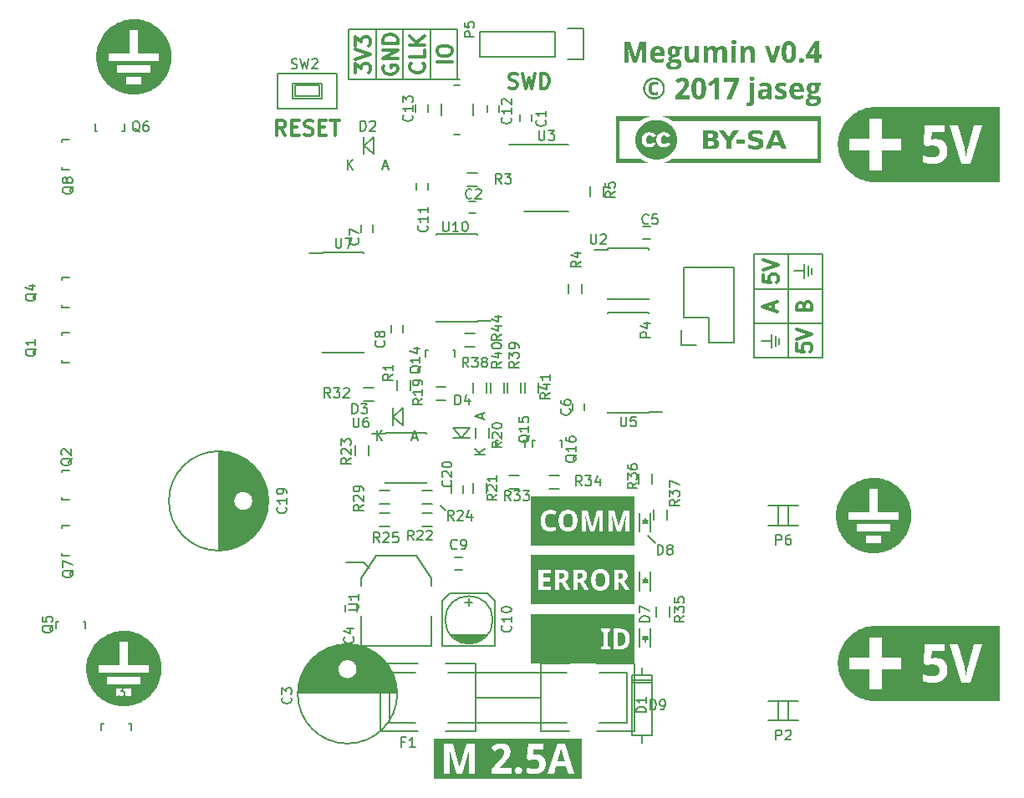
<source format=gbr>
From b95c2baaf201b6a02ad680e535bd557321b3087b Mon Sep 17 00:00:00 2001
From: jaseg <git@jaseg.de>
Date: Mon, 24 Jan 2022 14:23:45 +0100
Subject: Add new test files

---
 .../resources/kicad-older/chibi_2024-F.SilkS.gbr   | 22840 +++++++++++++++++++
 1 file changed, 22840 insertions(+)
 create mode 100644 gerbonara/gerber/tests/resources/kicad-older/chibi_2024-F.SilkS.gbr

(limited to 'gerbonara/gerber/tests/resources/kicad-older/chibi_2024-F.SilkS.gbr')

diff --git a/gerbonara/gerber/tests/resources/kicad-older/chibi_2024-F.SilkS.gbr b/gerbonara/gerber/tests/resources/kicad-older/chibi_2024-F.SilkS.gbr
new file mode 100644
index 0000000..c6f58a6
--- /dev/null
+++ b/gerbonara/gerber/tests/resources/kicad-older/chibi_2024-F.SilkS.gbr
@@ -0,0 +1,22840 @@
+G04 #@! TF.FileFunction,Legend,Top*
+%FSLAX46Y46*%
+G04 Gerber Fmt 4.6, Leading zero omitted, Abs format (unit mm)*
+G04 Created by KiCad (PCBNEW 4.0.6) date Mon Sep 18 11:29:53 2017*
+%MOMM*%
+%LPD*%
+G01*
+G04 APERTURE LIST*
+%ADD10C,0.100000*%
+%ADD11C,0.200000*%
+%ADD12C,0.300000*%
+%ADD13C,0.150000*%
+%ADD14C,0.203200*%
+G04 APERTURE END LIST*
+D10*
+D11*
+X124800000Y-76800000D02*
+X125800000Y-76800000D01*
+X125800000Y-76100000D02*
+X125800000Y-77500000D01*
+X126200000Y-76300000D02*
+X126200000Y-77300000D01*
+X126600000Y-76500000D02*
+X126600000Y-77100000D01*
+X129900000Y-69400000D02*
+X129900000Y-70000000D01*
+X129500000Y-69200000D02*
+X129500000Y-70200000D01*
+X129100000Y-69000000D02*
+X129100000Y-70400000D01*
+X128100000Y-69700000D02*
+X129100000Y-69700000D01*
+D12*
+X124978571Y-70085713D02*
+X124978571Y-70799999D01*
+X125692857Y-70871428D01*
+X125621429Y-70799999D01*
+X125550000Y-70657142D01*
+X125550000Y-70299999D01*
+X125621429Y-70157142D01*
+X125692857Y-70085713D01*
+X125835714Y-70014285D01*
+X126192857Y-70014285D01*
+X126335714Y-70085713D01*
+X126407143Y-70157142D01*
+X126478571Y-70299999D01*
+X126478571Y-70657142D01*
+X126407143Y-70799999D01*
+X126335714Y-70871428D01*
+X124978571Y-69585714D02*
+X126478571Y-69085714D01*
+X124978571Y-68585714D01*
+X128378571Y-77085713D02*
+X128378571Y-77799999D01*
+X129092857Y-77871428D01*
+X129021429Y-77799999D01*
+X128950000Y-77657142D01*
+X128950000Y-77299999D01*
+X129021429Y-77157142D01*
+X129092857Y-77085713D01*
+X129235714Y-77014285D01*
+X129592857Y-77014285D01*
+X129735714Y-77085713D01*
+X129807143Y-77157142D01*
+X129878571Y-77299999D01*
+X129878571Y-77657142D01*
+X129807143Y-77799999D01*
+X129735714Y-77871428D01*
+X128378571Y-76585714D02*
+X129878571Y-76085714D01*
+X128378571Y-75585714D01*
+D11*
+X127500000Y-71500000D02*
+X131000000Y-71500000D01*
+X127500000Y-75000000D02*
+X131000000Y-75000000D01*
+X127500000Y-75000000D02*
+X127500000Y-78500000D01*
+X92750000Y-94000000D02*
+X92250000Y-93500000D01*
+X113250000Y-96500000D02*
+X114000000Y-97250000D01*
+D12*
+X76571429Y-55928571D02*
+X76071429Y-55214286D01*
+X75714286Y-55928571D02*
+X75714286Y-54428571D01*
+X76285714Y-54428571D01*
+X76428572Y-54500000D01*
+X76500000Y-54571429D01*
+X76571429Y-54714286D01*
+X76571429Y-54928571D01*
+X76500000Y-55071429D01*
+X76428572Y-55142857D01*
+X76285714Y-55214286D01*
+X75714286Y-55214286D01*
+X77214286Y-55142857D02*
+X77714286Y-55142857D01*
+X77928572Y-55928571D02*
+X77214286Y-55928571D01*
+X77214286Y-54428571D01*
+X77928572Y-54428571D01*
+X78500000Y-55857143D02*
+X78714286Y-55928571D01*
+X79071429Y-55928571D01*
+X79214286Y-55857143D01*
+X79285715Y-55785714D01*
+X79357143Y-55642857D01*
+X79357143Y-55500000D01*
+X79285715Y-55357143D01*
+X79214286Y-55285714D01*
+X79071429Y-55214286D01*
+X78785715Y-55142857D01*
+X78642857Y-55071429D01*
+X78571429Y-55000000D01*
+X78500000Y-54857143D01*
+X78500000Y-54714286D01*
+X78571429Y-54571429D01*
+X78642857Y-54500000D01*
+X78785715Y-54428571D01*
+X79142857Y-54428571D01*
+X79357143Y-54500000D01*
+X80000000Y-55142857D02*
+X80500000Y-55142857D01*
+X80714286Y-55928571D02*
+X80000000Y-55928571D01*
+X80000000Y-54428571D01*
+X80714286Y-54428571D01*
+X81142857Y-54428571D02*
+X82000000Y-54428571D01*
+X81571429Y-55928571D02*
+X81571429Y-54428571D01*
+D11*
+X94000000Y-45250000D02*
+X83000000Y-45250000D01*
+X94000000Y-50250000D02*
+X94000000Y-45250000D01*
+X93750000Y-50250000D02*
+X94000000Y-50250000D01*
+X83000000Y-50250000D02*
+X93750000Y-50250000D01*
+X91250000Y-45250000D02*
+X91250000Y-50250000D01*
+X88500000Y-50250000D02*
+X88500000Y-45250000D01*
+X85750000Y-45250000D02*
+X85750000Y-50250000D01*
+X94000000Y-50250000D02*
+X94250000Y-50250000D01*
+X83000000Y-45250000D02*
+X83000000Y-50250000D01*
+D12*
+X99214286Y-51107143D02*
+X99428572Y-51178571D01*
+X99785715Y-51178571D01*
+X99928572Y-51107143D01*
+X100000001Y-51035714D01*
+X100071429Y-50892857D01*
+X100071429Y-50750000D01*
+X100000001Y-50607143D01*
+X99928572Y-50535714D01*
+X99785715Y-50464286D01*
+X99500001Y-50392857D01*
+X99357143Y-50321429D01*
+X99285715Y-50250000D01*
+X99214286Y-50107143D01*
+X99214286Y-49964286D01*
+X99285715Y-49821429D01*
+X99357143Y-49750000D01*
+X99500001Y-49678571D01*
+X99857143Y-49678571D01*
+X100071429Y-49750000D01*
+X100571429Y-49678571D02*
+X100928572Y-51178571D01*
+X101214286Y-50107143D01*
+X101500000Y-51178571D01*
+X101857143Y-49678571D01*
+X102428572Y-51178571D02*
+X102428572Y-49678571D01*
+X102785715Y-49678571D01*
+X103000000Y-49750000D01*
+X103142858Y-49892857D01*
+X103214286Y-50035714D01*
+X103285715Y-50321429D01*
+X103285715Y-50535714D01*
+X103214286Y-50821429D01*
+X103142858Y-50964286D01*
+X103000000Y-51107143D01*
+X102785715Y-51178571D01*
+X102428572Y-51178571D01*
+X93428571Y-48535714D02*
+X91928571Y-48535714D01*
+X91928571Y-47535714D02*
+X91928571Y-47250000D01*
+X92000000Y-47107142D01*
+X92142857Y-46964285D01*
+X92428571Y-46892857D01*
+X92928571Y-46892857D01*
+X93214286Y-46964285D01*
+X93357143Y-47107142D01*
+X93428571Y-47250000D01*
+X93428571Y-47535714D01*
+X93357143Y-47678571D01*
+X93214286Y-47821428D01*
+X92928571Y-47892857D01*
+X92428571Y-47892857D01*
+X92142857Y-47821428D01*
+X92000000Y-47678571D01*
+X91928571Y-47535714D01*
+X90535714Y-48642857D02*
+X90607143Y-48714286D01*
+X90678571Y-48928572D01*
+X90678571Y-49071429D01*
+X90607143Y-49285714D01*
+X90464286Y-49428572D01*
+X90321429Y-49500000D01*
+X90035714Y-49571429D01*
+X89821429Y-49571429D01*
+X89535714Y-49500000D01*
+X89392857Y-49428572D01*
+X89250000Y-49285714D01*
+X89178571Y-49071429D01*
+X89178571Y-48928572D01*
+X89250000Y-48714286D01*
+X89321429Y-48642857D01*
+X90678571Y-47285714D02*
+X90678571Y-48000000D01*
+X89178571Y-48000000D01*
+X90678571Y-46785714D02*
+X89178571Y-46785714D01*
+X90678571Y-45928571D02*
+X89821429Y-46571428D01*
+X89178571Y-45928571D02*
+X90035714Y-46785714D01*
+X86500000Y-48892857D02*
+X86428571Y-49035714D01*
+X86428571Y-49250000D01*
+X86500000Y-49464285D01*
+X86642857Y-49607143D01*
+X86785714Y-49678571D01*
+X87071429Y-49750000D01*
+X87285714Y-49750000D01*
+X87571429Y-49678571D01*
+X87714286Y-49607143D01*
+X87857143Y-49464285D01*
+X87928571Y-49250000D01*
+X87928571Y-49107143D01*
+X87857143Y-48892857D01*
+X87785714Y-48821428D01*
+X87285714Y-48821428D01*
+X87285714Y-49107143D01*
+X87928571Y-48178571D02*
+X86428571Y-48178571D01*
+X87928571Y-47321428D01*
+X86428571Y-47321428D01*
+X87928571Y-46607142D02*
+X86428571Y-46607142D01*
+X86428571Y-46249999D01*
+X86500000Y-46035714D01*
+X86642857Y-45892856D01*
+X86785714Y-45821428D01*
+X87071429Y-45749999D01*
+X87285714Y-45749999D01*
+X87571429Y-45821428D01*
+X87714286Y-45892856D01*
+X87857143Y-46035714D01*
+X87928571Y-46249999D01*
+X87928571Y-46607142D01*
+X83678571Y-49607142D02*
+X83678571Y-48678571D01*
+X84250000Y-49178571D01*
+X84250000Y-48964285D01*
+X84321429Y-48821428D01*
+X84392857Y-48749999D01*
+X84535714Y-48678571D01*
+X84892857Y-48678571D01*
+X85035714Y-48749999D01*
+X85107143Y-48821428D01*
+X85178571Y-48964285D01*
+X85178571Y-49392857D01*
+X85107143Y-49535714D01*
+X85035714Y-49607142D01*
+X83678571Y-48250000D02*
+X85178571Y-47750000D01*
+X83678571Y-47250000D01*
+X83678571Y-46892857D02*
+X83678571Y-45964286D01*
+X84250000Y-46464286D01*
+X84250000Y-46250000D01*
+X84321429Y-46107143D01*
+X84392857Y-46035714D01*
+X84535714Y-45964286D01*
+X84892857Y-45964286D01*
+X85035714Y-46035714D01*
+X85107143Y-46107143D01*
+X85178571Y-46250000D01*
+X85178571Y-46678572D01*
+X85107143Y-46821429D01*
+X85035714Y-46892857D01*
+D11*
+X127500000Y-75000000D02*
+X127500000Y-68000000D01*
+X124000000Y-75000000D02*
+X127500000Y-75000000D01*
+X124000000Y-71500000D02*
+X127500000Y-71500000D01*
+X124000000Y-78500000D02*
+X131000000Y-78500000D01*
+X131000000Y-68000000D02*
+X131000000Y-78500000D01*
+X124000000Y-68000000D02*
+X131000000Y-68000000D01*
+X124000000Y-78500000D02*
+X124000000Y-68000000D01*
+D12*
+X129092857Y-73192857D02*
+X129164286Y-72978571D01*
+X129235714Y-72907143D01*
+X129378571Y-72835714D01*
+X129592857Y-72835714D01*
+X129735714Y-72907143D01*
+X129807143Y-72978571D01*
+X129878571Y-73121429D01*
+X129878571Y-73692857D01*
+X128378571Y-73692857D01*
+X128378571Y-73192857D01*
+X128450000Y-73050000D01*
+X128521429Y-72978571D01*
+X128664286Y-72907143D01*
+X128807143Y-72907143D01*
+X128950000Y-72978571D01*
+X129021429Y-73050000D01*
+X129092857Y-73192857D01*
+X129092857Y-73692857D01*
+X125950000Y-73657143D02*
+X125950000Y-72942857D01*
+X126378571Y-73800000D02*
+X124878571Y-73300000D01*
+X126378571Y-72800000D01*
+D11*
+X84500000Y-99250000D02*
+X82750000Y-99250000D01*
+X84455000Y-99187000D02*
+X85090000Y-99822000D01*
+D10*
+G36*
+X104095351Y-117596102D02*
+X103038121Y-117125915D01*
+X103038121Y-121126085D01*
+X106553772Y-121126085D01*
+X106553772Y-117125915D01*
+X103038121Y-117125915D01*
+X104095351Y-117596102D01*
+X104879180Y-117596102D01*
+X105864752Y-120630542D01*
+X105218177Y-120630542D01*
+X105011471Y-119911206D01*
+X103969675Y-119911206D01*
+X103760764Y-120630542D01*
+X103113637Y-120630542D01*
+X104095351Y-117596102D01*
+X104095351Y-117596102D01*
+G37*
+G36*
+X104490573Y-118022191D02*
+X104488391Y-118033819D01*
+X104485987Y-118045963D01*
+X104483369Y-118058623D01*
+X104480548Y-118071801D01*
+X104477533Y-118085495D01*
+X104474334Y-118099706D01*
+X104470960Y-118114434D01*
+X104467422Y-118129678D01*
+X104464883Y-118142163D01*
+X104462227Y-118154814D01*
+X104459452Y-118167630D01*
+X104456556Y-118180611D01*
+X104453538Y-118193757D01*
+X104450396Y-118207069D01*
+X104447128Y-118220546D01*
+X104443733Y-118234189D01*
+X104440209Y-118247997D01*
+X104436554Y-118261970D01*
+X104433527Y-118274386D01*
+X104430461Y-118286831D01*
+X104427356Y-118299306D01*
+X104424214Y-118311811D01*
+X104421035Y-118324349D01*
+X104417822Y-118336921D01*
+X104414575Y-118349527D01*
+X104411296Y-118362169D01*
+X104407986Y-118374849D01*
+X104404645Y-118387567D01*
+X104401276Y-118400325D01*
+X104397588Y-118414298D01*
+X104393960Y-118428106D01*
+X104390389Y-118441749D01*
+X104386870Y-118455226D01*
+X104383396Y-118468538D01*
+X104379964Y-118481684D01*
+X104376569Y-118494666D01*
+X104373204Y-118507481D01*
+X104369866Y-118520132D01*
+X104366550Y-118532617D01*
+X104362887Y-118546223D01*
+X104359250Y-118559480D01*
+X104355648Y-118572386D01*
+X104352087Y-118584938D01*
+X104348573Y-118597133D01*
+X104345114Y-118608970D01*
+X104341716Y-118620447D01*
+X104338386Y-118631560D01*
+X104335131Y-118642309D01*
+X104331199Y-118657447D01*
+X104327658Y-118671176D01*
+X104324484Y-118683512D01*
+X104321656Y-118694470D01*
+X104319149Y-118704065D01*
+X104316941Y-118712313D01*
+X104124567Y-119373771D01*
+X104862644Y-119373771D01*
+X104668065Y-118712313D01*
+X104665468Y-118704400D01*
+X104662636Y-118695543D01*
+X104659567Y-118685740D01*
+X104656255Y-118674989D01*
+X104652699Y-118663289D01*
+X104648895Y-118650639D01*
+X104644840Y-118637035D01*
+X104640530Y-118622478D01*
+X104635963Y-118606965D01*
+X104631134Y-118590494D01*
+X104627566Y-118578307D01*
+X104623948Y-118565958D01*
+X104620281Y-118553446D01*
+X104616568Y-118540771D01*
+X104612809Y-118527930D01*
+X104609005Y-118514923D01*
+X104605158Y-118501749D01*
+X104601269Y-118488405D01*
+X104597339Y-118474892D01*
+X104593369Y-118461208D01*
+X104589360Y-118447351D01*
+X104585314Y-118433321D01*
+X104581232Y-118419116D01*
+X104577115Y-118404735D01*
+X104573762Y-118391816D01*
+X104570423Y-118378897D01*
+X104567097Y-118365978D01*
+X104563786Y-118353058D01*
+X104560489Y-118340139D01*
+X104557208Y-118327220D01*
+X104553941Y-118314301D01*
+X104550690Y-118301382D01*
+X104547456Y-118288463D01*
+X104544238Y-118275544D01*
+X104541037Y-118262625D01*
+X104537853Y-118249706D01*
+X104534688Y-118236786D01*
+X104531540Y-118223867D01*
+X104528411Y-118210948D01*
+X104525301Y-118198029D01*
+X104521577Y-118182310D01*
+X104518038Y-118166953D01*
+X104514679Y-118151960D01*
+X104511500Y-118137332D01*
+X104508498Y-118123068D01*
+X104505670Y-118109170D01*
+X104503014Y-118095639D01*
+X104500529Y-118082475D01*
+X104498211Y-118069679D01*
+X104496059Y-118057252D01*
+X104494071Y-118045195D01*
+X104492243Y-118033508D01*
+X104490574Y-118022191D01*
+X104490573Y-118022191D01*
+X104490573Y-118022191D01*
+G37*
+G36*
+X91566228Y-117125915D02*
+X92654327Y-117608780D01*
+X93526901Y-117608780D01*
+X94180091Y-119919474D01*
+X94192218Y-119919474D01*
+X94886749Y-117608780D01*
+X95759323Y-117608780D01*
+X95759323Y-120630542D01*
+X95161805Y-120630542D01*
+X95161805Y-119200138D01*
+X95161805Y-119078320D01*
+X95162176Y-119065856D01*
+X95162535Y-119053266D01*
+X95162885Y-119040548D01*
+X95163229Y-119027700D01*
+X95163569Y-119014719D01*
+X95163907Y-119001602D01*
+X95164246Y-118988348D01*
+X95164589Y-118974953D01*
+X95164938Y-118961415D01*
+X95165295Y-118947732D01*
+X95165664Y-118933901D01*
+X95166015Y-118921132D01*
+X95166375Y-118908320D01*
+X95166742Y-118895467D01*
+X95167115Y-118882577D01*
+X95167492Y-118869653D01*
+X95167870Y-118856697D01*
+X95168248Y-118843712D01*
+X95168624Y-118830702D01*
+X95168997Y-118817668D01*
+X95169364Y-118804615D01*
+X95169723Y-118791544D01*
+X95170074Y-118778459D01*
+X95170807Y-118764218D01*
+X95171500Y-118750056D01*
+X95172154Y-118735972D01*
+X95172769Y-118721962D01*
+X95173349Y-118708025D01*
+X95173893Y-118694156D01*
+X95174403Y-118680355D01*
+X95174882Y-118666619D01*
+X95175329Y-118652944D01*
+X95175747Y-118639330D01*
+X95176137Y-118625772D01*
+X95176770Y-118612395D01*
+X95177395Y-118598976D01*
+X95178013Y-118585515D01*
+X95178623Y-118572013D01*
+X95179227Y-118558469D01*
+X95179824Y-118544882D01*
+X95180415Y-118531253D01*
+X95180998Y-118517582D01*
+X95181575Y-118503869D01*
+X95182146Y-118490113D01*
+X95182710Y-118476315D01*
+X95183268Y-118462474D01*
+X95183819Y-118448591D01*
+X95184365Y-118434665D01*
+X95184904Y-118420695D01*
+X95185438Y-118406683D01*
+X95185966Y-118392628D01*
+X95186488Y-118378529D01*
+X95187004Y-118364387D01*
+X95187515Y-118350202D01*
+X95188020Y-118335973D01*
+X95188520Y-118321701D01*
+X95189015Y-118307385D01*
+X95189505Y-118293026D01*
+X95189989Y-118278622D01*
+X95190469Y-118264175D01*
+X95173932Y-118264175D01*
+X94459006Y-120630542D01*
+X93869757Y-120630542D01*
+X93206094Y-118259765D01*
+X93187904Y-118259765D01*
+X93188816Y-118273836D01*
+X93189714Y-118287875D01*
+X93190599Y-118301881D01*
+X93191471Y-118315856D01*
+X93192330Y-118329798D01*
+X93193177Y-118343707D01*
+X93194011Y-118357584D01*
+X93194832Y-118371428D01*
+X93195641Y-118385238D01*
+X93196438Y-118399015D01*
+X93197223Y-118412759D01*
+X93197996Y-118426470D01*
+X93198758Y-118440146D01*
+X93199508Y-118453789D01*
+X93200247Y-118467397D01*
+X93200975Y-118480971D01*
+X93201692Y-118494511D01*
+X93202398Y-118508016D01*
+X93203094Y-118521487D01*
+X93203779Y-118534922D01*
+X93204454Y-118548322D01*
+X93205119Y-118561687D01*
+X93205774Y-118575017D01*
+X93206420Y-118588311D01*
+X93207055Y-118601569D01*
+X93207682Y-118614791D01*
+X93208299Y-118627977D01*
+X93208971Y-118640753D01*
+X93209609Y-118653586D01*
+X93210215Y-118666476D01*
+X93210790Y-118679424D01*
+X93211333Y-118692429D01*
+X93211847Y-118705492D01*
+X93212333Y-118718612D01*
+X93212790Y-118731789D01*
+X93213221Y-118745024D01*
+X93213626Y-118758316D01*
+X93214006Y-118771666D01*
+X93214362Y-118785073D01*
+X93215045Y-118798487D01*
+X93215714Y-118811857D01*
+X93216365Y-118825187D01*
+X93216996Y-118838480D01*
+X93217604Y-118851738D01*
+X93218187Y-118864965D01*
+X93218740Y-118878163D01*
+X93219262Y-118891335D01*
+X93219749Y-118904485D01*
+X93220200Y-118917614D01*
+X93220610Y-118930726D01*
+X93220977Y-118943823D01*
+X93221688Y-118958057D01*
+X93222320Y-118972193D01*
+X93222874Y-118986232D01*
+X93223354Y-119000171D01*
+X93223762Y-119014009D01*
+X93224100Y-119027746D01*
+X93224372Y-119041379D01*
+X93224578Y-119054908D01*
+X93224722Y-119068331D01*
+X93224807Y-119081648D01*
+X93224835Y-119094856D01*
+X93225231Y-119109177D01*
+X93225593Y-119123202D01*
+X93225919Y-119136933D01*
+X93226206Y-119150370D01*
+X93226454Y-119163517D01*
+X93226660Y-119176374D01*
+X93226824Y-119188944D01*
+X93226943Y-119201228D01*
+X93227015Y-119213227D01*
+X93227040Y-119224943D01*
+X93227040Y-120630542D01*
+X92654327Y-120630542D01*
+X92654327Y-117608780D01*
+X91566228Y-117125915D01*
+X91566228Y-121126085D01*
+X96958767Y-121126085D01*
+X96958767Y-117125915D01*
+X91566228Y-117125915D01*
+X91566228Y-117125915D01*
+G37*
+G36*
+X96958767Y-117125915D02*
+X98419488Y-117565234D01*
+X98434402Y-117565306D01*
+X98449208Y-117565521D01*
+X98463906Y-117565880D01*
+X98478496Y-117566382D01*
+X98492978Y-117567027D01*
+X98507351Y-117567815D01*
+X98521617Y-117568747D01*
+X98535774Y-117569821D01*
+X98549823Y-117571039D01*
+X98563764Y-117572400D01*
+X98577597Y-117573903D01*
+X98591321Y-117575549D01*
+X98604938Y-117577338D01*
+X98618446Y-117579270D01*
+X98631847Y-117581344D01*
+X98645139Y-117583561D01*
+X98658323Y-117585920D01*
+X98671398Y-117588421D01*
+X98684366Y-117591065D01*
+X98697226Y-117593851D01*
+X98709977Y-117596780D01*
+X98722620Y-117599850D01*
+X98735155Y-117603062D01*
+X98747582Y-117606417D01*
+X98759901Y-117609913D01*
+X98772112Y-117613551D01*
+X98784214Y-117617331D01*
+X98796208Y-117621253D01*
+X98808095Y-117625316D01*
+X98821902Y-117630194D01*
+X98835543Y-117635236D01*
+X98849017Y-117640442D01*
+X98862325Y-117645812D01*
+X98875466Y-117651347D01*
+X98888442Y-117657046D01*
+X98901251Y-117662911D01*
+X98913895Y-117668939D01*
+X98926372Y-117675133D01*
+X98938684Y-117681492D01*
+X98950830Y-117688016D01*
+X98962811Y-117694705D01*
+X98974626Y-117701559D01*
+X98986276Y-117708579D01*
+X98997761Y-117715764D01*
+X99009081Y-117723115D01*
+X99020235Y-117730632D01*
+X99031225Y-117738314D01*
+X99042050Y-117746163D01*
+X99052711Y-117754177D01*
+X99063206Y-117762358D01*
+X99073538Y-117770705D01*
+X99083705Y-117779218D01*
+X99093707Y-117787898D01*
+X99103546Y-117796744D01*
+X99113610Y-117805957D01*
+X99123475Y-117815336D01*
+X99133142Y-117824882D01*
+X99142611Y-117834593D01*
+X99151880Y-117844471D01*
+X99160950Y-117854514D01*
+X99169820Y-117864724D01*
+X99178491Y-117875099D01*
+X99186961Y-117885639D01*
+X99195232Y-117896345D01*
+X99203301Y-117907216D01*
+X99211171Y-117918253D01*
+X99218839Y-117929454D01*
+X99226306Y-117940821D01*
+X99233571Y-117952352D01*
+X99240635Y-117964048D01*
+X99247497Y-117975909D01*
+X99254157Y-117987934D01*
+X99260614Y-118000124D01*
+X99266869Y-118012478D01*
+X99272921Y-118024995D01*
+X99278770Y-118037677D01*
+X99284415Y-118050523D01*
+X99289857Y-118063533D01*
+X99294847Y-118075674D01*
+X99299642Y-118087931D01*
+X99304241Y-118100303D01*
+X99308644Y-118112791D01*
+X99312851Y-118125393D01*
+X99316863Y-118138111D01*
+X99320679Y-118150945D01*
+X99324300Y-118163894D01*
+X99327724Y-118176959D01*
+X99330953Y-118190140D01*
+X99333987Y-118203437D01*
+X99336824Y-118216850D01*
+X99339466Y-118230379D01*
+X99341912Y-118244024D01*
+X99344163Y-118257785D01*
+X99346218Y-118271663D01*
+X99348077Y-118285657D01*
+X99349740Y-118299768D01*
+X99351208Y-118313995D01*
+X99352480Y-118328339D01*
+X99353556Y-118342800D01*
+X99354437Y-118357378D01*
+X99355122Y-118372073D01*
+X99355611Y-118386885D01*
+X99355905Y-118401815D01*
+X99356002Y-118416862D01*
+X99355902Y-118431060D01*
+X99355601Y-118445214D01*
+X99355098Y-118459323D01*
+X99354396Y-118473386D01*
+X99353493Y-118487404D01*
+X99352391Y-118501376D01*
+X99351088Y-118515303D01*
+X99349586Y-118529184D01*
+X99347884Y-118543019D01*
+X99345983Y-118556809D01*
+X99343884Y-118570552D01*
+X99341585Y-118584249D01*
+X99339088Y-118597900D01*
+X99336393Y-118611504D01*
+X99333499Y-118625062D01*
+X99330408Y-118638574D01*
+X99327119Y-118652038D01*
+X99323633Y-118665456D01*
+X99319949Y-118678828D01*
+X99316068Y-118692152D01*
+X99311990Y-118705429D01*
+X99307716Y-118718659D01*
+X99303245Y-118731841D01*
+X99298578Y-118744976D01*
+X99293715Y-118758064D01*
+X99288879Y-118770459D01*
+X99283910Y-118782839D01*
+X99278809Y-118795206D01*
+X99273576Y-118807558D01*
+X99268209Y-118819896D01*
+X99262710Y-118832220D01*
+X99257077Y-118844531D01*
+X99251311Y-118856829D01*
+X99245411Y-118869113D01*
+X99239378Y-118881385D01*
+X99233210Y-118893643D01*
+X99226909Y-118905889D01*
+X99220472Y-118918123D01*
+X99213902Y-118930344D01*
+X99207197Y-118942554D01*
+X99200356Y-118954751D01*
+X99193381Y-118966937D01*
+X99186270Y-118979111D01*
+X99179024Y-118991274D01*
+X99171642Y-119003426D01*
+X99164125Y-119015567D01*
+X99156471Y-119027697D01*
+X99148681Y-119039817D01*
+X99140755Y-119051927D01*
+X99132692Y-119064026D01*
+X99124492Y-119076115D01*
+X99117037Y-119086808D01*
+X99109497Y-119097502D01*
+X99101873Y-119108198D01*
+X99094165Y-119118896D01*
+X99086372Y-119129595D01*
+X99078495Y-119140296D01*
+X99070534Y-119150997D01*
+X99062489Y-119161700D01*
+X99054360Y-119172403D01*
+X99046147Y-119183108D01*
+X99037850Y-119193812D01*
+X99029469Y-119204518D01*
+X99021005Y-119215223D01*
+X99012457Y-119225929D01*
+X99003825Y-119236635D01*
+X98995110Y-119247341D01*
+X98986311Y-119258047D01*
+X98977429Y-119268752D01*
+X98968463Y-119279457D01*
+X98959415Y-119290161D01*
+X98950283Y-119300864D01*
+X98941068Y-119311567D01*
+X98931769Y-119322269D01*
+X98922388Y-119332969D01*
+X98912924Y-119343668D01*
+X98903377Y-119354366D01*
+X98893748Y-119365062D01*
+X98884035Y-119375757D01*
+X98874240Y-119386449D01*
+X98865150Y-119396324D01*
+X98856014Y-119406210D01*
+X98846834Y-119416109D01*
+X98837610Y-119426020D01*
+X98828342Y-119435944D01*
+X98819029Y-119445879D01*
+X98809672Y-119455827D01*
+X98800271Y-119465788D01*
+X98790826Y-119475761D01*
+X98781338Y-119485746D01*
+X98771806Y-119495744D01*
+X98762231Y-119505755D01*
+X98752612Y-119515778D01*
+X98742949Y-119525815D01*
+X98733244Y-119535864D01*
+X98723495Y-119545925D01*
+X98713704Y-119556000D01*
+X98703870Y-119566088D01*
+X98693993Y-119576189D01*
+X98684073Y-119586303D01*
+X98674111Y-119596430D01*
+X98664106Y-119606570D01*
+X98654059Y-119616724D01*
+X98643970Y-119626891D01*
+X98633839Y-119637071D01*
+X98623666Y-119647265D01*
+X98613451Y-119657472D01*
+X98603194Y-119667693D01*
+X98592896Y-119677927D01*
+X98582556Y-119688175D01*
+X98572175Y-119698437D01*
+X98208372Y-120064444D01*
+X98208372Y-120093107D01*
+X99440339Y-120093107D01*
+X99440339Y-120630542D01*
+X97412969Y-120630542D01*
+X97412969Y-120186263D01*
+X98124036Y-119419522D01*
+X98134334Y-119408425D01*
+X98144556Y-119397394D01*
+X98154702Y-119386429D01*
+X98164773Y-119375530D01*
+X98174769Y-119364698D01*
+X98184690Y-119353933D01*
+X98194536Y-119343234D01*
+X98204308Y-119332601D01*
+X98214006Y-119322036D01*
+X98223629Y-119311537D01*
+X98233178Y-119301106D01*
+X98242654Y-119290741D01*
+X98252056Y-119280444D01*
+X98261385Y-119270214D01*
+X98270640Y-119260051D01*
+X98279823Y-119249956D01*
+X98288932Y-119239928D01*
+X98297969Y-119229968D01*
+X98306934Y-119220076D01*
+X98315826Y-119210251D01*
+X98324647Y-119200494D01*
+X98333395Y-119190806D01*
+X98342072Y-119181186D01*
+X98350677Y-119171633D01*
+X98359211Y-119162149D01*
+X98367673Y-119152734D01*
+X98377568Y-119141661D01*
+X98387333Y-119130615D01*
+X98396968Y-119119595D01*
+X98406474Y-119108603D01*
+X98415851Y-119097638D01*
+X98425099Y-119086699D01*
+X98434218Y-119075786D01*
+X98443208Y-119064900D01*
+X98452069Y-119054040D01*
+X98460802Y-119043205D01*
+X98469407Y-119032397D01*
+X98477884Y-119021614D01*
+X98486233Y-119010856D01*
+X98494453Y-119000124D01*
+X98502547Y-118989417D01*
+X98510512Y-118978735D01*
+X98518351Y-118968078D01*
+X98526062Y-118957446D01*
+X98533646Y-118946838D01*
+X98541103Y-118936255D01*
+X98548434Y-118925695D01*
+X98555638Y-118915160D01*
+X98563812Y-118902962D01*
+X98571798Y-118890736D01*
+X98579594Y-118878484D01*
+X98587201Y-118866206D01*
+X98594616Y-118853903D01*
+X98601841Y-118841574D01*
+X98608873Y-118829221D01*
+X98615712Y-118816844D01*
+X98622358Y-118804443D01*
+X98628809Y-118792019D01*
+X98635066Y-118779572D01*
+X98641126Y-118767103D01*
+X98646990Y-118754612D01*
+X98652657Y-118742101D01*
+X98658126Y-118729568D01*
+X98663396Y-118717015D01*
+X98668467Y-118704443D01*
+X98673338Y-118691851D01*
+X98678008Y-118679240D01*
+X98682454Y-118666572D01*
+X98686653Y-118653807D01*
+X98690606Y-118640944D01*
+X98694314Y-118627983D01*
+X98697777Y-118614923D01*
+X98700997Y-118601763D01*
+X98703974Y-118588502D01*
+X98706708Y-118575141D01*
+X98709201Y-118561677D01*
+X98711453Y-118548110D01*
+X98713465Y-118534441D01*
+X98715238Y-118520667D01*
+X98716771Y-118506788D01*
+X98718067Y-118492803D01*
+X98719126Y-118478712D01*
+X98719948Y-118464514D01*
+X98720534Y-118450209D01*
+X98720886Y-118435795D01*
+X98721002Y-118421271D01*
+X98720773Y-118406143D01*
+X98720084Y-118391349D01*
+X98718935Y-118376892D01*
+X98717325Y-118362772D01*
+X98715253Y-118348989D01*
+X98712720Y-118335544D01*
+X98709724Y-118322437D01*
+X98706265Y-118309670D01*
+X98702342Y-118297243D01*
+X98697955Y-118285156D01*
+X98693102Y-118273410D01*
+X98687784Y-118262005D01*
+X98681999Y-118250943D01*
+X98675748Y-118240224D01*
+X98669029Y-118229849D01*
+X98661842Y-118219818D01*
+X98654186Y-118210131D01*
+X98646060Y-118200790D01*
+X98637465Y-118191795D01*
+X98628399Y-118183146D01*
+X98619140Y-118174886D01*
+X98609556Y-118167055D01*
+X98599646Y-118159653D01*
+X98589412Y-118152680D01*
+X98578854Y-118146133D01*
+X98567972Y-118140013D01*
+X98556767Y-118134320D01*
+X98545240Y-118129052D01*
+X98533391Y-118124209D01*
+X98521222Y-118119791D01*
+X98508731Y-118115796D01*
+X98495922Y-118112225D01*
+X98482793Y-118109076D01*
+X98469345Y-118106348D01*
+X98455580Y-118104043D01*
+X98441497Y-118102157D01*
+X98427097Y-118100692D01*
+X98412382Y-118099646D01*
+X98397351Y-118099019D01*
+X98382005Y-118098810D01*
+X98368419Y-118098950D01*
+X98354875Y-118099367D01*
+X98341375Y-118100064D01*
+X98327917Y-118101039D01*
+X98314503Y-118102294D01*
+X98301132Y-118103827D01*
+X98287803Y-118105640D01*
+X98274518Y-118107732D01*
+X98261276Y-118110103D01*
+X98248077Y-118112754D01*
+X98234921Y-118115685D01*
+X98221808Y-118118895D01*
+X98208738Y-118122386D01*
+X98195712Y-118126156D01*
+X98182728Y-118130207D01*
+X98169787Y-118134537D01*
+X98156890Y-118139149D01*
+X98144035Y-118144040D01*
+X98131224Y-118149213D01*
+X98118455Y-118154666D01*
+X98105730Y-118160400D01*
+X98093048Y-118166414D01*
+X98080409Y-118172711D01*
+X98067812Y-118179288D01*
+X98057017Y-118185133D01*
+X98046188Y-118191150D01*
+X98035325Y-118197341D01*
+X98024427Y-118203705D01*
+X98013495Y-118210242D01*
+X98002527Y-118216953D01*
+X97991525Y-118223837D01*
+X97980487Y-118230895D01*
+X97969414Y-118238126D01*
+X97958305Y-118245531D01*
+X97947160Y-118253109D01*
+X97935979Y-118260861D01*
+X97924761Y-118268787D01*
+X97913507Y-118276887D01*
+X97902215Y-118285161D01*
+X97890887Y-118293610D01*
+X97879521Y-118302232D01*
+X97868118Y-118311028D01*
+X97856676Y-118319999D01*
+X97845197Y-118329144D01*
+X97833680Y-118338464D01*
+X97822123Y-118347958D01*
+X97810529Y-118357627D01*
+X97798895Y-118367471D01*
+X97787222Y-118377489D01*
+X97775510Y-118387682D01*
+X97763758Y-118398050D01*
+X97751966Y-118408593D01*
+X97404700Y-117997387D01*
+X97415059Y-117987993D01*
+X97425464Y-117978646D01*
+X97435916Y-117969346D01*
+X97446415Y-117960094D01*
+X97456963Y-117950890D01*
+X97467559Y-117941734D01*
+X97478205Y-117932628D01*
+X97488901Y-117923572D01*
+X97499647Y-117914567D01*
+X97510445Y-117905612D01*
+X97521293Y-117896709D01*
+X97532195Y-117887858D01*
+X97543148Y-117879060D01*
+X97554155Y-117870315D01*
+X97565216Y-117861624D01*
+X97576332Y-117852988D01*
+X97587502Y-117844407D01*
+X97598728Y-117835881D01*
+X97609447Y-117827665D01*
+X97620281Y-117819555D01*
+X97631229Y-117811549D01*
+X97642291Y-117803648D01*
+X97653468Y-117795851D01*
+X97664760Y-117788159D01*
+X97676166Y-117780571D01*
+X97687686Y-117773086D01*
+X97699321Y-117765704D01*
+X97711071Y-117758426D01*
+X97722935Y-117751251D01*
+X97734914Y-117744178D01*
+X97747007Y-117737208D01*
+X97759214Y-117730340D01*
+X97771537Y-117723574D01*
+X97783973Y-117716910D01*
+X97796525Y-117710347D01*
+X97809190Y-117703886D01*
+X97821971Y-117697526D01*
+X97833644Y-117691875D01*
+X97845432Y-117686340D01*
+X97857337Y-117680920D01*
+X97869356Y-117675616D01*
+X97881491Y-117670426D01*
+X97893739Y-117665351D01*
+X97906102Y-117660390D01*
+X97918579Y-117655543D01*
+X97931169Y-117650809D01*
+X97943872Y-117646188D01*
+X97956688Y-117641680D01*
+X97969616Y-117637284D01*
+X97982656Y-117633000D01*
+X97995807Y-117628828D01*
+X98009070Y-117624767D01*
+X98022444Y-117620817D01*
+X98035928Y-117616977D01*
+X98049523Y-117613248D01*
+X98063227Y-117609628D01*
+X98077041Y-117606118D01*
+X98090964Y-117602717D01*
+X98103254Y-117599679D01*
+X98115665Y-117596768D01*
+X98128197Y-117593984D01*
+X98140850Y-117591327D01*
+X98153624Y-117588798D01*
+X98166519Y-117586395D01*
+X98179535Y-117584121D01*
+X98192673Y-117581975D01*
+X98205932Y-117579956D01*
+X98219313Y-117578067D01*
+X98232816Y-117576306D01*
+X98246441Y-117574673D01*
+X98260187Y-117573171D01*
+X98274056Y-117571797D01*
+X98288047Y-117570553D01*
+X98302161Y-117569439D01*
+X98316397Y-117568456D01*
+X98330755Y-117567602D01*
+X98345236Y-117566880D01*
+X98359840Y-117566288D01*
+X98374568Y-117565827D01*
+X98389418Y-117565498D01*
+X98404391Y-117565300D01*
+X98419488Y-117565234D01*
+X96958767Y-117125915D01*
+X96958767Y-121126085D01*
+X99628303Y-121126085D01*
+X99628303Y-117125915D01*
+X96958767Y-117125915D01*
+X96958767Y-117125915D01*
+G37*
+G36*
+X99628303Y-117125915D02*
+X100180621Y-119983967D01*
+X100195000Y-119984141D01*
+X100209200Y-119984668D01*
+X100223225Y-119985552D01*
+X100237078Y-119986798D01*
+X100250763Y-119988411D01*
+X100264282Y-119990397D01*
+X100277639Y-119992759D01*
+X100290837Y-119995503D01*
+X100303880Y-119998634D01*
+X100316771Y-120002157D01*
+X100329834Y-120006109D01*
+X100342568Y-120010522D01*
+X100354970Y-120015396D01*
+X100367042Y-120020727D01*
+X100378782Y-120026514D01*
+X100390193Y-120032756D01*
+X100401272Y-120039451D01*
+X100412021Y-120046598D01*
+X100422439Y-120054195D01*
+X100432526Y-120062239D01*
+X100442249Y-120070780D01*
+X100451572Y-120079865D01*
+X100460491Y-120089493D01*
+X100469003Y-120099661D01*
+X100477106Y-120110368D01*
+X100484795Y-120121612D01*
+X100492067Y-120133392D01*
+X100498919Y-120145707D01*
+X100505348Y-120158553D01*
+X100511350Y-120171931D01*
+X100515966Y-120183168D01*
+X100520172Y-120194831D01*
+X100523967Y-120206920D01*
+X100527355Y-120219438D01*
+X100530338Y-120232384D01*
+X100532916Y-120245759D01*
+X100535093Y-120259566D01*
+X100536869Y-120273804D01*
+X100538247Y-120288474D01*
+X100539230Y-120303578D01*
+X100539817Y-120319117D01*
+X100540013Y-120335091D01*
+X100539817Y-120350410D01*
+X100539230Y-120365360D01*
+X100538248Y-120379942D01*
+X100536869Y-120394152D01*
+X100535093Y-120407992D01*
+X100532917Y-120421459D01*
+X100530338Y-120434553D01*
+X100527356Y-120447273D01*
+X100523968Y-120459618D01*
+X100520172Y-120471587D01*
+X100515967Y-120483178D01*
+X100511350Y-120494392D01*
+X100505347Y-120507398D01*
+X100498919Y-120519955D01*
+X100492067Y-120532063D01*
+X100484794Y-120543719D01*
+X100477106Y-120554922D01*
+X100469003Y-120565671D01*
+X100460491Y-120575963D01*
+X100451572Y-120585797D01*
+X100442249Y-120595171D01*
+X100432526Y-120604084D01*
+X100422439Y-120612510D01*
+X100412021Y-120620426D01*
+X100401272Y-120627837D01*
+X100390193Y-120634745D01*
+X100378782Y-120641153D01*
+X100367042Y-120647065D01*
+X100354970Y-120652485D01*
+X100342568Y-120657415D01*
+X100329834Y-120661859D01*
+X100316771Y-120665820D01*
+X100303880Y-120669755D01*
+X100290837Y-120673290D01*
+X100277639Y-120676422D01*
+X100264282Y-120679146D01*
+X100250763Y-120681461D01*
+X100237078Y-120683362D01*
+X100223225Y-120684846D01*
+X100209200Y-120685911D01*
+X100195000Y-120686552D01*
+X100180621Y-120686766D01*
+X100166797Y-120686589D01*
+X100153139Y-120686059D01*
+X100139647Y-120685178D01*
+X100126323Y-120683950D01*
+X100113168Y-120682377D01*
+X100100183Y-120680460D01*
+X100087370Y-120678203D01*
+X100074729Y-120675608D01*
+X100062263Y-120672677D01*
+X100049971Y-120669414D01*
+X100037856Y-120665820D01*
+X100024792Y-120661859D01*
+X100012059Y-120657415D01*
+X99999657Y-120652484D01*
+X99987585Y-120647065D01*
+X99975844Y-120641153D01*
+X99964434Y-120634744D01*
+X99953355Y-120627837D01*
+X99942606Y-120620426D01*
+X99932188Y-120612510D01*
+X99922101Y-120604084D01*
+X99912393Y-120595171D01*
+X99903112Y-120585797D01*
+X99894255Y-120575963D01*
+X99885817Y-120565671D01*
+X99877797Y-120554922D01*
+X99870189Y-120543719D01*
+X99862992Y-120532063D01*
+X99856202Y-120519955D01*
+X99849815Y-120507398D01*
+X99843828Y-120494392D01*
+X99839533Y-120483178D01*
+X99835607Y-120471587D01*
+X99832050Y-120459618D01*
+X99828863Y-120447273D01*
+X99826048Y-120434553D01*
+X99823605Y-120421459D01*
+X99821535Y-120407992D01*
+X99819840Y-120394152D01*
+X99818519Y-120379942D01*
+X99817575Y-120365360D01*
+X99817008Y-120350410D01*
+X99816819Y-120335091D01*
+X99817008Y-120319117D01*
+X99817575Y-120303578D01*
+X99818520Y-120288474D01*
+X99819840Y-120273804D01*
+X99821536Y-120259566D01*
+X99823606Y-120245759D01*
+X99826049Y-120232384D01*
+X99828864Y-120219438D01*
+X99832051Y-120206920D01*
+X99835608Y-120194831D01*
+X99839534Y-120183168D01*
+X99843828Y-120171931D01*
+X99849815Y-120158553D01*
+X99856202Y-120145706D01*
+X99862992Y-120133392D01*
+X99870189Y-120121612D01*
+X99877797Y-120110367D01*
+X99885817Y-120099660D01*
+X99894255Y-120089492D01*
+X99903112Y-120079865D01*
+X99912393Y-120070780D01*
+X99922101Y-120062239D01*
+X99932188Y-120054194D01*
+X99942606Y-120046598D01*
+X99953355Y-120039451D01*
+X99964434Y-120032755D01*
+X99975844Y-120026513D01*
+X99987585Y-120020726D01*
+X99999657Y-120015395D01*
+X100012059Y-120010522D01*
+X100024792Y-120006109D01*
+X100037856Y-120002157D01*
+X100049971Y-119998937D01*
+X100062263Y-119996042D01*
+X100074729Y-119993468D01*
+X100087370Y-119991210D01*
+X100100183Y-119989266D01*
+X100113168Y-119987631D01*
+X100126323Y-119986302D01*
+X100139647Y-119985275D01*
+X100153139Y-119984545D01*
+X100166797Y-119984111D01*
+X100180621Y-119983967D01*
+X99628303Y-117125915D01*
+X99628303Y-121126085D01*
+X100659075Y-121126085D01*
+X100659075Y-117125915D01*
+X99628303Y-117125915D01*
+X99628303Y-117125915D01*
+G37*
+G36*
+X100659075Y-117125915D02*
+X101133672Y-117608780D01*
+X102729440Y-117608780D01*
+X102729440Y-118150073D01*
+X101687643Y-118150073D01*
+X101638034Y-118743732D01*
+X101649196Y-118741315D01*
+X101660636Y-118738889D01*
+X101672356Y-118736454D01*
+X101684356Y-118734014D01*
+X101696640Y-118731571D01*
+X101709210Y-118729125D01*
+X101722066Y-118726679D01*
+X101735211Y-118724236D01*
+X101748647Y-118721796D01*
+X101762376Y-118719361D01*
+X101776400Y-118716935D01*
+X101790721Y-118714518D01*
+X101801352Y-118712867D01*
+X101812331Y-118711319D01*
+X101823659Y-118709873D01*
+X101835333Y-118708529D01*
+X101847354Y-118707287D01*
+X101859720Y-118706146D01*
+X101872432Y-118705106D01*
+X101885487Y-118704167D01*
+X101898887Y-118703328D01*
+X101912629Y-118702589D01*
+X101926714Y-118701949D01*
+X101941140Y-118701409D01*
+X101955907Y-118700968D01*
+X101971015Y-118700625D01*
+X101986462Y-118700381D01*
+X102002248Y-118700235D01*
+X102018372Y-118700186D01*
+X102032728Y-118700269D01*
+X102047008Y-118700517D01*
+X102061214Y-118700931D01*
+X102075346Y-118701510D01*
+X102089403Y-118702254D01*
+X102103385Y-118703164D01*
+X102117293Y-118704238D01*
+X102131127Y-118705478D01*
+X102144886Y-118706882D01*
+X102158572Y-118708452D01*
+X102172183Y-118710186D01*
+X102185721Y-118712085D01*
+X102199185Y-118714148D01*
+X102212575Y-118716376D01*
+X102225891Y-118718768D01*
+X102239134Y-118721325D01*
+X102252303Y-118724045D01*
+X102265398Y-118726930D01*
+X102278421Y-118729979D01*
+X102291370Y-118733192D01*
+X102304246Y-118736569D01*
+X102317049Y-118740110D01*
+X102329779Y-118743815D01*
+X102342435Y-118747683D01*
+X102355020Y-118751715D01*
+X102367531Y-118755910D01*
+X102379970Y-118760269D01*
+X102393295Y-118765152D01*
+X102406483Y-118770209D01*
+X102419534Y-118775443D01*
+X102432446Y-118780851D01*
+X102445220Y-118786436D01*
+X102457856Y-118792197D01*
+X102470354Y-118798134D01*
+X102482714Y-118804248D01*
+X102494935Y-118810540D01*
+X102507018Y-118817009D01*
+X102518962Y-118823655D01*
+X102530767Y-118830480D01*
+X102542434Y-118837483D01*
+X102553961Y-118844665D01*
+X102565350Y-118852026D01*
+X102576599Y-118859567D01*
+X102587709Y-118867287D01*
+X102598680Y-118875187D01*
+X102609511Y-118883267D01*
+X102620202Y-118891528D01*
+X102630754Y-118899971D01*
+X102641166Y-118908594D01*
+X102651438Y-118917399D01*
+X102661570Y-118926386D01*
+X102671562Y-118935555D01*
+X102681022Y-118944545D01*
+X102690320Y-118953706D01*
+X102699457Y-118963038D01*
+X102708434Y-118972542D01*
+X102717250Y-118982217D01*
+X102725905Y-118992063D01*
+X102734399Y-119002080D01*
+X102742734Y-119012269D01*
+X102750909Y-119022628D01*
+X102758924Y-119033159D01*
+X102766779Y-119043862D01*
+X102774475Y-119054735D01*
+X102782012Y-119065780D01*
+X102789390Y-119076996D01*
+X102796609Y-119088383D01*
+X102803669Y-119099941D01*
+X102810571Y-119111671D01*
+X102817315Y-119123572D01*
+X102823901Y-119135644D01*
+X102830328Y-119147887D01*
+X102836599Y-119160302D01*
+X102842711Y-119172888D01*
+X102848666Y-119185645D01*
+X102854465Y-119198573D01*
+X102860106Y-119211672D01*
+X102865590Y-119224943D01*
+X102870354Y-119236838D01*
+X102874953Y-119248859D01*
+X102879387Y-119261005D01*
+X102883655Y-119273276D01*
+X102887757Y-119285673D01*
+X102891694Y-119298194D01*
+X102895464Y-119310840D01*
+X102899068Y-119323610D01*
+X102902506Y-119336504D01*
+X102905778Y-119349523D01*
+X102908883Y-119362665D01*
+X102911822Y-119375931D01*
+X102914593Y-119389320D01*
+X102917198Y-119402832D01*
+X102919636Y-119416468D01*
+X102921906Y-119430226D01*
+X102924010Y-119444107D01*
+X102925945Y-119458110D01*
+X102927713Y-119472235D01*
+X102929314Y-119486483D01*
+X102930746Y-119500852D01*
+X102932010Y-119515343D01*
+X102933107Y-119529955D01*
+X102934035Y-119544688D01*
+X102934794Y-119559542D01*
+X102935385Y-119574517D01*
+X102935808Y-119589613D01*
+X102936061Y-119604829D01*
+X102936146Y-119620165D01*
+X102936075Y-119635026D01*
+X102935863Y-119649795D01*
+X102935510Y-119664472D01*
+X102935016Y-119679056D01*
+X102934381Y-119693548D01*
+X102933605Y-119707948D01*
+X102932688Y-119722255D01*
+X102931631Y-119736471D01*
+X102930432Y-119750595D01*
+X102929092Y-119764627D01*
+X102927612Y-119778567D01*
+X102925991Y-119792416D01*
+X102924229Y-119806173D01*
+X102922327Y-119819839D01*
+X102920284Y-119833414D01*
+X102918101Y-119846897D01*
+X102915777Y-119860289D01*
+X102913313Y-119873590D01*
+X102910708Y-119886800D01*
+X102907963Y-119899919D01*
+X102905078Y-119912947D01*
+X102902052Y-119925885D01*
+X102898886Y-119938732D01*
+X102895580Y-119951488D01*
+X102892134Y-119964155D01*
+X102888548Y-119976730D01*
+X102884822Y-119989216D01*
+X102880956Y-120001611D01*
+X102876950Y-120013917D01*
+X102872804Y-120026132D01*
+X102868518Y-120038257D01*
+X102864092Y-120050293D01*
+X102859527Y-120062239D01*
+X102854166Y-120075571D01*
+X102848632Y-120088764D01*
+X102842925Y-120101820D01*
+X102837045Y-120114739D01*
+X102830993Y-120127520D01*
+X102824767Y-120140163D01*
+X102818370Y-120152669D01*
+X102811799Y-120165037D01*
+X102805056Y-120177267D01*
+X102798141Y-120189359D01*
+X102791053Y-120201314D01*
+X102783793Y-120213132D01*
+X102776361Y-120224812D01*
+X102768757Y-120236354D01*
+X102760980Y-120247758D01*
+X102753032Y-120259025D01*
+X102744912Y-120270154D01*
+X102736619Y-120281146D01*
+X102728155Y-120292000D01*
+X102719519Y-120302716D01*
+X102710712Y-120313294D01*
+X102701733Y-120323735D01*
+X102692582Y-120334039D01*
+X102683260Y-120344204D01*
+X102673767Y-120354233D01*
+X102664102Y-120364123D01*
+X102654266Y-120373876D01*
+X102644258Y-120383491D01*
+X102634080Y-120392968D01*
+X102624403Y-120401572D01*
+X102614577Y-120410047D01*
+X102604600Y-120418393D01*
+X102594474Y-120426609D01*
+X102584198Y-120434697D01*
+X102573772Y-120442655D01*
+X102563196Y-120450485D01*
+X102552470Y-120458185D01*
+X102541594Y-120465756D01*
+X102530567Y-120473199D01*
+X102519390Y-120480512D01*
+X102508063Y-120487696D01*
+X102496586Y-120494751D01*
+X102484958Y-120501677D01*
+X102473179Y-120508474D01*
+X102461251Y-120515142D01*
+X102449171Y-120521681D01*
+X102436941Y-120528091D01*
+X102424560Y-120534371D01*
+X102412028Y-120540523D01*
+X102399346Y-120546546D01*
+X102386513Y-120552439D01*
+X102373528Y-120558204D01*
+X102360393Y-120563839D01*
+X102347107Y-120569346D01*
+X102333670Y-120574723D01*
+X102320081Y-120579971D01*
+X102306341Y-120585091D01*
+X102292450Y-120590081D01*
+X102278408Y-120594942D01*
+X102264214Y-120599674D01*
+X102252322Y-120603532D01*
+X102240334Y-120607283D01*
+X102228248Y-120610928D01*
+X102216067Y-120614467D01*
+X102203788Y-120617899D01*
+X102191413Y-120621226D01*
+X102178941Y-120624446D01*
+X102166373Y-120627561D01*
+X102153708Y-120630569D01*
+X102140946Y-120633471D01*
+X102128088Y-120636267D01*
+X102115133Y-120638958D01*
+X102102081Y-120641542D01*
+X102088933Y-120644021D01*
+X102075688Y-120646394D01*
+X102062346Y-120648661D01*
+X102048908Y-120650822D01*
+X102035374Y-120652877D01*
+X102021742Y-120654827D01*
+X102008014Y-120656671D01*
+X101994189Y-120658410D01*
+X101980268Y-120660042D01*
+X101966250Y-120661570D01*
+X101952136Y-120662991D01*
+X101937924Y-120664307D01*
+X101923617Y-120665518D01*
+X101909212Y-120666623D01*
+X101894711Y-120667623D01*
+X101880113Y-120668518D01*
+X101865419Y-120669307D01*
+X101850628Y-120669990D01*
+X101835740Y-120670569D01*
+X101820756Y-120671042D01*
+X101805675Y-120671410D01*
+X101790497Y-120671673D01*
+X101775223Y-120671831D01*
+X101759853Y-120671883D01*
+X101746483Y-120671852D01*
+X101733126Y-120671756D01*
+X101719780Y-120671596D01*
+X101706447Y-120671369D01*
+X101693127Y-120671076D01*
+X101679820Y-120670714D01*
+X101666526Y-120670284D01*
+X101653247Y-120669784D01*
+X101639981Y-120669212D01*
+X101626730Y-120668569D01*
+X101613493Y-120667852D01*
+X101600272Y-120667061D01*
+X101587067Y-120666196D01*
+X101573877Y-120665254D01*
+X101560703Y-120664235D01*
+X101547546Y-120663138D01*
+X101534405Y-120661961D01*
+X101520485Y-120660625D01*
+X101506629Y-120659199D01*
+X101492838Y-120657685D01*
+X101479112Y-120656084D01*
+X101465450Y-120654397D01*
+X101451852Y-120652626D01*
+X101438319Y-120650772D01*
+X101424851Y-120648836D01*
+X101411448Y-120646819D01*
+X101398109Y-120644723D01*
+X101384834Y-120642548D01*
+X101371625Y-120640296D01*
+X101358479Y-120637969D01*
+X101345399Y-120635566D01*
+X101332383Y-120633090D01*
+X101319431Y-120630542D01*
+X101305967Y-120628006D01*
+X101292582Y-120625360D01*
+X101279276Y-120622604D01*
+X101266049Y-120619738D01*
+X101252898Y-120616761D01*
+X101239823Y-120613674D01*
+X101226823Y-120610477D01*
+X101213897Y-120607170D01*
+X101201044Y-120603753D01*
+X101188263Y-120600225D01*
+X101175553Y-120596587D01*
+X101162913Y-120592839D01*
+X101150342Y-120588981D01*
+X101137839Y-120585012D01*
+X101125404Y-120580933D01*
+X101111509Y-120576104D01*
+X101097810Y-120571157D01*
+X101084307Y-120566091D01*
+X101071000Y-120560905D01*
+X101057888Y-120555599D01*
+X101044972Y-120550171D01*
+X101032252Y-120544622D01*
+X101019727Y-120538950D01*
+X101007398Y-120533155D01*
+X100995265Y-120527235D01*
+X100983327Y-120521190D01*
+X100971585Y-120515020D01*
+X100960039Y-120508724D01*
+X100960039Y-119956957D01*
+X100970484Y-119962838D01*
+X100981151Y-119968669D01*
+X100992040Y-119974453D01*
+X101003154Y-119980189D01*
+X101014495Y-119985879D01*
+X101026064Y-119991525D01*
+X101037864Y-119997127D01*
+X101049895Y-120002687D01*
+X101062160Y-120008206D01*
+X101074661Y-120013686D01*
+X101087400Y-120019127D01*
+X101100377Y-120024530D01*
+X101113596Y-120029897D01*
+X101127057Y-120035230D01*
+X101139768Y-120039882D01*
+X101152543Y-120044467D01*
+X101165382Y-120048984D01*
+X101178282Y-120053432D01*
+X101191243Y-120057809D01*
+X101204263Y-120062116D01*
+X101217339Y-120066351D01*
+X101230472Y-120070512D01*
+X101243659Y-120074600D01*
+X101256899Y-120078612D01*
+X101270190Y-120082549D01*
+X101283532Y-120086409D01*
+X101296922Y-120090191D01*
+X101310359Y-120093894D01*
+X101323841Y-120097517D01*
+X101337622Y-120100787D01*
+X101351402Y-120103984D01*
+X101365182Y-120107108D01*
+X101378963Y-120110158D01*
+X101392743Y-120113134D01*
+X101406523Y-120116037D01*
+X101420304Y-120118867D01*
+X101434084Y-120121623D01*
+X101447865Y-120124306D01*
+X101461645Y-120126915D01*
+X101475425Y-120129451D01*
+X101489206Y-120131913D01*
+X101502986Y-120134301D01*
+X101516767Y-120136616D01*
+X101530547Y-120138858D01*
+X101545257Y-120140849D01*
+X101559858Y-120142689D01*
+X101574350Y-120144379D01*
+X101588735Y-120145918D01*
+X101603012Y-120147308D01*
+X101617182Y-120148548D01*
+X101631247Y-120149641D01*
+X101645206Y-120150586D01*
+X101659060Y-120151384D01*
+X101672810Y-120152036D01*
+X101686457Y-120152541D01*
+X101700000Y-120152902D01*
+X101713441Y-120153118D01*
+X101726779Y-120153190D01*
+X101743445Y-120153086D01*
+X101759868Y-120152773D01*
+X101776047Y-120152253D01*
+X101791984Y-120151525D01*
+X101807678Y-120150588D01*
+X101823128Y-120149443D01*
+X101838336Y-120148090D01*
+X101853301Y-120146529D01*
+X101868023Y-120144759D01*
+X101882502Y-120142780D01*
+X101896738Y-120140593D01*
+X101910730Y-120138198D01*
+X101924481Y-120135594D01*
+X101937988Y-120132781D01*
+X101951252Y-120129760D01*
+X101964273Y-120126530D01*
+X101977051Y-120123091D01*
+X101989586Y-120119443D01*
+X102001878Y-120115587D01*
+X102013928Y-120111521D01*
+X102025734Y-120107247D01*
+X102037297Y-120102764D01*
+X102048618Y-120098071D01*
+X102059695Y-120093170D01*
+X102070530Y-120088059D01*
+X102081121Y-120082739D01*
+X102091470Y-120077210D01*
+X102101576Y-120071472D01*
+X102111438Y-120065524D01*
+X102121058Y-120059367D01*
+X102130435Y-120053001D01*
+X102139568Y-120046425D01*
+X102148459Y-120039639D01*
+X102157944Y-120031773D01*
+X102167105Y-120023606D01*
+X102175943Y-120015141D01*
+X102184459Y-120006376D01*
+X102192651Y-119997312D01*
+X102200520Y-119987949D01*
+X102208067Y-119978286D01*
+X102215292Y-119968325D01*
+X102222194Y-119958064D01*
+X102228773Y-119947505D01*
+X102235031Y-119936646D01*
+X102240966Y-119925489D01*
+X102246580Y-119914033D01*
+X102251872Y-119902279D01*
+X102256842Y-119890226D01*
+X102261490Y-119877874D01*
+X102265818Y-119865223D01*
+X102269823Y-119852275D01*
+X102273508Y-119839027D01*
+X102276872Y-119825482D01*
+X102279915Y-119811638D01*
+X102282636Y-119797496D01*
+X102285038Y-119783056D01*
+X102287118Y-119768318D01*
+X102288879Y-119753282D01*
+X102290318Y-119737948D01*
+X102291438Y-119722315D01*
+X102292238Y-119706386D01*
+X102292718Y-119690158D01*
+X102292877Y-119673632D01*
+X102292697Y-119657824D01*
+X102292156Y-119642289D01*
+X102291253Y-119627029D01*
+X102289990Y-119612043D01*
+X102288364Y-119597331D01*
+X102286377Y-119582893D01*
+X102284028Y-119568730D01*
+X102281316Y-119554840D01*
+X102278242Y-119541225D01*
+X102274806Y-119527884D01*
+X102271006Y-119514818D01*
+X102266843Y-119502025D01*
+X102262317Y-119489507D01*
+X102257427Y-119477262D01*
+X102252174Y-119465292D01*
+X102246556Y-119453597D01*
+X102240574Y-119442175D01*
+X102234228Y-119431028D01*
+X102227516Y-119420155D01*
+X102220440Y-119409556D01*
+X102212999Y-119399231D01*
+X102205192Y-119389180D01*
+X102197019Y-119379404D01*
+X102188481Y-119369902D01*
+X102179576Y-119360674D01*
+X102170306Y-119351720D01*
+X102160668Y-119343040D01*
+X102150664Y-119334635D01*
+X102142261Y-119327806D01*
+X102133587Y-119321180D01*
+X102124643Y-119314757D01*
+X102115430Y-119308538D01*
+X102105946Y-119302521D01*
+X102096193Y-119296709D01*
+X102086170Y-119291099D01*
+X102075877Y-119285693D01*
+X102065316Y-119280490D01*
+X102054485Y-119275491D01*
+X102043385Y-119270696D01*
+X102032015Y-119266104D01*
+X102020378Y-119261715D01*
+X102008471Y-119257531D01*
+X101996296Y-119253550D01*
+X101983852Y-119249773D01*
+X101971140Y-119246199D01*
+X101958160Y-119242830D01*
+X101944911Y-119239664D01*
+X101931395Y-119236703D01*
+X101917611Y-119233945D01*
+X101903559Y-119231391D01*
+X101889240Y-119229041D01*
+X101874653Y-119226896D01*
+X101859799Y-119224954D01*
+X101844677Y-119223217D01*
+X101829289Y-119221684D01*
+X101813633Y-119220355D01*
+X101797711Y-119219231D01*
+X101781522Y-119218311D01*
+X101765066Y-119217595D01*
+X101748344Y-119217084D01*
+X101731356Y-119216777D01*
+X101714101Y-119216675D01*
+X101702056Y-119216766D01*
+X101689807Y-119217033D01*
+X101677354Y-119217471D01*
+X101664696Y-119218072D01*
+X101651835Y-119218830D01*
+X101638769Y-119219737D01*
+X101625499Y-119220788D01*
+X101612025Y-119221974D01*
+X101598346Y-119223290D01*
+X101585035Y-119224719D01*
+X101571739Y-119226250D01*
+X101558455Y-119227883D01*
+X101545177Y-119229618D01*
+X101531902Y-119231456D01*
+X101518624Y-119233395D01*
+X101505340Y-119235437D01*
+X101492044Y-119237580D01*
+X101478733Y-119239826D01*
+X101465913Y-119242143D01*
+X101453179Y-119244504D01*
+X101440535Y-119246910D01*
+X101427988Y-119249364D01*
+X101415539Y-119251867D01*
+X101403196Y-119254423D01*
+X101390961Y-119257033D01*
+X101378839Y-119259700D01*
+X101366836Y-119262426D01*
+X101351799Y-119265413D01*
+X101337388Y-119268473D01*
+X101323590Y-119271610D01*
+X101310390Y-119274829D01*
+X101297773Y-119278135D01*
+X101285725Y-119281532D01*
+X101274232Y-119285026D01*
+X101019570Y-119148875D01*
+X101133672Y-117608780D01*
+X100659075Y-117125915D01*
+X100659075Y-121126085D01*
+X103038121Y-121126085D01*
+X103038121Y-117125915D01*
+X100659075Y-117125915D01*
+X100659075Y-117125915D01*
+G37*
+D13*
+X100425000Y-81050000D02*
+X100425000Y-82050000D01*
+X99075000Y-82050000D02*
+X99075000Y-81050000D01*
+X84244000Y-104624000D02*
+X84244000Y-107672000D01*
+X84244000Y-107672000D02*
+X91356000Y-107672000D01*
+X91356000Y-107672000D02*
+X91356000Y-104624000D01*
+X84244000Y-101576000D02*
+X84244000Y-100814000D01*
+X84244000Y-100814000D02*
+X85768000Y-98528000D01*
+X85768000Y-98528000D02*
+X89832000Y-98528000D01*
+X89832000Y-98528000D02*
+X91356000Y-100814000D01*
+X91356000Y-100814000D02*
+X91356000Y-101576000D01*
+X100775000Y-63675000D02*
+X105225000Y-63675000D01*
+X99250000Y-56925000D02*
+X105225000Y-56925000D01*
+X109225000Y-67425000D02*
+X109225000Y-67570000D01*
+X113375000Y-67425000D02*
+X113375000Y-67570000D01*
+X113375000Y-72575000D02*
+X113375000Y-72430000D01*
+X109225000Y-72575000D02*
+X109225000Y-72430000D01*
+X109225000Y-67425000D02*
+X113375000Y-67425000D01*
+X109225000Y-72575000D02*
+X113375000Y-72575000D01*
+X109225000Y-67570000D02*
+X107825000Y-67570000D01*
+X95154000Y-62646000D02*
+X95854000Y-62646000D01*
+X95854000Y-63846000D02*
+X95154000Y-63846000D01*
+X94515000Y-107336000D02*
+X95912000Y-107336000D01*
+X94261000Y-107209000D02*
+X96039000Y-107209000D01*
+X93880000Y-107082000D02*
+X96420000Y-107082000D01*
+X96547000Y-106955000D02*
+X93753000Y-106955000D01*
+X93626000Y-106828000D02*
+X96674000Y-106828000D01*
+X96801000Y-106701000D02*
+X93499000Y-106701000D01*
+X93372000Y-106574000D02*
+X96928000Y-106574000D01*
+X92483000Y-107717000D02*
+X92483000Y-103145000D01*
+X92483000Y-103145000D02*
+X93245000Y-102383000D01*
+X93245000Y-102383000D02*
+X97055000Y-102383000D01*
+X97055000Y-102383000D02*
+X97817000Y-103145000D01*
+X97817000Y-103145000D02*
+X97817000Y-107717000D01*
+X97817000Y-107717000D02*
+X92483000Y-107717000D01*
+X95150000Y-102891000D02*
+X95150000Y-103653000D01*
+X94769000Y-103272000D02*
+X95531000Y-103272000D01*
+X97563000Y-105050000D02*
+G75*
+G03X97563000Y-105050000I-2413000J0D01*
+G01*
+X114125000Y-104750000D02*
+X114125000Y-103750000D01*
+X115475000Y-103750000D02*
+X115475000Y-104750000D01*
+X84499760Y-57050800D02*
+X85500520Y-56150000D01*
+X85500520Y-56150000D02*
+X85500520Y-57850000D01*
+X85500520Y-57850000D02*
+X84499760Y-57000000D01*
+X84499760Y-56150000D02*
+X84499760Y-57850000D01*
+X94411800Y-86633240D02*
+X93511000Y-85632480D01*
+X93511000Y-85632480D02*
+X95211000Y-85632480D01*
+X95211000Y-85632480D02*
+X94361000Y-86633240D01*
+X93511000Y-86633240D02*
+X95211000Y-86633240D01*
+X87483760Y-84505800D02*
+X88484520Y-83605000D01*
+X88484520Y-83605000D02*
+X88484520Y-85305000D01*
+X88484520Y-85305000D02*
+X87483760Y-84455000D01*
+X87483760Y-83605000D02*
+X87483760Y-85305000D01*
+X82585000Y-104236000D02*
+X82585000Y-103536000D01*
+X83785000Y-103536000D02*
+X83785000Y-104236000D01*
+X112800000Y-65225000D02*
+X113500000Y-65225000D01*
+X113500000Y-66425000D02*
+X112800000Y-66425000D01*
+X105625000Y-83800000D02*
+X105625000Y-83100000D01*
+X106825000Y-83100000D02*
+X106825000Y-83800000D01*
+X85400000Y-65050000D02*
+X85400000Y-65750000D01*
+X84200000Y-65750000D02*
+X84200000Y-65050000D01*
+X88484000Y-75215000D02*
+X88484000Y-75915000D01*
+X87284000Y-75915000D02*
+X87284000Y-75215000D01*
+X93750000Y-98750000D02*
+X94450000Y-98750000D01*
+X94450000Y-99950000D02*
+X93750000Y-99950000D01*
+X91000000Y-60750000D02*
+X91000000Y-61450000D01*
+X89800000Y-61450000D02*
+X89800000Y-60750000D01*
+X98200000Y-52925000D02*
+X98200000Y-53625000D01*
+X97000000Y-53625000D02*
+X97000000Y-52925000D01*
+X89775000Y-53550000D02*
+X89775000Y-52850000D01*
+X90975000Y-52850000D02*
+X90975000Y-53550000D01*
+X94580000Y-91471000D02*
+X94580000Y-92171000D01*
+X93380000Y-92171000D02*
+X93380000Y-91471000D01*
+X112450000Y-105900000D02*
+X112450000Y-107800000D01*
+X113550000Y-105900000D02*
+X113550000Y-107800000D01*
+X113000000Y-106800000D02*
+X113000000Y-107250000D01*
+X113250000Y-106750000D02*
+X112750000Y-106750000D01*
+X113000000Y-106750000D02*
+X113250000Y-107000000D01*
+X113250000Y-107000000D02*
+X112750000Y-107000000D01*
+X112750000Y-107000000D02*
+X113000000Y-106750000D01*
+X113550000Y-96100000D02*
+X113550000Y-94200000D01*
+X112450000Y-96100000D02*
+X112450000Y-94200000D01*
+X113000000Y-95200000D02*
+X113000000Y-94750000D01*
+X112750000Y-95250000D02*
+X113250000Y-95250000D01*
+X113000000Y-95250000D02*
+X112750000Y-95000000D01*
+X112750000Y-95000000D02*
+X113250000Y-95000000D01*
+X113250000Y-95000000D02*
+X113000000Y-95250000D01*
+X113550000Y-102100000D02*
+X113550000Y-100200000D01*
+X112450000Y-102100000D02*
+X112450000Y-100200000D01*
+X113000000Y-101200000D02*
+X113000000Y-100750000D01*
+X112750000Y-101250000D02*
+X113250000Y-101250000D01*
+X113000000Y-101250000D02*
+X112750000Y-101000000D01*
+X112750000Y-101000000D02*
+X113250000Y-101000000D01*
+X113250000Y-101000000D02*
+X113000000Y-101250000D01*
+X102311200Y-112903000D02*
+X95808800Y-112903000D01*
+X102400100Y-109474000D02*
+X105321100Y-109474000D01*
+X111925100Y-109474000D02*
+X108115100Y-109474000D01*
+X111163100Y-110363000D02*
+X108369100Y-110363000D01*
+X102400100Y-110363000D02*
+X105067100Y-110363000D01*
+X111925100Y-116332000D02*
+X108115100Y-116332000D01*
+X111163100Y-115443000D02*
+X108369100Y-115443000D01*
+X102400100Y-116332000D02*
+X105321100Y-116332000D01*
+X102400100Y-115443000D02*
+X105067100Y-115443000D01*
+X95844360Y-116332000D02*
+X92796360Y-116332000D01*
+X95844360Y-115443000D02*
+X93050360Y-115443000D01*
+X95844360Y-110363000D02*
+X93050360Y-110363000D01*
+X95844360Y-109474000D02*
+X92796360Y-109474000D01*
+X86192360Y-109474000D02*
+X90002360Y-109474000D01*
+X87081360Y-110363000D02*
+X89748360Y-110363000D01*
+X86192360Y-116332000D02*
+X90002360Y-116332000D01*
+X87081360Y-115443000D02*
+X89748360Y-115443000D01*
+X86192360Y-116332000D02*
+X86192360Y-109474000D01*
+X95844360Y-109474000D02*
+X95844360Y-110363000D01*
+X95844360Y-116332000D02*
+X95844360Y-115443000D01*
+X111927640Y-116332000D02*
+X111927640Y-109474000D01*
+X102402640Y-109474000D02*
+X102402640Y-110363000D01*
+X102402640Y-116332000D02*
+X102402640Y-115316000D01*
+X93345000Y-110363000D02*
+X105029000Y-110363000D01*
+X104902000Y-115443000D02*
+X93345000Y-115443000D01*
+X102402640Y-112903000D02*
+X102402640Y-115443000D01*
+X111165640Y-115443000D02*
+X111165640Y-110363000D01*
+X102402640Y-110363000D02*
+X102402640Y-112903000D01*
+X95844360Y-112903000D02*
+X95844360Y-115443000D01*
+X87083900Y-115443000D02*
+X87083900Y-110363000D01*
+X95844360Y-110363000D02*
+X95844360Y-112903000D01*
+X103905000Y-47970000D02*
+X96285000Y-47970000D01*
+X103905000Y-45430000D02*
+X96285000Y-45430000D01*
+X106725000Y-45150000D02*
+X105175000Y-45150000D01*
+X96285000Y-47970000D02*
+X96285000Y-45430000D01*
+X103905000Y-45430000D02*
+X103905000Y-47970000D01*
+X105175000Y-48250000D02*
+X106725000Y-48250000D01*
+X106725000Y-48250000D02*
+X106725000Y-45150000D01*
+X54660800Y-78969820D02*
+X53959760Y-78969820D01*
+X53959760Y-78969820D02*
+X53959760Y-78720900D01*
+X53959760Y-76170840D02*
+X53959760Y-75970180D01*
+X53959760Y-75970180D02*
+X54660800Y-75970180D01*
+X54650800Y-92899820D02*
+X53949760Y-92899820D01*
+X53949760Y-92899820D02*
+X53949760Y-92650900D01*
+X53949760Y-90100840D02*
+X53949760Y-89900180D01*
+X53949760Y-89900180D02*
+X54650800Y-89900180D01*
+X57936180Y-116255800D02*
+X57936180Y-115554760D01*
+X57936180Y-115554760D02*
+X58185100Y-115554760D01*
+X60735160Y-115554760D02*
+X60935820Y-115554760D01*
+X60935820Y-115554760D02*
+X60935820Y-116255800D01*
+X54660800Y-73381820D02*
+X53959760Y-73381820D01*
+X53959760Y-73381820D02*
+X53959760Y-73132900D01*
+X53959760Y-70582840D02*
+X53959760Y-70382180D01*
+X53959760Y-70382180D02*
+X54660800Y-70382180D01*
+X53300180Y-105922800D02*
+X53300180Y-105221760D01*
+X53300180Y-105221760D02*
+X53549100Y-105221760D01*
+X56099160Y-105221760D02*
+X56299820Y-105221760D01*
+X56299820Y-105221760D02*
+X56299820Y-105922800D01*
+X60300820Y-54813200D02*
+X60300820Y-55514240D01*
+X60300820Y-55514240D02*
+X60051900Y-55514240D01*
+X57501840Y-55514240D02*
+X57301180Y-55514240D01*
+X57301180Y-55514240D02*
+X57301180Y-54813200D01*
+X54660800Y-98527820D02*
+X53959760Y-98527820D01*
+X53959760Y-98527820D02*
+X53959760Y-98278900D01*
+X53959760Y-95728840D02*
+X53959760Y-95528180D01*
+X53959760Y-95528180D02*
+X54660800Y-95528180D01*
+X54660800Y-59411820D02*
+X53959760Y-59411820D01*
+X53959760Y-59411820D02*
+X53959760Y-59162900D01*
+X53959760Y-56612840D02*
+X53959760Y-56412180D01*
+X53959760Y-56412180D02*
+X54660800Y-56412180D01*
+X87875000Y-81775000D02*
+X87875000Y-80775000D01*
+X89225000Y-80775000D02*
+X89225000Y-81775000D01*
+X95004000Y-59777000D02*
+X96004000Y-59777000D01*
+X96004000Y-61127000D02*
+X95004000Y-61127000D01*
+X105243000Y-72001000D02*
+X105243000Y-71001000D01*
+X106593000Y-71001000D02*
+X106593000Y-72001000D01*
+X108750000Y-61125000D02*
+X108750000Y-62125000D01*
+X107400000Y-62125000D02*
+X107400000Y-61125000D01*
+X92825000Y-82775000D02*
+X91825000Y-82775000D01*
+X91825000Y-81425000D02*
+X92825000Y-81425000D01*
+X97195000Y-85606000D02*
+X97195000Y-86606000D01*
+X95845000Y-86606000D02*
+X95845000Y-85606000D01*
+X85003000Y-87384000D02*
+X85003000Y-88384000D01*
+X83653000Y-88384000D02*
+X83653000Y-87384000D01*
+X112325000Y-91250000D02*
+X112325000Y-90250000D01*
+X113675000Y-90250000D02*
+X113675000Y-91250000D01*
+X113875000Y-94925000D02*
+X113875000Y-93925000D01*
+X115225000Y-93925000D02*
+X115225000Y-94925000D01*
+X96925000Y-81000000D02*
+X96925000Y-82000000D01*
+X95575000Y-82000000D02*
+X95575000Y-81000000D01*
+X98675000Y-81050000D02*
+X98675000Y-82050000D01*
+X97325000Y-82050000D02*
+X97325000Y-81050000D01*
+X102175000Y-81050000D02*
+X102175000Y-82050000D01*
+X100825000Y-82050000D02*
+X100825000Y-81050000D01*
+X113375000Y-84075000D02*
+X113375000Y-83970000D01*
+X109225000Y-84075000D02*
+X109225000Y-83970000D01*
+X109225000Y-73925000D02*
+X109225000Y-74030000D01*
+X113375000Y-73925000D02*
+X113375000Y-74030000D01*
+X113375000Y-84075000D02*
+X109225000Y-84075000D01*
+X113375000Y-73925000D02*
+X109225000Y-73925000D01*
+X113375000Y-83970000D02*
+X114750000Y-83970000D01*
+X86698000Y-86071000D02*
+X86698000Y-86216000D01*
+X90848000Y-86071000D02*
+X90848000Y-86216000D01*
+X90848000Y-91221000D02*
+X90848000Y-91076000D01*
+X86698000Y-91221000D02*
+X86698000Y-91076000D01*
+X86698000Y-86071000D02*
+X90848000Y-86071000D01*
+X86698000Y-91221000D02*
+X90848000Y-91221000D01*
+X86698000Y-86216000D02*
+X85298000Y-86216000D01*
+X80348000Y-67823000D02*
+X80348000Y-67928000D01*
+X84498000Y-67823000D02*
+X84498000Y-67928000D01*
+X84498000Y-77973000D02*
+X84498000Y-77868000D01*
+X80348000Y-77973000D02*
+X80348000Y-77868000D01*
+X80348000Y-67823000D02*
+X84498000Y-67823000D01*
+X80348000Y-77973000D02*
+X84498000Y-77973000D01*
+X80348000Y-67928000D02*
+X78973000Y-67928000D01*
+X96941000Y-91194000D02*
+X96941000Y-92194000D01*
+X95591000Y-92194000D02*
+X95591000Y-91194000D01*
+X91432000Y-95607500D02*
+X90432000Y-95607500D01*
+X90432000Y-94257500D02*
+X91432000Y-94257500D01*
+X90432000Y-91971500D02*
+X91432000Y-91971500D01*
+X91432000Y-93321500D02*
+X90432000Y-93321500D01*
+X86114000Y-94257500D02*
+X87114000Y-94257500D01*
+X87114000Y-95607500D02*
+X86114000Y-95607500D01*
+X87114000Y-93321500D02*
+X86114000Y-93321500D01*
+X86114000Y-91971500D02*
+X87114000Y-91971500D01*
+X84500000Y-81550000D02*
+X85500000Y-81550000D01*
+X85500000Y-82900000D02*
+X84500000Y-82900000D01*
+X100200000Y-91750000D02*
+X99200000Y-91750000D01*
+X99200000Y-90400000D02*
+X100200000Y-90400000D01*
+X104275000Y-91750000D02*
+X103275000Y-91750000D01*
+X103275000Y-90400000D02*
+X104275000Y-90400000D01*
+X77851000Y-112475000D02*
+X87849000Y-112475000D01*
+X77855000Y-112335000D02*
+X87845000Y-112335000D01*
+X77863000Y-112195000D02*
+X87837000Y-112195000D01*
+X77875000Y-112055000D02*
+X87825000Y-112055000D01*
+X77890000Y-111915000D02*
+X87810000Y-111915000D01*
+X77910000Y-111775000D02*
+X87790000Y-111775000D01*
+X77934000Y-111635000D02*
+X87766000Y-111635000D01*
+X77963000Y-111495000D02*
+X87737000Y-111495000D01*
+X77995000Y-111355000D02*
+X87705000Y-111355000D01*
+X78032000Y-111215000D02*
+X87668000Y-111215000D01*
+X78073000Y-111075000D02*
+X87627000Y-111075000D01*
+X78118000Y-110935000D02*
+X82384000Y-110935000D01*
+X83316000Y-110935000D02*
+X87582000Y-110935000D01*
+X78168000Y-110795000D02*
+X82183000Y-110795000D01*
+X83517000Y-110795000D02*
+X87532000Y-110795000D01*
+X78223000Y-110655000D02*
+X82054000Y-110655000D01*
+X83646000Y-110655000D02*
+X87477000Y-110655000D01*
+X78283000Y-110515000D02*
+X81965000Y-110515000D01*
+X83735000Y-110515000D02*
+X87417000Y-110515000D01*
+X78348000Y-110375000D02*
+X81904000Y-110375000D01*
+X83796000Y-110375000D02*
+X87352000Y-110375000D01*
+X78418000Y-110235000D02*
+X81867000Y-110235000D01*
+X83833000Y-110235000D02*
+X87282000Y-110235000D01*
+X78494000Y-110095000D02*
+X81851000Y-110095000D01*
+X83849000Y-110095000D02*
+X87206000Y-110095000D01*
+X78576000Y-109955000D02*
+X81855000Y-109955000D01*
+X83845000Y-109955000D02*
+X87124000Y-109955000D01*
+X78664000Y-109815000D02*
+X81878000Y-109815000D01*
+X83822000Y-109815000D02*
+X87036000Y-109815000D01*
+X78759000Y-109675000D02*
+X81923000Y-109675000D01*
+X83777000Y-109675000D02*
+X86941000Y-109675000D01*
+X78861000Y-109535000D02*
+X81993000Y-109535000D01*
+X83707000Y-109535000D02*
+X86839000Y-109535000D01*
+X78971000Y-109395000D02*
+X82094000Y-109395000D01*
+X83606000Y-109395000D02*
+X86729000Y-109395000D01*
+X79089000Y-109255000D02*
+X82243000Y-109255000D01*
+X83457000Y-109255000D02*
+X86611000Y-109255000D01*
+X79217000Y-109115000D02*
+X82495000Y-109115000D01*
+X83205000Y-109115000D02*
+X86483000Y-109115000D01*
+X79354000Y-108975000D02*
+X86346000Y-108975000D01*
+X79504000Y-108835000D02*
+X86196000Y-108835000D01*
+X79666000Y-108695000D02*
+X86034000Y-108695000D01*
+X79843000Y-108555000D02*
+X85857000Y-108555000D01*
+X80039000Y-108415000D02*
+X85661000Y-108415000D01*
+X80257000Y-108275000D02*
+X85443000Y-108275000D01*
+X80503000Y-108135000D02*
+X85197000Y-108135000D01*
+X80788000Y-107995000D02*
+X84912000Y-107995000D01*
+X81130000Y-107855000D02*
+X84570000Y-107855000D01*
+X81576000Y-107715000D02*
+X84124000Y-107715000D01*
+X82351000Y-107575000D02*
+X83349000Y-107575000D01*
+X83850000Y-110050000D02*
+G75*
+G03X83850000Y-110050000I-1000000J0D01*
+G01*
+X87887500Y-112550000D02*
+G75*
+G03X87887500Y-112550000I-5037500J0D01*
+G01*
+X69875000Y-88001000D02*
+X69875000Y-97999000D01*
+X70015000Y-88005000D02*
+X70015000Y-97995000D01*
+X70155000Y-88013000D02*
+X70155000Y-97987000D01*
+X70295000Y-88025000D02*
+X70295000Y-97975000D01*
+X70435000Y-88040000D02*
+X70435000Y-97960000D01*
+X70575000Y-88060000D02*
+X70575000Y-97940000D01*
+X70715000Y-88084000D02*
+X70715000Y-97916000D01*
+X70855000Y-88113000D02*
+X70855000Y-97887000D01*
+X70995000Y-88145000D02*
+X70995000Y-97855000D01*
+X71135000Y-88182000D02*
+X71135000Y-97818000D01*
+X71275000Y-88223000D02*
+X71275000Y-97777000D01*
+X71415000Y-88268000D02*
+X71415000Y-92534000D01*
+X71415000Y-93466000D02*
+X71415000Y-97732000D01*
+X71555000Y-88318000D02*
+X71555000Y-92333000D01*
+X71555000Y-93667000D02*
+X71555000Y-97682000D01*
+X71695000Y-88373000D02*
+X71695000Y-92204000D01*
+X71695000Y-93796000D02*
+X71695000Y-97627000D01*
+X71835000Y-88433000D02*
+X71835000Y-92115000D01*
+X71835000Y-93885000D02*
+X71835000Y-97567000D01*
+X71975000Y-88498000D02*
+X71975000Y-92054000D01*
+X71975000Y-93946000D02*
+X71975000Y-97502000D01*
+X72115000Y-88568000D02*
+X72115000Y-92017000D01*
+X72115000Y-93983000D02*
+X72115000Y-97432000D01*
+X72255000Y-88644000D02*
+X72255000Y-92001000D01*
+X72255000Y-93999000D02*
+X72255000Y-97356000D01*
+X72395000Y-88726000D02*
+X72395000Y-92005000D01*
+X72395000Y-93995000D02*
+X72395000Y-97274000D01*
+X72535000Y-88814000D02*
+X72535000Y-92028000D01*
+X72535000Y-93972000D02*
+X72535000Y-97186000D01*
+X72675000Y-88909000D02*
+X72675000Y-92073000D01*
+X72675000Y-93927000D02*
+X72675000Y-97091000D01*
+X72815000Y-89011000D02*
+X72815000Y-92143000D01*
+X72815000Y-93857000D02*
+X72815000Y-96989000D01*
+X72955000Y-89121000D02*
+X72955000Y-92244000D01*
+X72955000Y-93756000D02*
+X72955000Y-96879000D01*
+X73095000Y-89239000D02*
+X73095000Y-92393000D01*
+X73095000Y-93607000D02*
+X73095000Y-96761000D01*
+X73235000Y-89367000D02*
+X73235000Y-92645000D01*
+X73235000Y-93355000D02*
+X73235000Y-96633000D01*
+X73375000Y-89504000D02*
+X73375000Y-96496000D01*
+X73515000Y-89654000D02*
+X73515000Y-96346000D01*
+X73655000Y-89816000D02*
+X73655000Y-96184000D01*
+X73795000Y-89993000D02*
+X73795000Y-96007000D01*
+X73935000Y-90189000D02*
+X73935000Y-95811000D01*
+X74075000Y-90407000D02*
+X74075000Y-95593000D01*
+X74215000Y-90653000D02*
+X74215000Y-95347000D01*
+X74355000Y-90938000D02*
+X74355000Y-95062000D01*
+X74495000Y-91280000D02*
+X74495000Y-94720000D01*
+X74635000Y-91726000D02*
+X74635000Y-94274000D01*
+X74775000Y-92501000D02*
+X74775000Y-93499000D01*
+X73300000Y-93000000D02*
+G75*
+G03X73300000Y-93000000I-1000000J0D01*
+G01*
+X74837500Y-93000000D02*
+G75*
+G03X74837500Y-93000000I-5037500J0D01*
+G01*
+X112649000Y-109855000D02*
+X112649000Y-110617000D01*
+X112649000Y-110617000D02*
+X111633000Y-110617000D01*
+X111633000Y-110617000D02*
+X111633000Y-116713000D01*
+X111633000Y-116713000D02*
+X112649000Y-116713000D01*
+X112649000Y-116713000D02*
+X112649000Y-117475000D01*
+X112649000Y-116713000D02*
+X113665000Y-116713000D01*
+X113665000Y-116713000D02*
+X113665000Y-110617000D01*
+X113665000Y-110617000D02*
+X112649000Y-110617000D01*
+X111633000Y-111125000D02*
+X113665000Y-111125000D01*
+X113665000Y-111379000D02*
+X111633000Y-111379000D01*
+X80005290Y-52023320D02*
+X77505290Y-52023320D01*
+X77505290Y-52023320D02*
+X77505290Y-50923320D01*
+X77505290Y-50923320D02*
+X80005290Y-50923320D01*
+X80005290Y-50923320D02*
+X80005290Y-52023320D01*
+X80255290Y-50673320D02*
+X77255290Y-50673320D01*
+X80255290Y-52273320D02*
+X77255290Y-52273320D01*
+X77255290Y-52273320D02*
+X77255290Y-50673320D01*
+X80255290Y-52273320D02*
+X80255290Y-50673320D01*
+X81755290Y-49723320D02*
+X75755290Y-49723320D01*
+X81755290Y-53223320D02*
+X75755290Y-53223320D01*
+X81755290Y-53223320D02*
+X81755290Y-49723320D01*
+X75755290Y-53223320D02*
+X75755290Y-49723320D01*
+X127500000Y-113250000D02*
+X127500000Y-115250000D01*
+X126500000Y-113250000D02*
+X126500000Y-115250000D01*
+X128500000Y-115250000D02*
+X125500000Y-115250000D01*
+X125500000Y-113250000D02*
+X128500000Y-113250000D01*
+X127500000Y-93500000D02*
+X127500000Y-95500000D01*
+X126500000Y-93500000D02*
+X126500000Y-95500000D01*
+X128500000Y-95500000D02*
+X125500000Y-95500000D01*
+X125500000Y-93500000D02*
+X128500000Y-93500000D01*
+X95750000Y-77350000D02*
+X94750000Y-77350000D01*
+X94750000Y-76000000D02*
+X95750000Y-76000000D01*
+X90750180Y-78400800D02*
+X90750180Y-77699760D01*
+X90750180Y-77699760D02*
+X90999100Y-77699760D01*
+X93549160Y-77699760D02*
+X93749820Y-77699760D01*
+X93749820Y-77699760D02*
+X93749820Y-78400800D01*
+X97850180Y-87550800D02*
+X97850180Y-86849760D01*
+X97850180Y-86849760D02*
+X98099100Y-86849760D01*
+X100649160Y-86849760D02*
+X100849820Y-86849760D01*
+X100849820Y-86849760D02*
+X100849820Y-87550800D01*
+X101575180Y-87550800D02*
+X101575180Y-86849760D01*
+X101575180Y-86849760D02*
+X101824100Y-86849760D01*
+X104374160Y-86849760D02*
+X104574820Y-86849760D01*
+X104574820Y-86849760D02*
+X104574820Y-87550800D01*
+X116930000Y-69350000D02*
+X116930000Y-74430000D01*
+X116650000Y-77250000D02*
+X116650000Y-75700000D01*
+X119470000Y-76970000D02*
+X119470000Y-74430000D01*
+X119470000Y-74430000D02*
+X116930000Y-74430000D01*
+X116930000Y-69350000D02*
+X122010000Y-69350000D01*
+X122010000Y-69350000D02*
+X122010000Y-74430000D01*
+X116650000Y-77250000D02*
+X118200000Y-77250000D01*
+X122010000Y-76970000D02*
+X119470000Y-76970000D01*
+X122010000Y-74430000D02*
+X122010000Y-76970000D01*
+X96025000Y-74850000D02*
+X96025000Y-74735000D01*
+X91875000Y-74850000D02*
+X91875000Y-74735000D01*
+X91875000Y-65950000D02*
+X91875000Y-66065000D01*
+X96025000Y-65950000D02*
+X96025000Y-66065000D01*
+X96025000Y-74850000D02*
+X91875000Y-74850000D01*
+X96025000Y-65950000D02*
+X91875000Y-65950000D01*
+X96025000Y-74735000D02*
+X97400000Y-74735000D01*
+D14*
+X92352340Y-53949440D02*
+X92352340Y-52750560D01*
+X93650280Y-50850640D02*
+X94249720Y-50850640D01*
+X95547660Y-52750560D02*
+X95547660Y-53949440D01*
+X93650280Y-55849360D02*
+X94249720Y-55849360D01*
+D10*
+G36*
+X143630827Y-105660968D02*
+X143852415Y-107518013D01*
+X144678135Y-107518013D01*
+X145332979Y-109840834D01*
+X145335441Y-109849495D01*
+X145338029Y-109859160D01*
+X145340742Y-109869830D01*
+X145343583Y-109881504D01*
+X145346554Y-109894182D01*
+X145349654Y-109907863D01*
+X145352886Y-109922548D01*
+X145356251Y-109938235D01*
+X145359750Y-109954926D01*
+X145363384Y-109972620D01*
+X145367154Y-109991316D01*
+X145369954Y-110003808D01*
+X145372761Y-110016443D01*
+X145375576Y-110029220D01*
+X145378396Y-110042140D01*
+X145381221Y-110055204D01*
+X145384051Y-110068412D01*
+X145386882Y-110081765D01*
+X145389716Y-110095263D01*
+X145392549Y-110108907D01*
+X145395383Y-110122698D01*
+X145398215Y-110136635D01*
+X145401044Y-110150720D01*
+X145403869Y-110164954D01*
+X145406689Y-110179335D01*
+X145409504Y-110193866D01*
+X145412311Y-110208547D01*
+X145415110Y-110223377D01*
+X145417881Y-110236716D01*
+X145420638Y-110250056D01*
+X145423380Y-110263399D01*
+X145426108Y-110276743D01*
+X145428821Y-110290089D01*
+X145431520Y-110303436D01*
+X145434204Y-110316784D01*
+X145436873Y-110330133D01*
+X145439528Y-110343482D01*
+X145442168Y-110356831D01*
+X145444794Y-110370181D01*
+X145447405Y-110383529D01*
+X145450002Y-110396877D01*
+X145452583Y-110410225D01*
+X145455150Y-110423570D01*
+X145457702Y-110436915D01*
+X145460240Y-110450257D01*
+X145462763Y-110463598D01*
+X145465271Y-110476936D01*
+X145468199Y-110492620D01*
+X145471044Y-110507996D01*
+X145473807Y-110523063D01*
+X145476486Y-110537822D01*
+X145479082Y-110552273D01*
+X145481596Y-110566414D01*
+X145484028Y-110580247D01*
+X145486376Y-110593771D01*
+X145488642Y-110606985D01*
+X145490826Y-110619890D01*
+X145492928Y-110632485D01*
+X145494947Y-110644770D01*
+X145496884Y-110656745D01*
+X145498739Y-110668410D01*
+X145500511Y-110679764D01*
+X145502202Y-110690808D01*
+X145503893Y-110679764D01*
+X145505666Y-110668410D01*
+X145507521Y-110656745D01*
+X145509458Y-110644770D01*
+X145511477Y-110632485D01*
+X145513579Y-110619890D01*
+X145515762Y-110606985D01*
+X145518029Y-110593771D01*
+X145520377Y-110580247D01*
+X145522808Y-110566414D01*
+X145525322Y-110552273D01*
+X145527919Y-110537822D01*
+X145530598Y-110523063D01*
+X145533360Y-110507996D01*
+X145536206Y-110492620D01*
+X145539134Y-110476936D01*
+X145541642Y-110463606D01*
+X145544165Y-110450290D01*
+X145546702Y-110436988D01*
+X145549255Y-110423701D01*
+X145551822Y-110410427D01*
+X145554403Y-110397168D01*
+X145556999Y-110383923D01*
+X145559610Y-110370693D01*
+X145562236Y-110357477D01*
+X145564876Y-110344276D01*
+X145567531Y-110331090D01*
+X145570201Y-110317918D01*
+X145572885Y-110304761D01*
+X145575583Y-110291619D01*
+X145578296Y-110278491D01*
+X145581024Y-110265379D01*
+X145583766Y-110252282D01*
+X145586523Y-110239200D01*
+X145589294Y-110226133D01*
+X145592391Y-110211302D01*
+X145595469Y-110196622D01*
+X145598529Y-110182091D01*
+X145601571Y-110167710D01*
+X145604594Y-110153477D01*
+X145607600Y-110139392D01*
+X145610587Y-110125454D01*
+X145613556Y-110111664D01*
+X145616507Y-110098020D01*
+X145619440Y-110084521D01*
+X145622354Y-110071168D01*
+X145625250Y-110057960D01*
+X145628128Y-110044896D01*
+X145630987Y-110031976D01*
+X145633828Y-110019199D01*
+X145636651Y-110006564D01*
+X145639455Y-109994072D01*
+X145643753Y-109976875D01*
+X145647853Y-109960480D01*
+X145651756Y-109944887D01*
+X145655467Y-109930098D01*
+X145658988Y-109916114D01*
+X145662322Y-109902935D01*
+X145665473Y-109890563D01*
+X145668444Y-109878998D01*
+X145671239Y-109868242D01*
+X145673859Y-109858295D01*
+X145676309Y-109849159D01*
+X145678591Y-109840834D01*
+X146322962Y-107518013D01*
+X147149234Y-107518013D01*
+X145945379Y-111377071D01*
+X145052962Y-111377071D01*
+X143852415Y-107518013D01*
+X143630827Y-105660968D01*
+X143630827Y-113287032D01*
+X148903200Y-113287032D01*
+X148903200Y-105660968D01*
+X143630827Y-105660968D01*
+X143630827Y-105660968D01*
+G37*
+G36*
+X136341556Y-105660968D02*
+X135740731Y-106849940D01*
+X136947892Y-106849940D01*
+X136947892Y-108883924D01*
+X138965340Y-108883924D01*
+X138965340Y-110091086D01*
+X136947892Y-110091086D01*
+X136947892Y-112097509D01*
+X135740731Y-112097509D01*
+X135740731Y-110091086D01*
+X133717771Y-110091086D01*
+X133717771Y-108883924D01*
+X135740731Y-108883924D01*
+X135740731Y-106849940D01*
+X136341556Y-105660968D01*
+X136145357Y-105665942D01*
+X135951734Y-105680676D01*
+X135760927Y-105704933D01*
+X135573174Y-105738471D01*
+X135388716Y-105781053D01*
+X135207791Y-105832438D01*
+X135030640Y-105892386D01*
+X134857502Y-105960659D01*
+X134688616Y-106037016D01*
+X134524222Y-106121219D01*
+X134364560Y-106213027D01*
+X134209868Y-106312202D01*
+X134060387Y-106418503D01*
+X133916356Y-106531691D01*
+X133778014Y-106651527D01*
+X133645602Y-106777771D01*
+X133519358Y-106910183D01*
+X133399522Y-107048525D01*
+X133286334Y-107192556D01*
+X133180033Y-107342037D01*
+X133080858Y-107496728D01*
+X132989050Y-107656391D01*
+X132904848Y-107820785D01*
+X132828490Y-107989671D01*
+X132760217Y-108162809D01*
+X132700269Y-108339960D01*
+X132648884Y-108520885D01*
+X132606302Y-108705343D01*
+X132572764Y-108893096D01*
+X132548507Y-109083903D01*
+X132533773Y-109277526D01*
+X132528800Y-109473725D01*
+X132533471Y-109662803D01*
+X132547428Y-109850598D01*
+X132570542Y-110036799D01*
+X132602684Y-110221091D01*
+X132643724Y-110403164D01*
+X132693532Y-110582703D01*
+X132751979Y-110759398D01*
+X132818936Y-110932934D01*
+X132894273Y-111103000D01*
+X132977861Y-111269283D01*
+X133069570Y-111431470D01*
+X133169272Y-111589250D01*
+X133276835Y-111742308D01*
+X133392132Y-111890334D01*
+X133515033Y-112033013D01*
+X133645407Y-112170034D01*
+X133782410Y-112300429D01*
+X133925071Y-112423350D01*
+X134073080Y-112538668D01*
+X134226123Y-112646254D01*
+X134383888Y-112745978D01*
+X134546062Y-112837711D01*
+X134712333Y-112921323D01*
+X134882388Y-112996684D01*
+X135055915Y-113063666D01*
+X135232601Y-113122139D01*
+X135412133Y-113171973D01*
+X135594200Y-113213039D01*
+X135778488Y-113245207D01*
+X135964685Y-113268349D01*
+X136152478Y-113282333D01*
+X136341556Y-113287032D01*
+X140035800Y-113287032D01*
+X140035800Y-105660968D01*
+X136341556Y-105660968D01*
+X136341556Y-105660968D01*
+G37*
+G36*
+X140035800Y-105660968D02*
+X141323439Y-107518013D01*
+X143361282Y-107518013D01*
+X143361282Y-108209788D01*
+X142030649Y-108209788D01*
+X141967259Y-108967158D01*
+X141978643Y-108964694D01*
+X141990270Y-108962231D01*
+X142002138Y-108959769D01*
+X142014247Y-108957307D01*
+X142026594Y-108954845D01*
+X142039179Y-108952384D01*
+X142052001Y-108949923D01*
+X142065058Y-108947461D01*
+X142078349Y-108945000D01*
+X142091873Y-108942538D01*
+X142105628Y-108940077D01*
+X142119614Y-108937615D01*
+X142133829Y-108935152D01*
+X142148271Y-108932690D01*
+X142162940Y-108930226D01*
+X142173895Y-108928506D01*
+X142185138Y-108926867D01*
+X142196670Y-108925309D01*
+X142208491Y-108923832D01*
+X142220600Y-108922437D01*
+X142232997Y-108921123D01*
+X142245683Y-108919892D01*
+X142258656Y-108918744D01*
+X142271917Y-108917678D01*
+X142285466Y-108916696D01*
+X142299302Y-108915797D01*
+X142313425Y-108914982D01*
+X142327835Y-108914252D01*
+X142342532Y-108913606D01*
+X142357516Y-108913045D01*
+X142372787Y-108912570D01*
+X142388343Y-108912180D01*
+X142404186Y-108911876D01*
+X142420315Y-108911659D01*
+X142436730Y-108911528D01*
+X142453431Y-108911485D01*
+X142467997Y-108911551D01*
+X142482503Y-108911750D01*
+X142496950Y-108912082D01*
+X142511337Y-108912547D01*
+X142525665Y-108913144D01*
+X142539934Y-108913874D01*
+X142554143Y-108914737D01*
+X142568293Y-108915733D01*
+X142582383Y-108916861D01*
+X142596414Y-108918121D01*
+X142610386Y-108919515D01*
+X142624298Y-108921040D01*
+X142638151Y-108922699D01*
+X142651945Y-108924490D01*
+X142665679Y-108926413D01*
+X142679353Y-108928469D01*
+X142692969Y-108930657D01*
+X142706524Y-108932978D01*
+X142720021Y-108935431D01*
+X142733458Y-108938017D01*
+X142746836Y-108940735D01*
+X142760155Y-108943585D01*
+X142773414Y-108946567D01*
+X142786614Y-108949682D01*
+X142799754Y-108952930D01*
+X142812835Y-108956309D01*
+X142825857Y-108959821D01*
+X142838819Y-108963465D01*
+X142851723Y-108967241D01*
+X142864566Y-108971149D01*
+X142877351Y-108975190D01*
+X142890076Y-108979362D01*
+X142902742Y-108983667D01*
+X142915349Y-108988104D01*
+X142928658Y-108992958D01*
+X142941857Y-108997950D01*
+X142954948Y-109003083D01*
+X142967930Y-109008354D01*
+X142980803Y-109013764D01*
+X142993568Y-109019313D01*
+X143006224Y-109025002D01*
+X143018771Y-109030829D01*
+X143031210Y-109036796D01*
+X143043540Y-109042902D01*
+X143055761Y-109049147D01*
+X143067874Y-109055531D01*
+X143079879Y-109062054D01*
+X143091775Y-109068716D01*
+X143103563Y-109075518D01*
+X143115242Y-109082459D01*
+X143126813Y-109089539D01*
+X143138276Y-109096758D01*
+X143149631Y-109104116D01*
+X143160878Y-109111614D01*
+X143172017Y-109119251D01*
+X143183047Y-109127027D01*
+X143193970Y-109134942D01*
+X143204784Y-109142997D01*
+X143215491Y-109151191D01*
+X143226090Y-109159524D01*
+X143236581Y-109167996D01*
+X143246964Y-109176608D01*
+X143257239Y-109185359D01*
+X143267407Y-109194250D01*
+X143277467Y-109203279D01*
+X143287419Y-109212448D01*
+X143296955Y-109221476D01*
+X143306364Y-109230641D01*
+X143315646Y-109239943D01*
+X143324802Y-109249382D01*
+X143333832Y-109258958D01*
+X143342736Y-109268672D01*
+X143351513Y-109278522D01*
+X143360163Y-109288509D01*
+X143368688Y-109298632D01*
+X143377086Y-109308892D01*
+X143385358Y-109319289D01*
+X143393504Y-109329822D01*
+X143401524Y-109340491D01*
+X143409418Y-109351296D01*
+X143417185Y-109362237D01*
+X143424827Y-109373314D01*
+X143432342Y-109384527D01*
+X143439732Y-109395876D01*
+X143446995Y-109407360D01*
+X143454132Y-109418979D01*
+X143461144Y-109430734D01*
+X143468029Y-109442625D01*
+X143474789Y-109454650D01*
+X143481423Y-109466810D01*
+X143487931Y-109479106D01*
+X143494313Y-109491536D01*
+X143500569Y-109504101D01*
+X143506699Y-109516800D01*
+X143512704Y-109529635D01*
+X143518583Y-109542603D01*
+X143524336Y-109555706D01*
+X143529964Y-109568943D01*
+X143535466Y-109582314D01*
+X143540252Y-109594204D01*
+X143544907Y-109606189D01*
+X143549432Y-109618269D01*
+X143553825Y-109630444D01*
+X143558088Y-109642714D01*
+X143562220Y-109655080D01*
+X143566222Y-109667541D01*
+X143570092Y-109680097D01*
+X143573832Y-109692749D01*
+X143577441Y-109705496D01*
+X143580918Y-109718339D01*
+X143584265Y-109731278D01*
+X143587481Y-109744313D01*
+X143590566Y-109757444D01*
+X143593520Y-109770671D01*
+X143596343Y-109783993D01*
+X143599035Y-109797412D01*
+X143601596Y-109810928D01*
+X143604025Y-109824539D01*
+X143606324Y-109838248D01*
+X143608491Y-109852052D01*
+X143610528Y-109865954D01*
+X143612433Y-109879952D01*
+X143614206Y-109894046D01*
+X143615849Y-109908238D01*
+X143617360Y-109922527D01*
+X143618740Y-109936912D01*
+X143619989Y-109951395D01*
+X143621106Y-109965975D01*
+X143622092Y-109980652D01*
+X143622947Y-109995427D01*
+X143623670Y-110010299D01*
+X143624262Y-110025269D01*
+X143624722Y-110040336D01*
+X143625051Y-110055501D01*
+X143625248Y-110070764D01*
+X143625314Y-110086125D01*
+X143625259Y-110101047D01*
+X143625093Y-110115897D01*
+X143624817Y-110130677D01*
+X143624431Y-110145384D01*
+X143623934Y-110160021D01*
+X143623327Y-110174585D01*
+X143622609Y-110189078D01*
+X143621780Y-110203500D01*
+X143620841Y-110217850D01*
+X143619792Y-110232128D01*
+X143618632Y-110246335D01*
+X143617361Y-110260470D01*
+X143615980Y-110274534D01*
+X143614489Y-110288526D01*
+X143612886Y-110302446D01*
+X143611173Y-110316294D01*
+X143609350Y-110330071D01*
+X143607415Y-110343776D01*
+X143605370Y-110357409D01*
+X143603215Y-110370970D01*
+X143600948Y-110384460D01*
+X143598571Y-110397878D01*
+X143596083Y-110411224D01*
+X143593484Y-110424498D01*
+X143590775Y-110437700D01*
+X143587955Y-110450830D01*
+X143585024Y-110463889D01*
+X143581982Y-110476875D01*
+X143578829Y-110489789D01*
+X143575565Y-110502632D01*
+X143572191Y-110515402D01*
+X143568706Y-110528101D01*
+X143565109Y-110540727D01*
+X143561402Y-110553282D01*
+X143557584Y-110565764D01*
+X143553655Y-110578174D01*
+X143549615Y-110590512D01*
+X143545464Y-110602778D01*
+X143541202Y-110614972D01*
+X143536828Y-110627094D01*
+X143532344Y-110639143D01*
+X143527749Y-110651120D01*
+X143522402Y-110664478D01*
+X143516921Y-110677728D01*
+X143511304Y-110690869D01*
+X143505552Y-110703902D01*
+X143499665Y-110716826D01*
+X143493643Y-110729642D01*
+X143487486Y-110742350D01*
+X143481194Y-110754949D01*
+X143474767Y-110767440D01*
+X143468205Y-110779823D01*
+X143461508Y-110792098D01*
+X143454676Y-110804265D01*
+X143447710Y-110816323D01*
+X143440608Y-110828274D01*
+X143433371Y-110840116D01*
+X143425999Y-110851850D01*
+X143418492Y-110863476D01*
+X143410850Y-110874994D01*
+X143403073Y-110886405D01*
+X143395162Y-110897707D01*
+X143387115Y-110908901D01*
+X143378933Y-110919988D01*
+X143370616Y-110930966D01*
+X143362165Y-110941837D01*
+X143353578Y-110952599D01*
+X143344857Y-110963254D01*
+X143336000Y-110973802D01*
+X143327009Y-110984241D01*
+X143317883Y-110994573D01*
+X143308621Y-111004797D01*
+X143299225Y-111014913D01*
+X143289694Y-111024922D01*
+X143280028Y-111034823D01*
+X143270227Y-111044616D01*
+X143260291Y-111054302D01*
+X143250220Y-111063880D01*
+X143240015Y-111073351D01*
+X143230207Y-111082098D01*
+X143220276Y-111090741D01*
+X143210222Y-111099280D01*
+X143200045Y-111107715D01*
+X143189745Y-111116046D01*
+X143179322Y-111124274D01*
+X143168776Y-111132397D01*
+X143158108Y-111140417D01*
+X143147317Y-111148332D01*
+X143136404Y-111156144D01*
+X143125369Y-111163851D01*
+X143114211Y-111171455D01*
+X143102931Y-111178954D01*
+X143091529Y-111186350D01*
+X143080005Y-111193641D01*
+X143068359Y-111200828D01*
+X143056592Y-111207912D01*
+X143044702Y-111214891D01*
+X143032691Y-111221766D01*
+X143020559Y-111228537D01*
+X143008305Y-111235204D01*
+X142995929Y-111241766D01*
+X142983433Y-111248225D01*
+X142970815Y-111254579D01*
+X142958076Y-111260829D01*
+X142945217Y-111266975D01*
+X142932236Y-111273017D01*
+X142919135Y-111278954D01*
+X142905912Y-111284788D01*
+X142892570Y-111290517D01*
+X142879106Y-111296141D01*
+X142865523Y-111301662D01*
+X142851819Y-111307078D01*
+X142837994Y-111312390D01*
+X142824050Y-111317597D01*
+X142809985Y-111322700D01*
+X142795801Y-111327699D01*
+X142781496Y-111332593D01*
+X142767072Y-111337383D01*
+X142755128Y-111341273D01*
+X142743108Y-111345080D01*
+X142731012Y-111348803D01*
+X142718840Y-111352444D01*
+X142706592Y-111356001D01*
+X142694268Y-111359475D01*
+X142681869Y-111362866D01*
+X142669393Y-111366174D01*
+X142656841Y-111369399D01*
+X142644213Y-111372540D01*
+X142631510Y-111375598D01*
+X142618730Y-111378572D01*
+X142605873Y-111381463D01*
+X142592941Y-111384271D01*
+X142579933Y-111386996D01*
+X142566848Y-111389637D01*
+X142553687Y-111392194D01*
+X142540449Y-111394668D01*
+X142527136Y-111397059D01*
+X142513746Y-111399366D01*
+X142500279Y-111401589D01*
+X142486737Y-111403729D01*
+X142473118Y-111405785D01*
+X142459422Y-111407758D01*
+X142445650Y-111409647D01*
+X142431801Y-111411452D01*
+X142417876Y-111413174D01*
+X142403874Y-111414812D01*
+X142389796Y-111416366D01*
+X142375641Y-111417836D01*
+X142361409Y-111419222D01*
+X142347101Y-111420525D01*
+X142332716Y-111421744D01*
+X142318254Y-111422879D01*
+X142303715Y-111423930D01*
+X142289100Y-111424897D01*
+X142274407Y-111425780D01*
+X142259638Y-111426579D01*
+X142244792Y-111427294D01*
+X142229869Y-111427925D01*
+X142214869Y-111428472D01*
+X142199793Y-111428935D01*
+X142184639Y-111429314D01*
+X142169408Y-111429608D01*
+X142154100Y-111429819D01*
+X142138715Y-111429945D01*
+X142123253Y-111429987D01*
+X142109432Y-111429957D01*
+X142095623Y-111429867D01*
+X142081826Y-111429716D01*
+X142068041Y-111429505D01*
+X142054267Y-111429235D01*
+X142040506Y-111428904D01*
+X142026756Y-111428512D01*
+X142013018Y-111428061D01*
+X141999292Y-111427550D01*
+X141985578Y-111426980D01*
+X141971876Y-111426349D01*
+X141958186Y-111425658D01*
+X141944508Y-111424908D01*
+X141930842Y-111424098D01*
+X141917188Y-111423228D01*
+X141903546Y-111422299D01*
+X141889916Y-111421309D01*
+X141876299Y-111420261D01*
+X141862693Y-111419153D01*
+X141849099Y-111417985D01*
+X141835518Y-111416758D01*
+X141821291Y-111415405D01*
+X141807116Y-111413984D01*
+X141792995Y-111412496D01*
+X141778926Y-111410941D01*
+X141764911Y-111409319D01*
+X141750948Y-111407631D01*
+X141737038Y-111405876D01*
+X141723181Y-111404055D01*
+X141709377Y-111402167D01*
+X141695626Y-111400214D01*
+X141681927Y-111398194D01*
+X141668282Y-111396109D01*
+X141654689Y-111393958D01*
+X141641149Y-111391741D01*
+X141627661Y-111389459D01*
+X141614226Y-111387111D01*
+X141600844Y-111384698D01*
+X141587514Y-111382221D01*
+X141574237Y-111379678D01*
+X141561013Y-111377071D01*
+X141547428Y-111374526D01*
+X141533903Y-111371893D01*
+X141520437Y-111369171D01*
+X141507030Y-111366361D01*
+X141493683Y-111363464D01*
+X141480395Y-111360478D01*
+X141467166Y-111357404D01*
+X141453995Y-111354242D01*
+X141440884Y-111350993D01*
+X141427831Y-111347656D01*
+X141414836Y-111344231D01*
+X141401900Y-111340718D01*
+X141389022Y-111337118D01*
+X141376201Y-111333430D01*
+X141363439Y-111329655D01*
+X141350735Y-111325792D01*
+X141338088Y-111321842D01*
+X141325498Y-111317805D01*
+X141312966Y-111313681D01*
+X141299376Y-111308981D01*
+X141285933Y-111304195D01*
+X141272637Y-111299323D01*
+X141259487Y-111294364D01*
+X141246485Y-111289318D01*
+X141233629Y-111284183D01*
+X141220919Y-111278959D01*
+X141208356Y-111273645D01*
+X141195939Y-111268240D01*
+X141183668Y-111262743D01*
+X141171543Y-111257154D01*
+X141159564Y-111251471D01*
+X141147731Y-111245694D01*
+X141136043Y-111239822D01*
+X141124500Y-111233854D01*
+X141113103Y-111227790D01*
+X141101851Y-111221628D01*
+X141101851Y-110516624D01*
+X141112821Y-110522816D01*
+X141123993Y-110528973D01*
+X141135367Y-110535093D01*
+X141146943Y-110541177D01*
+X141158721Y-110547225D01*
+X141170700Y-110553236D01*
+X141182880Y-110559211D01*
+X141195261Y-110565149D01*
+X141207844Y-110571050D01*
+X141220627Y-110576916D01*
+X141233611Y-110582744D01*
+X141246796Y-110588536D01*
+X141260181Y-110594291D01*
+X141273766Y-110600010D01*
+X141287552Y-110605692D01*
+X141301537Y-110611337D01*
+X141315722Y-110616945D01*
+X141328526Y-110621641D01*
+X141341374Y-110626281D01*
+X141354266Y-110630865D01*
+X141367203Y-110635392D01*
+X141380184Y-110639863D01*
+X141393209Y-110644277D01*
+X141406278Y-110648634D01*
+X141419392Y-110652933D01*
+X141432549Y-110657173D01*
+X141445750Y-110661356D01*
+X141458995Y-110665480D01*
+X141472284Y-110669545D01*
+X141485617Y-110673550D01*
+X141498993Y-110677496D01*
+X141512412Y-110681382D01*
+X141525875Y-110685208D01*
+X141539382Y-110688973D01*
+X141552932Y-110692677D01*
+X141566525Y-110696320D01*
+X141579720Y-110699458D01*
+X141592908Y-110702537D01*
+X141606090Y-110705559D01*
+X141619268Y-110708523D01*
+X141632441Y-110711431D01*
+X141645610Y-110714282D01*
+X141658776Y-110717079D01*
+X141671941Y-110719820D01*
+X141685103Y-110722508D01*
+X141698266Y-110725142D01*
+X141711428Y-110727723D01*
+X141724591Y-110730252D01*
+X141737755Y-110732730D01*
+X141750921Y-110735157D01*
+X141764091Y-110737534D01*
+X141777264Y-110739861D01*
+X141790441Y-110742139D01*
+X141803623Y-110744368D01*
+X141816811Y-110746550D01*
+X141830006Y-110748685D01*
+X141844630Y-110750684D01*
+X141859174Y-110752573D01*
+X141873636Y-110754351D01*
+X141888017Y-110756019D01*
+X141902318Y-110757575D01*
+X141916537Y-110759019D01*
+X141930675Y-110760351D01*
+X141944732Y-110761570D01*
+X141958707Y-110762676D01*
+X141972601Y-110763667D01*
+X141986413Y-110764544D01*
+X142000144Y-110765305D01*
+X142013793Y-110765951D01*
+X142027360Y-110766481D01*
+X142040845Y-110766894D01*
+X142054249Y-110767190D01*
+X142067570Y-110767367D01*
+X142080809Y-110767427D01*
+X142097963Y-110767341D01*
+X142114916Y-110767083D01*
+X142131668Y-110766653D01*
+X142148219Y-110766050D01*
+X142164569Y-110765276D01*
+X142180719Y-110764330D01*
+X142196668Y-110763211D01*
+X142212415Y-110761920D01*
+X142227962Y-110760457D01*
+X142243309Y-110758822D01*
+X142258454Y-110757014D01*
+X142273398Y-110755034D01*
+X142288141Y-110752881D01*
+X142302684Y-110750556D01*
+X142317025Y-110748058D01*
+X142331166Y-110745388D01*
+X142345106Y-110742545D01*
+X142358844Y-110739530D01*
+X142372382Y-110736342D01*
+X142385719Y-110732982D01*
+X142398854Y-110729448D01*
+X142411789Y-110725742D01*
+X142424523Y-110721864D01*
+X142437056Y-110717812D01*
+X142449387Y-110713587D01*
+X142461518Y-110709190D01*
+X142473447Y-110704620D01*
+X142485176Y-110699876D01*
+X142496703Y-110694960D01*
+X142508030Y-110689871D01*
+X142519155Y-110684608D01*
+X142530079Y-110679173D01*
+X142540802Y-110673564D01*
+X142551324Y-110667782D01*
+X142561645Y-110661827D01*
+X142571765Y-110655699D01*
+X142581684Y-110649397D01*
+X142591401Y-110642922D01*
+X142600917Y-110636274D01*
+X142610232Y-110629452D01*
+X142619346Y-110622457D01*
+X142628700Y-110614763D01*
+X142637811Y-110606843D01*
+X142646678Y-110598697D01*
+X142655301Y-110590324D01*
+X142663682Y-110581725D01*
+X142671819Y-110572900D01*
+X142679713Y-110563848D01*
+X142687363Y-110554570D01*
+X142694771Y-110545066D01*
+X142701935Y-110535337D01*
+X142708856Y-110525381D01*
+X142715533Y-110515199D01*
+X142721968Y-110504791D01*
+X142728160Y-110494157D01*
+X142734108Y-110483298D01*
+X142739813Y-110472212D01*
+X142745276Y-110460901D01*
+X142750495Y-110449364D01*
+X142755471Y-110437601D01*
+X142760205Y-110425613D01*
+X142764695Y-110413400D01*
+X142768942Y-110400960D01*
+X142772947Y-110388295D01*
+X142776709Y-110375405D01*
+X142780227Y-110362289D01*
+X142783503Y-110348948D01*
+X142786536Y-110335382D01*
+X142789327Y-110321590D01*
+X142791874Y-110307573D01*
+X142794179Y-110293331D01*
+X142796241Y-110278864D01*
+X142798061Y-110264172D01*
+X142799638Y-110249254D01*
+X142800972Y-110234112D01*
+X142802063Y-110218745D01*
+X142802912Y-110203152D01*
+X142803518Y-110187335D01*
+X142803882Y-110171293D01*
+X142804003Y-110155026D01*
+X142803863Y-110139295D01*
+X142803443Y-110123776D01*
+X142802743Y-110108470D01*
+X142801763Y-110093377D01*
+X142800502Y-110078496D01*
+X142798961Y-110063827D01*
+X142797140Y-110049371D01*
+X142795039Y-110035127D01*
+X142792656Y-110021096D01*
+X142789994Y-110007277D01*
+X142787051Y-109993670D01*
+X142783827Y-109980275D01*
+X142780322Y-109967093D01*
+X142776537Y-109954122D01*
+X142772471Y-109941363D01*
+X142768123Y-109928817D01*
+X142763495Y-109916482D01*
+X142758586Y-109904359D01*
+X142753396Y-109892448D01*
+X142747925Y-109880749D01*
+X142742173Y-109869262D01*
+X142736139Y-109857986D01*
+X142729824Y-109846922D01*
+X142723228Y-109836069D01*
+X142716350Y-109825428D01*
+X142709190Y-109814999D01*
+X142701750Y-109804780D01*
+X142694027Y-109794774D01*
+X142686023Y-109784978D01*
+X142677737Y-109775394D01*
+X142669170Y-109766021D01*
+X142660320Y-109756859D01*
+X142651189Y-109747908D01*
+X142641775Y-109739169D01*
+X142632080Y-109730640D01*
+X142622103Y-109722323D01*
+X142613647Y-109715406D01*
+X142604979Y-109708652D01*
+X142596096Y-109702060D01*
+X142587001Y-109695632D01*
+X142577692Y-109689366D01*
+X142568169Y-109683262D01*
+X142558433Y-109677322D01*
+X142548483Y-109671544D01*
+X142538319Y-109665929D01*
+X142527942Y-109660476D01*
+X142517351Y-109655186D01*
+X142506546Y-109650059D01*
+X142495527Y-109645095D01*
+X142484295Y-109640293D01*
+X142472848Y-109635654D01*
+X142461188Y-109631178D01*
+X142449314Y-109626864D01*
+X142437226Y-109622713D01*
+X142424924Y-109618725D01*
+X142412407Y-109614900D01*
+X142399677Y-109611237D01*
+X142386733Y-109607738D01*
+X142373574Y-109604400D01*
+X142360201Y-109601226D01*
+X142346614Y-109598214D01*
+X142332813Y-109595366D01*
+X142318797Y-109592680D01*
+X142304567Y-109590156D01*
+X142290123Y-109587796D01*
+X142275465Y-109585598D01*
+X142260591Y-109583563D01*
+X142245504Y-109581691D01*
+X142230202Y-109579981D01*
+X142214685Y-109578435D01*
+X142198954Y-109577051D01*
+X142183008Y-109575830D01*
+X142166848Y-109574771D01*
+X142150472Y-109573876D01*
+X142133883Y-109573143D01*
+X142117078Y-109572573D01*
+X142100058Y-109572166D01*
+X142082824Y-109571922D01*
+X142065375Y-109571841D01*
+X142052799Y-109571901D01*
+X142040030Y-109572084D01*
+X142027071Y-109572391D01*
+X142013928Y-109572825D01*
+X142000605Y-109573387D01*
+X141987104Y-109574078D01*
+X141973431Y-109574902D01*
+X141959590Y-109575860D01*
+X141945585Y-109576954D01*
+X141931419Y-109578186D01*
+X141917098Y-109579558D01*
+X141903190Y-109581038D01*
+X141889298Y-109582597D01*
+X141875419Y-109584239D01*
+X141861550Y-109585964D01*
+X141847686Y-109587774D01*
+X141833824Y-109589670D01*
+X141819960Y-109591655D01*
+X141806090Y-109593729D01*
+X141792212Y-109595894D01*
+X141778320Y-109598152D01*
+X141764411Y-109600504D01*
+X141751012Y-109602930D01*
+X141737690Y-109605406D01*
+X141724449Y-109607932D01*
+X141711290Y-109610505D01*
+X141698215Y-109613125D01*
+X141685226Y-109615788D01*
+X141672325Y-109618495D01*
+X141659515Y-109621243D01*
+X141646797Y-109624031D01*
+X141634174Y-109626856D01*
+X141621647Y-109629718D01*
+X141606633Y-109632690D01*
+X141592091Y-109635737D01*
+X141578017Y-109638857D01*
+X141564405Y-109642046D01*
+X141551252Y-109645302D01*
+X141538553Y-109648621D01*
+X141526304Y-109652001D01*
+X141514499Y-109655440D01*
+X141503135Y-109658933D01*
+X141178470Y-109484749D01*
+X141323439Y-107518013D01*
+X140035800Y-105660968D01*
+X140035800Y-113287032D01*
+X143736660Y-113287032D01*
+X143736660Y-105660968D01*
+X140035800Y-105660968D01*
+X140035800Y-105660968D01*
+G37*
+G36*
+X136143725Y-90674968D02*
+X135708816Y-91735507D01*
+X136579184Y-91735507D01*
+X136579184Y-94136600D01*
+X138661676Y-94136600D01*
+X138661676Y-94882946D01*
+X136579184Y-94882946D01*
+X135708816Y-94882946D01*
+X133626324Y-94882946D01*
+X133626324Y-94136600D01*
+X135708816Y-94136600D01*
+X135708816Y-91735507D01*
+X136143725Y-90674968D01*
+X135947526Y-90679942D01*
+X135753903Y-90694676D01*
+X135563096Y-90718933D01*
+X135375343Y-90752471D01*
+X135190885Y-90795053D01*
+X135009960Y-90846438D01*
+X134832809Y-90906386D01*
+X134659671Y-90974659D01*
+X134490785Y-91051016D01*
+X134326391Y-91135219D01*
+X134166728Y-91227027D01*
+X134012037Y-91326202D01*
+X133862556Y-91432503D01*
+X133718525Y-91545691D01*
+X133580183Y-91665527D01*
+X133447771Y-91791771D01*
+X133321527Y-91924183D01*
+X133201691Y-92062525D01*
+X133088503Y-92206556D01*
+X132982202Y-92356037D01*
+X132883027Y-92510728D01*
+X132791219Y-92670391D01*
+X132707016Y-92834785D01*
+X132630659Y-93003671D01*
+X132562386Y-93176809D01*
+X132502438Y-93353960D01*
+X132451053Y-93534885D01*
+X132408471Y-93719343D01*
+X132374933Y-93907096D01*
+X132350676Y-94097903D01*
+X132335942Y-94291526D01*
+X132330968Y-94487725D01*
+X132334917Y-94633318D01*
+X132344418Y-94778601D01*
+X132359459Y-94923416D01*
+X132380027Y-95067603D01*
+X139909627Y-95067603D01*
+X139929779Y-94923392D01*
+X139944406Y-94778569D01*
+X139953494Y-94633294D01*
+X139957032Y-94487725D01*
+X139952333Y-94298647D01*
+X139938349Y-94110854D01*
+X139915207Y-93924657D01*
+X139883039Y-93740368D01*
+X139841973Y-93558302D01*
+X139792139Y-93378769D01*
+X139733666Y-93202084D01*
+X139666684Y-93028557D01*
+X139591323Y-92858502D01*
+X139507711Y-92692231D01*
+X139415978Y-92530057D01*
+X139316254Y-92372292D01*
+X139208668Y-92219249D01*
+X139093350Y-92071240D01*
+X138970429Y-91928579D01*
+X138840034Y-91791576D01*
+X138703013Y-91661202D01*
+X138560334Y-91538301D01*
+X138412308Y-91423004D01*
+X138259250Y-91315441D01*
+X138101470Y-91215739D01*
+X137939283Y-91124030D01*
+X137773000Y-91040442D01*
+X137602934Y-90965105D01*
+X137429398Y-90898148D01*
+X137252703Y-90839701D01*
+X137073164Y-90789892D01*
+X136891091Y-90748853D01*
+X136706799Y-90716711D01*
+X136520598Y-90693597D01*
+X136332803Y-90679639D01*
+X136143725Y-90674968D01*
+X136143725Y-90674968D01*
+G37*
+G36*
+X132745482Y-96207516D02*
+X135350526Y-96494148D01*
+X136937475Y-96494148D01*
+X136937475Y-97240494D01*
+X135350526Y-97240494D01*
+X135350526Y-96494148D01*
+X132745482Y-96207516D01*
+X132808155Y-96326338D01*
+X132874630Y-96442326D01*
+X132944807Y-96555421D01*
+X133018587Y-96665560D01*
+X133095870Y-96772683D01*
+X133176557Y-96876728D01*
+X133260550Y-96977634D01*
+X133347748Y-97075340D01*
+X133438051Y-97169784D01*
+X133531362Y-97260906D01*
+X133627579Y-97348643D01*
+X133726605Y-97432936D01*
+X133828339Y-97513722D01*
+X133932682Y-97590941D01*
+X134039535Y-97664531D01*
+X134148799Y-97734431D01*
+X134260373Y-97800580D01*
+X134374159Y-97862916D01*
+X134490057Y-97921379D01*
+X134607968Y-97975907D01*
+X134727792Y-98026438D01*
+X134849430Y-98072913D01*
+X134972783Y-98115268D01*
+X135097752Y-98153444D01*
+X135224236Y-98187379D01*
+X135352137Y-98217012D01*
+X135481355Y-98242281D01*
+X135611791Y-98263125D01*
+X135743345Y-98279484D01*
+X135875918Y-98291295D01*
+X136009411Y-98298498D01*
+X136143725Y-98301032D01*
+X136278207Y-98298667D01*
+X136411872Y-98291621D01*
+X136544620Y-98279954D01*
+X136676351Y-98263727D01*
+X136806966Y-98243003D01*
+X136936364Y-98217842D01*
+X137064446Y-98188307D01*
+X137191113Y-98154457D01*
+X137316263Y-98116355D01*
+X137439798Y-98074062D01*
+X137561618Y-98027639D01*
+X137681623Y-97977148D01*
+X137799714Y-97922650D01*
+X137915790Y-97864207D01*
+X138029751Y-97801880D01*
+X138141498Y-97735730D01*
+X138250932Y-97665818D01*
+X138357952Y-97592206D01*
+X138462458Y-97514956D01*
+X138564352Y-97434129D01*
+X138663532Y-97349786D01*
+X138759900Y-97261988D01*
+X138853355Y-97170797D01*
+X138943798Y-97076274D01*
+X139031129Y-96978481D01*
+X139115248Y-96877479D01*
+X139196056Y-96773330D01*
+X139273452Y-96666094D01*
+X139347337Y-96555833D01*
+X139417611Y-96442609D01*
+X139484174Y-96326483D01*
+X139546927Y-96207516D01*
+X132745482Y-96207516D01*
+X132745482Y-96207516D01*
+G37*
+G36*
+X132380027Y-95067603D02*
+X134430547Y-95315650D01*
+X137857453Y-95315650D01*
+X137857453Y-96061995D01*
+X134430547Y-96061995D01*
+X134430547Y-95315650D01*
+X132380027Y-95067603D01*
+X132405829Y-95215822D01*
+X132437417Y-95362738D01*
+X132474740Y-95508183D01*
+X132517742Y-95651991D01*
+X132566371Y-95793994D01*
+X132620573Y-95934028D01*
+X132680294Y-96071924D01*
+X132745482Y-96207516D01*
+X139546927Y-96207516D01*
+X139611759Y-96071871D01*
+X139671126Y-95933937D01*
+X139724977Y-95793882D01*
+X139773258Y-95651872D01*
+X139815916Y-95508072D01*
+X139852899Y-95362650D01*
+X139884154Y-95215771D01*
+X139909627Y-95067603D01*
+X132380027Y-95067603D01*
+X132380027Y-95067603D01*
+G37*
+G36*
+X61213725Y-44192968D02*
+X60778816Y-45253507D01*
+X61649184Y-45253507D01*
+X61649184Y-47654600D01*
+X63731676Y-47654600D01*
+X63731676Y-48400946D01*
+X61649184Y-48400946D01*
+X60778816Y-48400946D01*
+X58696324Y-48400946D01*
+X58696324Y-47654600D01*
+X60778816Y-47654600D01*
+X60778816Y-45253507D01*
+X61213725Y-44192968D01*
+X61017526Y-44197942D01*
+X60823903Y-44212676D01*
+X60633096Y-44236933D01*
+X60445343Y-44270471D01*
+X60260885Y-44313053D01*
+X60079960Y-44364438D01*
+X59902809Y-44424386D01*
+X59729671Y-44492659D01*
+X59560785Y-44569016D01*
+X59396391Y-44653219D01*
+X59236728Y-44745027D01*
+X59082037Y-44844202D01*
+X58932556Y-44950503D01*
+X58788525Y-45063691D01*
+X58650183Y-45183527D01*
+X58517771Y-45309771D01*
+X58391527Y-45442183D01*
+X58271691Y-45580525D01*
+X58158503Y-45724556D01*
+X58052202Y-45874037D01*
+X57953027Y-46028728D01*
+X57861219Y-46188391D01*
+X57777016Y-46352785D01*
+X57700659Y-46521671D01*
+X57632386Y-46694809D01*
+X57572438Y-46871960D01*
+X57521053Y-47052885D01*
+X57478471Y-47237343D01*
+X57444933Y-47425096D01*
+X57420676Y-47615903D01*
+X57405942Y-47809526D01*
+X57400968Y-48005725D01*
+X57404917Y-48151318D01*
+X57414418Y-48296601D01*
+X57429459Y-48441416D01*
+X57450027Y-48585603D01*
+X64979627Y-48585603D01*
+X64999779Y-48441392D01*
+X65014406Y-48296569D01*
+X65023494Y-48151294D01*
+X65027032Y-48005725D01*
+X65022333Y-47816647D01*
+X65008349Y-47628854D01*
+X64985207Y-47442657D01*
+X64953039Y-47258368D01*
+X64911973Y-47076302D01*
+X64862139Y-46896769D01*
+X64803666Y-46720084D01*
+X64736684Y-46546557D01*
+X64661323Y-46376502D01*
+X64577711Y-46210231D01*
+X64485978Y-46048057D01*
+X64386254Y-45890292D01*
+X64278668Y-45737249D01*
+X64163350Y-45589240D01*
+X64040429Y-45446579D01*
+X63910034Y-45309576D01*
+X63773013Y-45179202D01*
+X63630334Y-45056301D01*
+X63482308Y-44941004D01*
+X63329250Y-44833441D01*
+X63171470Y-44733739D01*
+X63009283Y-44642030D01*
+X62843000Y-44558442D01*
+X62672934Y-44483105D01*
+X62499398Y-44416148D01*
+X62322703Y-44357701D01*
+X62143164Y-44307892D01*
+X61961091Y-44266853D01*
+X61776799Y-44234711D01*
+X61590598Y-44211597D01*
+X61402803Y-44197639D01*
+X61213725Y-44192968D01*
+X61213725Y-44192968D01*
+G37*
+G36*
+X57815482Y-49725516D02*
+X60420526Y-50012148D01*
+X62007475Y-50012148D01*
+X62007475Y-50758494D01*
+X60420526Y-50758494D01*
+X60420526Y-50012148D01*
+X57815482Y-49725516D01*
+X57878155Y-49844338D01*
+X57944630Y-49960326D01*
+X58014807Y-50073421D01*
+X58088587Y-50183560D01*
+X58165870Y-50290683D01*
+X58246557Y-50394728D01*
+X58330550Y-50495634D01*
+X58417748Y-50593340D01*
+X58508051Y-50687784D01*
+X58601362Y-50778906D01*
+X58697579Y-50866643D01*
+X58796605Y-50950936D01*
+X58898339Y-51031722D01*
+X59002682Y-51108941D01*
+X59109535Y-51182531D01*
+X59218799Y-51252431D01*
+X59330373Y-51318580D01*
+X59444159Y-51380916D01*
+X59560057Y-51439379D01*
+X59677968Y-51493907D01*
+X59797792Y-51544438D01*
+X59919430Y-51590913D01*
+X60042783Y-51633268D01*
+X60167752Y-51671444D01*
+X60294236Y-51705379D01*
+X60422137Y-51735012D01*
+X60551355Y-51760281D01*
+X60681791Y-51781125D01*
+X60813345Y-51797484D01*
+X60945918Y-51809295D01*
+X61079411Y-51816498D01*
+X61213725Y-51819032D01*
+X61348207Y-51816667D01*
+X61481872Y-51809621D01*
+X61614620Y-51797954D01*
+X61746351Y-51781727D01*
+X61876966Y-51761003D01*
+X62006364Y-51735842D01*
+X62134446Y-51706307D01*
+X62261113Y-51672457D01*
+X62386263Y-51634355D01*
+X62509798Y-51592062D01*
+X62631618Y-51545639D01*
+X62751623Y-51495148D01*
+X62869714Y-51440650D01*
+X62985790Y-51382207D01*
+X63099751Y-51319880D01*
+X63211498Y-51253730D01*
+X63320932Y-51183818D01*
+X63427952Y-51110206D01*
+X63532458Y-51032956D01*
+X63634352Y-50952129D01*
+X63733532Y-50867786D01*
+X63829900Y-50779988D01*
+X63923355Y-50688797D01*
+X64013798Y-50594274D01*
+X64101129Y-50496481D01*
+X64185248Y-50395479D01*
+X64266056Y-50291330D01*
+X64343452Y-50184094D01*
+X64417337Y-50073833D01*
+X64487611Y-49960609D01*
+X64554174Y-49844483D01*
+X64616927Y-49725516D01*
+X57815482Y-49725516D01*
+X57815482Y-49725516D01*
+G37*
+G36*
+X57450027Y-48585603D02*
+X59500547Y-48833650D01*
+X62927453Y-48833650D01*
+X62927453Y-49579995D01*
+X59500547Y-49579995D01*
+X59500547Y-48833650D01*
+X57450027Y-48585603D01*
+X57475829Y-48733822D01*
+X57507417Y-48880738D01*
+X57544740Y-49026183D01*
+X57587742Y-49169991D01*
+X57636371Y-49311994D01*
+X57690573Y-49452028D01*
+X57750294Y-49589924D01*
+X57815482Y-49725516D01*
+X64616927Y-49725516D01*
+X64681759Y-49589871D01*
+X64741126Y-49451937D01*
+X64794977Y-49311882D01*
+X64843258Y-49169872D01*
+X64885916Y-49026072D01*
+X64922899Y-48880650D01*
+X64954154Y-48733771D01*
+X64979627Y-48585603D01*
+X57450027Y-48585603D01*
+X57450027Y-48585603D01*
+G37*
+G36*
+X106361673Y-92499968D02*
+X106574442Y-93946356D01*
+X107183535Y-93946356D01*
+X107639941Y-95560866D01*
+X107648761Y-95560866D01*
+X108133830Y-93946356D01*
+X108743474Y-93946356D01*
+X108743474Y-96057511D01*
+X108326204Y-96057511D01*
+X108326204Y-95058158D01*
+X108326204Y-94973271D01*
+X108326559Y-94961251D01*
+X108326907Y-94949028D01*
+X108327248Y-94936610D01*
+X108327587Y-94924003D01*
+X108327926Y-94911216D01*
+X108328268Y-94898256D01*
+X108328615Y-94885130D01*
+X108328970Y-94871847D01*
+X108329325Y-94858477D01*
+X108329672Y-94845082D01*
+X108330014Y-94831655D01*
+X108330353Y-94818189D01*
+X108330692Y-94804678D01*
+X108331034Y-94791116D01*
+X108331381Y-94777495D01*
+X108331736Y-94763809D01*
+X108332437Y-94750131D01*
+X108333099Y-94736539D01*
+X108333721Y-94723034D01*
+X108334299Y-94709619D01*
+X108334833Y-94696293D01*
+X108335321Y-94683060D01*
+X108335759Y-94669919D01*
+X108336147Y-94656873D01*
+X108336788Y-94643360D01*
+X108337426Y-94629779D01*
+X108338060Y-94616133D01*
+X108338690Y-94602421D01*
+X108339314Y-94588644D01*
+X108339932Y-94574803D01*
+X108340544Y-94560897D01*
+X108341149Y-94546928D01*
+X108341745Y-94532897D01*
+X108342332Y-94518802D01*
+X108342910Y-94504646D01*
+X108343477Y-94490429D01*
+X108344033Y-94476150D01*
+X108344577Y-94461812D01*
+X108345109Y-94447413D01*
+X108345627Y-94432956D01*
+X108346131Y-94418440D01*
+X108346620Y-94403865D01*
+X108335044Y-94403865D01*
+X107835091Y-96057511D01*
+X107423334Y-96057511D01*
+X106959762Y-94401109D01*
+X106947084Y-94401109D01*
+X106947987Y-94415074D01*
+X106948873Y-94428997D01*
+X106949741Y-94442876D01*
+X106950592Y-94456710D01*
+X106951426Y-94470500D01*
+X106952243Y-94484244D01*
+X106953043Y-94497943D01*
+X106953826Y-94511595D01*
+X106954594Y-94525200D01*
+X106955345Y-94538757D01*
+X106956081Y-94552266D01*
+X106956800Y-94565726D01*
+X106957505Y-94579136D01*
+X106958193Y-94592496D01*
+X106958867Y-94605806D01*
+X106959526Y-94619065D01*
+X106960170Y-94632271D01*
+X106960800Y-94645426D01*
+X106961415Y-94658527D01*
+X106962116Y-94671928D01*
+X106962778Y-94685415D01*
+X106963400Y-94698988D01*
+X106963979Y-94712651D01*
+X106964513Y-94726403D01*
+X106965000Y-94740247D01*
+X106965439Y-94754185D01*
+X106965826Y-94768219D01*
+X106966527Y-94782260D01*
+X106967190Y-94796227D01*
+X106967811Y-94810129D01*
+X106968390Y-94823977D01*
+X106968924Y-94837779D01*
+X106969411Y-94851546D01*
+X106969850Y-94865287D01*
+X106970238Y-94879013D01*
+X106970907Y-94892683D01*
+X106971479Y-94906246D01*
+X106971956Y-94919692D01*
+X106972340Y-94933013D01*
+X106972634Y-94946198D01*
+X106972841Y-94959238D01*
+X106972963Y-94972124D01*
+X106973003Y-94984846D01*
+X106973366Y-94999080D01*
+X106973641Y-95012899D01*
+X106973839Y-95026302D01*
+X106973973Y-95039292D01*
+X106974054Y-95051871D01*
+X106974093Y-95064038D01*
+X106974104Y-95075797D01*
+X106974104Y-96057511D01*
+X106574473Y-96057511D01*
+X106574473Y-93946356D01*
+X106574442Y-93946356D01*
+X106361673Y-92499968D01*
+X109278184Y-93946356D01*
+X109887277Y-93946356D01*
+X110343683Y-95560866D01*
+X110352502Y-95560866D01*
+X110837572Y-93946356D01*
+X111447216Y-93946356D01*
+X111447216Y-96057511D01*
+X111029946Y-96057511D01*
+X111029946Y-95058158D01*
+X111029946Y-94973271D01*
+X111030301Y-94961251D01*
+X111030648Y-94949028D01*
+X111030990Y-94936610D01*
+X111031329Y-94924003D01*
+X111031668Y-94911216D01*
+X111032010Y-94898256D01*
+X111032357Y-94885130D01*
+X111032712Y-94871847D01*
+X111033067Y-94858477D01*
+X111033414Y-94845082D01*
+X111033756Y-94831655D01*
+X111034095Y-94818189D01*
+X111034434Y-94804678D01*
+X111034776Y-94791116D01*
+X111035123Y-94777495D01*
+X111035478Y-94763809D01*
+X111036179Y-94750131D01*
+X111036841Y-94736539D01*
+X111037462Y-94723034D01*
+X111038041Y-94709619D01*
+X111038575Y-94696293D01*
+X111039062Y-94683060D01*
+X111039501Y-94669919D01*
+X111039889Y-94656873D01*
+X111040525Y-94643360D01*
+X111041149Y-94629779D01*
+X111041761Y-94616133D01*
+X111042362Y-94602421D01*
+X111042952Y-94588644D01*
+X111043531Y-94574803D01*
+X111044101Y-94560897D01*
+X111044661Y-94546928D01*
+X111045211Y-94532897D01*
+X111045753Y-94518802D01*
+X111046286Y-94504646D01*
+X111046811Y-94490429D01*
+X111047328Y-94476150D01*
+X111047838Y-94461812D01*
+X111048341Y-94447413D01*
+X111048837Y-94432956D01*
+X111049327Y-94418440D01*
+X111049812Y-94403865D01*
+X111038788Y-94403865D01*
+X110538836Y-96057511D01*
+X110127078Y-96057511D01*
+X109663506Y-94401109D01*
+X109650829Y-94401109D01*
+X109651732Y-94415074D01*
+X109652617Y-94428997D01*
+X109653486Y-94442876D01*
+X109654336Y-94456710D01*
+X109655170Y-94470500D01*
+X109655987Y-94484244D01*
+X109656787Y-94497943D01*
+X109657571Y-94511595D01*
+X109658338Y-94525200D01*
+X109659090Y-94538757D01*
+X109659825Y-94552266D01*
+X109660545Y-94565726D01*
+X109661249Y-94579136D01*
+X109661938Y-94592496D01*
+X109662612Y-94605806D01*
+X109663271Y-94619065D01*
+X109663915Y-94632271D01*
+X109664544Y-94645426D01*
+X109665160Y-94658527D01*
+X109665861Y-94671928D01*
+X109666523Y-94685415D01*
+X109667144Y-94698988D01*
+X109667723Y-94712651D01*
+X109668257Y-94726403D01*
+X109668744Y-94740247D01*
+X109669183Y-94754185D01*
+X109669571Y-94768219D01*
+X109670248Y-94782260D01*
+X109670848Y-94796227D01*
+X109671381Y-94810129D01*
+X109671859Y-94823977D01*
+X109672291Y-94837779D01*
+X109672690Y-94851546D01*
+X109673066Y-94865287D01*
+X109673429Y-94879013D01*
+X109674122Y-94892683D01*
+X109674755Y-94906246D01*
+X109675319Y-94919692D01*
+X109675802Y-94933013D01*
+X109676196Y-94946198D01*
+X109676490Y-94959238D01*
+X109676673Y-94972124D01*
+X109676737Y-94984846D01*
+X109677100Y-94999080D01*
+X109677374Y-95012899D01*
+X109677573Y-95026302D01*
+X109677706Y-95039292D01*
+X109677787Y-95051871D01*
+X109677827Y-95064038D01*
+X109677837Y-95075797D01*
+X109677837Y-96057511D01*
+X109278206Y-96057511D01*
+X109278206Y-93946356D01*
+X109278184Y-93946356D01*
+X106361673Y-92499968D01*
+X106361673Y-97500041D01*
+X111934460Y-97500041D01*
+X111934460Y-92499968D01*
+X106361673Y-92499968D01*
+X106361673Y-92499968D01*
+G37*
+G36*
+X103409915Y-93916040D02*
+X105193648Y-93913275D01*
+X105209234Y-93913355D01*
+X105224682Y-93913596D01*
+X105239995Y-93913998D01*
+X105255170Y-93914561D01*
+X105270210Y-93915285D01*
+X105285112Y-93916170D01*
+X105299879Y-93917216D01*
+X105314510Y-93918424D01*
+X105329004Y-93919793D01*
+X105343362Y-93921324D01*
+X105357585Y-93923017D01*
+X105371672Y-93924871D01*
+X105385623Y-93926888D01*
+X105399439Y-93929066D01*
+X105413120Y-93931407D01*
+X105426665Y-93933909D01*
+X105440075Y-93936575D01*
+X105453349Y-93939402D01*
+X105466489Y-93942392D01*
+X105479494Y-93945545D01*
+X105492364Y-93948861D01*
+X105505099Y-93952340D01*
+X105517700Y-93955981D01*
+X105530166Y-93959786D01*
+X105542498Y-93963754D01*
+X105554696Y-93967885D01*
+X105566760Y-93972180D01*
+X105578689Y-93976639D01*
+X105590484Y-93981261D01*
+X105602146Y-93986046D01*
+X105613674Y-93990996D01*
+X105626748Y-93996757D01*
+X105639652Y-94002699D01*
+X105652386Y-94008822D01*
+X105664950Y-94015126D01*
+X105677344Y-94021612D01*
+X105689568Y-94028279D01*
+X105701622Y-94035128D01*
+X105713506Y-94042159D01*
+X105725219Y-94049371D01*
+X105736763Y-94056765D01*
+X105748136Y-94064342D01*
+X105759338Y-94072100D01*
+X105770371Y-94080040D01*
+X105781233Y-94088163D01*
+X105791925Y-94096468D01*
+X105802446Y-94104955D01*
+X105812797Y-94113625D01*
+X105822977Y-94122477D01*
+X105832987Y-94131512D01*
+X105842826Y-94140730D01*
+X105852494Y-94150131D01*
+X105861992Y-94159715D01*
+X105871319Y-94169481D01*
+X105880476Y-94179431D01*
+X105889461Y-94189564D01*
+X105898276Y-94199880D01*
+X105906921Y-94210380D01*
+X105915198Y-94220565D01*
+X105923320Y-94230902D01*
+X105931285Y-94241390D01*
+X105939094Y-94252028D01*
+X105946747Y-94262819D01*
+X105954245Y-94273760D01*
+X105961586Y-94284852D01*
+X105968772Y-94296095D01*
+X105975802Y-94307490D01*
+X105982677Y-94319035D01*
+X105989397Y-94330732D01*
+X105995962Y-94342580D01*
+X106002371Y-94354578D01*
+X106008626Y-94366728D01*
+X106014726Y-94379029D01*
+X106020672Y-94391481D01*
+X106026462Y-94404084D01*
+X106032099Y-94416838D01*
+X106037581Y-94429743D01*
+X106042909Y-94442799D01*
+X106048084Y-94456007D01*
+X106053104Y-94469365D01*
+X106057971Y-94482874D01*
+X106062684Y-94496534D01*
+X106067243Y-94510345D01*
+X106071649Y-94524307D01*
+X106075902Y-94538420D01*
+X106080002Y-94552684D01*
+X106083451Y-94564808D01*
+X106086794Y-94577020D01*
+X106090031Y-94589321D01*
+X106093163Y-94601710D01*
+X106096189Y-94614188D01*
+X106099109Y-94626754D01*
+X106101924Y-94639408D01*
+X106104633Y-94652151D01*
+X106107236Y-94664981D01*
+X106109733Y-94677900D01*
+X106112125Y-94690906D01*
+X106114410Y-94704001D01*
+X106116590Y-94717183D01*
+X106118663Y-94730453D01*
+X106120631Y-94743810D01*
+X106122493Y-94757256D01*
+X106124248Y-94770789D01*
+X106125897Y-94784409D01*
+X106127441Y-94798117D01*
+X106128878Y-94811912D01*
+X106130208Y-94825795D01*
+X106131433Y-94839764D01*
+X106132551Y-94853821D01*
+X106133563Y-94867965D01*
+X106134469Y-94882196D01*
+X106135268Y-94896514D01*
+X106135961Y-94910919D01*
+X106136547Y-94925411D01*
+X106137027Y-94939989D01*
+X106137400Y-94954654D01*
+X106137666Y-94969406D01*
+X106137826Y-94984244D01*
+X106137880Y-94999169D01*
+X106137823Y-95014382D01*
+X106137653Y-95029510D01*
+X106137369Y-95044553D01*
+X106136972Y-95059512D01*
+X106136462Y-95074386D01*
+X106135839Y-95089176D01*
+X106135102Y-95103881D01*
+X106134252Y-95118501D01*
+X106133289Y-95133037D01*
+X106132213Y-95147488D01*
+X106131024Y-95161854D01*
+X106129722Y-95176136D01*
+X106128307Y-95190333D01*
+X106126779Y-95204445D01*
+X106125138Y-95218473D01*
+X106123384Y-95232416D01*
+X106121517Y-95246275D01*
+X106119537Y-95260049D01*
+X106117445Y-95273738D01*
+X106115240Y-95287343D01*
+X106112922Y-95300863D01*
+X106110492Y-95314298D01*
+X106107949Y-95327649D01*
+X106105294Y-95340915D01*
+X106102526Y-95354097D01*
+X106099645Y-95367194D01*
+X106096652Y-95380206D01*
+X106093547Y-95393134D01*
+X106090329Y-95405977D01*
+X106086999Y-95418736D01*
+X106083557Y-95431410D01*
+X106080002Y-95444000D01*
+X106075902Y-95458266D01*
+X106071649Y-95472387D01*
+X106067243Y-95486362D01*
+X106062684Y-95500191D01*
+X106057971Y-95513874D01*
+X106053104Y-95527410D01*
+X106048084Y-95540800D01*
+X106042909Y-95554044D01*
+X106037581Y-95567141D01*
+X106032099Y-95580091D01*
+X106026462Y-95592894D01*
+X106020672Y-95605550D01*
+X106014726Y-95618060D01*
+X106008626Y-95630421D01*
+X106002371Y-95642636D01*
+X105995962Y-95654703D01*
+X105989397Y-95666622D01*
+X105982677Y-95678394D01*
+X105975802Y-95690018D01*
+X105968772Y-95701493D01*
+X105961586Y-95712821D01*
+X105954245Y-95724001D01*
+X105946747Y-95735032D01*
+X105939094Y-95745914D01*
+X105931285Y-95756648D01*
+X105923320Y-95767234D01*
+X105915198Y-95777670D01*
+X105906921Y-95787958D01*
+X105898170Y-95798458D01*
+X105889250Y-95808776D01*
+X105880159Y-95818913D01*
+X105870899Y-95828868D01*
+X105861469Y-95838642D01*
+X105851869Y-95848235D01*
+X105842099Y-95857647D01*
+X105832159Y-95866880D01*
+X105822048Y-95875932D01*
+X105811768Y-95884805D01*
+X105801317Y-95893498D01*
+X105790696Y-95902013D01*
+X105779905Y-95910348D01*
+X105768943Y-95918505D01*
+X105757811Y-95926484D01*
+X105746508Y-95934285D01*
+X105735035Y-95941909D01*
+X105723392Y-95949355D01*
+X105711578Y-95956625D01*
+X105699593Y-95963717D01*
+X105687437Y-95970633D01*
+X105675111Y-95977374D01*
+X105662614Y-95983938D01*
+X105649946Y-95990327D01*
+X105637108Y-95996541D01*
+X105624098Y-96002580D01*
+X105610918Y-96008444D01*
+X105599388Y-96013395D01*
+X105587722Y-96018186D01*
+X105575918Y-96022816D01*
+X105563978Y-96027285D01*
+X105551902Y-96031593D01*
+X105539688Y-96035740D01*
+X105527339Y-96039726D01*
+X105514853Y-96043550D01*
+X105502231Y-96047213D01*
+X105489473Y-96050714D01*
+X105476579Y-96054054D01*
+X105463549Y-96057231D01*
+X105450384Y-96060247D01*
+X105437083Y-96063101D01*
+X105423646Y-96065793D01*
+X105410075Y-96068322D01*
+X105396368Y-96070690D01*
+X105382526Y-96072894D01*
+X105368549Y-96074936D01*
+X105354437Y-96076815D01*
+X105340190Y-96078532D01*
+X105325809Y-96080085D01*
+X105311293Y-96081476D01*
+X105296643Y-96082703D01*
+X105281859Y-96083767D01*
+X105266941Y-96084668D01*
+X105251888Y-96085405D01*
+X105236702Y-96085979D01*
+X105221382Y-96086389D01*
+X105205928Y-96086635D01*
+X105190341Y-96086717D01*
+X105174753Y-96086635D01*
+X105159298Y-96086389D01*
+X105143975Y-96085979D01*
+X105128785Y-96085405D01*
+X105113727Y-96084668D01*
+X105098802Y-96083768D01*
+X105084009Y-96082703D01*
+X105069348Y-96081476D01*
+X105054820Y-96080086D01*
+X105040425Y-96078532D01*
+X105026161Y-96076816D01*
+X105012030Y-96074936D01*
+X104998032Y-96072894D01*
+X104984165Y-96070690D01*
+X104970431Y-96068323D01*
+X104956829Y-96065793D01*
+X104943360Y-96063102D01*
+X104930023Y-96060248D01*
+X104916817Y-96057232D01*
+X104903745Y-96054054D01*
+X104890804Y-96050715D01*
+X104877995Y-96047213D01*
+X104865319Y-96043550D01*
+X104852774Y-96039726D01*
+X104840362Y-96035740D01*
+X104828082Y-96031593D01*
+X104815934Y-96027285D01*
+X104803917Y-96022816D01*
+X104792033Y-96018186D01*
+X104780281Y-96013395D01*
+X104768661Y-96008444D01*
+X104755586Y-96002580D01*
+X104742680Y-95996541D01*
+X104729943Y-95990327D01*
+X104717373Y-95983938D01*
+X104704972Y-95977374D01*
+X104692739Y-95970633D01*
+X104680673Y-95963717D01*
+X104668775Y-95956625D01*
+X104657044Y-95949355D01*
+X104645480Y-95941909D01*
+X104634084Y-95934285D01*
+X104622854Y-95926484D01*
+X104611791Y-95918505D01*
+X104600894Y-95910348D01*
+X104590164Y-95902013D01*
+X104579600Y-95893498D01*
+X104569202Y-95884805D01*
+X104558969Y-95875932D01*
+X104548903Y-95866880D01*
+X104539002Y-95857647D01*
+X104529266Y-95848235D01*
+X104519695Y-95838642D01*
+X104510289Y-95828868D01*
+X104501048Y-95818913D01*
+X104491972Y-95808776D01*
+X104483060Y-95798458D01*
+X104474312Y-95787958D01*
+X104466131Y-95777670D01*
+X104458096Y-95767234D01*
+X104450206Y-95756648D01*
+X104442461Y-95745914D01*
+X104434862Y-95735032D01*
+X104427409Y-95724001D01*
+X104420102Y-95712821D01*
+X104412941Y-95701493D01*
+X104405926Y-95690018D01*
+X104399058Y-95678394D01*
+X104392336Y-95666622D01*
+X104385761Y-95654703D01*
+X104379333Y-95642636D01*
+X104373053Y-95630421D01*
+X104366920Y-95618060D01*
+X104360934Y-95605550D01*
+X104355096Y-95592894D01*
+X104349406Y-95580091D01*
+X104343864Y-95567141D01*
+X104338471Y-95554044D01*
+X104333225Y-95540800D01*
+X104328129Y-95527410D01*
+X104323181Y-95513874D01*
+X104318382Y-95500191D01*
+X104313732Y-95486362D01*
+X104309232Y-95472387D01*
+X104304881Y-95458266D01*
+X104300679Y-95444000D01*
+X104297317Y-95431706D01*
+X104294060Y-95419333D01*
+X104290906Y-95406881D01*
+X104287856Y-95394351D01*
+X104284910Y-95381741D01*
+X104282068Y-95369053D01*
+X104279329Y-95356285D01*
+X104276695Y-95343438D01*
+X104274164Y-95330512D01*
+X104271737Y-95317507D01*
+X104269413Y-95304422D01*
+X104267193Y-95291258D01*
+X104265077Y-95278015D01*
+X104263064Y-95264692D01*
+X104261155Y-95251290D01*
+X104259350Y-95237809D01*
+X104257647Y-95224247D01*
+X104256049Y-95210607D01*
+X104254553Y-95196886D01*
+X104253161Y-95183086D01*
+X104251873Y-95169206D01*
+X104250687Y-95155247D01*
+X104249605Y-95141207D01*
+X104248626Y-95127088D01*
+X104247750Y-95112889D01*
+X104246978Y-95098610D01*
+X104246308Y-95084251D01*
+X104245742Y-95069811D01*
+X104245279Y-95055292D01*
+X104244918Y-95040693D01*
+X104244661Y-95026013D01*
+X104244507Y-95011253D01*
+X104244455Y-94996413D01*
+X104244510Y-94981113D01*
+X104244674Y-94965903D01*
+X104244948Y-94950783D01*
+X104245331Y-94935754D01*
+X104245824Y-94920814D01*
+X104246426Y-94905966D01*
+X104247138Y-94891207D01*
+X104247960Y-94876539D01*
+X104248891Y-94861961D01*
+X104249932Y-94847473D01*
+X104251083Y-94833076D01*
+X104252344Y-94818769D01*
+X104253714Y-94804552D01*
+X104255195Y-94790425D01*
+X104256785Y-94776389D01*
+X104258486Y-94762443D01*
+X104260296Y-94748587D01*
+X104262216Y-94734822D01*
+X104264247Y-94721147D01*
+X104266388Y-94707562D01*
+X104268638Y-94694067D01*
+X104271000Y-94680663D01*
+X104273471Y-94667348D01*
+X104276052Y-94654125D01*
+X104278744Y-94640991D01*
+X104281546Y-94627947D01*
+X104284459Y-94614994D01*
+X104287482Y-94602131D01*
+X104290616Y-94589359D01*
+X104293860Y-94576676D01*
+X104297214Y-94564084D01*
+X104300679Y-94551582D01*
+X104304881Y-94537318D01*
+X104309234Y-94523205D01*
+X104313738Y-94509243D01*
+X104318392Y-94495432D01*
+X104323198Y-94481771D01*
+X104328155Y-94468262D01*
+X104333262Y-94454904D01*
+X104338521Y-94441697D01*
+X104343930Y-94428641D01*
+X104349491Y-94415736D01*
+X104355202Y-94402982D01*
+X104361065Y-94390379D01*
+X104367078Y-94377927D01*
+X104373243Y-94365626D01*
+X104379559Y-94353476D01*
+X104386025Y-94341477D01*
+X104392643Y-94329630D01*
+X104399412Y-94317933D01*
+X104406332Y-94306387D01*
+X104413403Y-94294993D01*
+X104420626Y-94283750D01*
+X104427999Y-94272657D01*
+X104435524Y-94261716D01*
+X104443199Y-94250926D01*
+X104451026Y-94240287D01*
+X104459004Y-94229799D01*
+X104467134Y-94219463D01*
+X104475414Y-94209277D01*
+X104484164Y-94198881D01*
+X104493083Y-94188662D01*
+X104502169Y-94178620D01*
+X104511424Y-94168755D01*
+X104520847Y-94159067D01*
+X104530438Y-94149556D01*
+X104540196Y-94140223D01*
+X104550122Y-94131067D01*
+X104560215Y-94122089D01*
+X104570475Y-94113288D01*
+X104580902Y-94104666D01*
+X104591496Y-94096221D01*
+X104602257Y-94087955D01*
+X104613184Y-94079867D01*
+X104624278Y-94071957D01*
+X104635537Y-94064226D01*
+X104646963Y-94056673D01*
+X104658555Y-94049299D01*
+X104670312Y-94042104D01*
+X104682235Y-94035088D01*
+X104694323Y-94028251D01*
+X104706576Y-94021593D01*
+X104718994Y-94015115D01*
+X104731577Y-94008816D01*
+X104744325Y-94002696D01*
+X104757238Y-93996756D01*
+X104770315Y-93990996D01*
+X104781937Y-93986046D01*
+X104793695Y-93981261D01*
+X104805590Y-93976639D01*
+X104817621Y-93972180D01*
+X104829787Y-93967885D01*
+X104842090Y-93963754D01*
+X104854529Y-93959786D01*
+X104867103Y-93955981D01*
+X104879813Y-93952340D01*
+X104892659Y-93948861D01*
+X104905640Y-93945545D01*
+X104918757Y-93942392D01*
+X104932010Y-93939402D01*
+X104945398Y-93936574D01*
+X104958921Y-93933909D01*
+X104972579Y-93931406D01*
+X104986373Y-93929066D01*
+X105000302Y-93926888D01*
+X105014366Y-93924871D01*
+X105028565Y-93923017D01*
+X105042899Y-93921324D01*
+X105057368Y-93919793D01*
+X105071972Y-93918424D01*
+X105086710Y-93917216D01*
+X105101583Y-93916170D01*
+X105116591Y-93915285D01*
+X105131734Y-93914561D01*
+X105147011Y-93913998D01*
+X105162422Y-93913596D01*
+X105177968Y-93913355D01*
+X105193648Y-93913275D01*
+X103409915Y-93916040D01*
+X101425540Y-92499959D01*
+X101425540Y-97500032D01*
+X106361673Y-97500032D01*
+X106361673Y-92499959D01*
+X101425540Y-92499959D01*
+X103409915Y-93916040D01*
+X103423604Y-93916115D01*
+X103437291Y-93916341D01*
+X103450978Y-93916718D01*
+X103464663Y-93917247D01*
+X103478348Y-93917926D01*
+X103492032Y-93918758D01*
+X103505716Y-93919741D01*
+X103519399Y-93920876D01*
+X103533082Y-93922163D01*
+X103546764Y-93923603D01*
+X103560446Y-93925196D01*
+X103574128Y-93926941D01*
+X103587811Y-93928839D01*
+X103601493Y-93930890D01*
+X103615176Y-93933095D01*
+X103628859Y-93935453D01*
+X103642542Y-93937965D01*
+X103656226Y-93940631D01*
+X103669911Y-93943452D01*
+X103683597Y-93946426D01*
+X103697283Y-93949556D01*
+X103710971Y-93952840D01*
+X103724659Y-93956279D01*
+X103738446Y-93959728D01*
+X103752177Y-93963295D01*
+X103765852Y-93966979D01*
+X103779471Y-93970781D01*
+X103793035Y-93974698D01*
+X103806543Y-93978733D01*
+X103819996Y-93982883D01*
+X103833394Y-93987150D01*
+X103846737Y-93991531D01*
+X103860025Y-93996029D01*
+X103873258Y-94000641D01*
+X103886436Y-94005368D01*
+X103899560Y-94010210D01*
+X103912630Y-94015166D01*
+X103925645Y-94020236D01*
+X103938606Y-94025420D01*
+X103951513Y-94030717D01*
+X103964366Y-94036127D01*
+X103977166Y-94041650D01*
+X103989911Y-94047286D01*
+X104002603Y-94053035D01*
+X104015242Y-94058895D01*
+X104027828Y-94064868D01*
+X103883409Y-94428670D01*
+X103870940Y-94422782D01*
+X103858466Y-94416975D01*
+X103845986Y-94411249D01*
+X103833500Y-94405604D01*
+X103821008Y-94400041D01*
+X103808510Y-94394558D01*
+X103796004Y-94389156D01*
+X103783491Y-94383834D01*
+X103770971Y-94378592D01*
+X103758443Y-94373430D01*
+X103745906Y-94368349D01*
+X103733362Y-94363347D01*
+X103720808Y-94358425D01*
+X103708245Y-94353582D01*
+X103695673Y-94348818D01*
+X103683091Y-94344134D01*
+X103670499Y-94339528D01*
+X103657897Y-94335002D01*
+X103645284Y-94330554D01*
+X103631979Y-94326029D01*
+X103618701Y-94321763D01*
+X103605450Y-94317755D01*
+X103592227Y-94314006D01*
+X103579030Y-94310515D01*
+X103565862Y-94307282D01*
+X103552720Y-94304308D01*
+X103539605Y-94301593D01*
+X103526517Y-94299136D01*
+X103513455Y-94296938D01*
+X103500420Y-94294998D01*
+X103487412Y-94293317D01*
+X103474431Y-94291895D01*
+X103461475Y-94290731D01*
+X103448546Y-94289825D01*
+X103435643Y-94289179D01*
+X103422766Y-94288791D01*
+X103409915Y-94288661D01*
+X103394893Y-94288832D01*
+X103380070Y-94289346D01*
+X103365447Y-94290204D01*
+X103351024Y-94291406D01*
+X103336800Y-94292953D01*
+X103322777Y-94294847D01*
+X103308953Y-94297089D01*
+X103295329Y-94299679D01*
+X103281905Y-94302618D01*
+X103268681Y-94305908D01*
+X103255657Y-94309548D01*
+X103242833Y-94313541D01*
+X103230209Y-94317887D01*
+X103217785Y-94322588D01*
+X103205560Y-94327643D01*
+X103193536Y-94333054D01*
+X103181712Y-94338822D01*
+X103169556Y-94345139D01*
+X103157641Y-94351812D01*
+X103145966Y-94358841D01*
+X103134530Y-94366225D01*
+X103123333Y-94373962D01*
+X103112375Y-94382052D01*
+X103101655Y-94390494D01*
+X103091172Y-94399287D01*
+X103080926Y-94408429D01*
+X103070917Y-94417920D01*
+X103061143Y-94427759D01*
+X103051605Y-94437945D01*
+X103042302Y-94448477D01*
+X103033233Y-94459354D01*
+X103024398Y-94470574D01*
+X103015796Y-94482138D01*
+X103008510Y-94492536D01*
+X103001414Y-94503189D01*
+X102994509Y-94514098D01*
+X102987797Y-94525262D01*
+X102981278Y-94536684D01*
+X102974952Y-94548362D01*
+X102968820Y-94560297D01*
+X102962883Y-94572490D01*
+X102957141Y-94584942D01*
+X102951596Y-94597651D01*
+X102946247Y-94610620D01*
+X102941096Y-94623848D01*
+X102936143Y-94637336D01*
+X102931388Y-94651084D01*
+X102926834Y-94665093D01*
+X102922479Y-94679363D01*
+X102918325Y-94693894D01*
+X102914373Y-94708687D01*
+X102911293Y-94720837D01*
+X102908355Y-94733129D01*
+X102905561Y-94745561D01*
+X102902908Y-94758133D01*
+X102900399Y-94770845D01*
+X102898032Y-94783697D01*
+X102895809Y-94796689D01*
+X102893728Y-94809819D01*
+X102891790Y-94823087D01*
+X102889995Y-94836494D01*
+X102888344Y-94850038D01*
+X102886836Y-94863719D01*
+X102885471Y-94877537D01*
+X102884249Y-94891492D01*
+X102883171Y-94905583D01*
+X102882236Y-94919810D01*
+X102881445Y-94934172D01*
+X102880798Y-94948668D01*
+X102880294Y-94963300D01*
+X102879934Y-94978065D01*
+X102879718Y-94992965D01*
+X102879646Y-95007997D01*
+X102879709Y-95023281D01*
+X102879897Y-95038411D01*
+X102880210Y-95053385D01*
+X102880648Y-95068203D01*
+X102881211Y-95082867D01*
+X102881900Y-95097376D01*
+X102882714Y-95111729D01*
+X102883653Y-95125927D01*
+X102884717Y-95139970D01*
+X102885907Y-95153858D01*
+X102887222Y-95167591D01*
+X102888663Y-95181169D01*
+X102890228Y-95194591D01*
+X102891919Y-95207858D01*
+X102893736Y-95220970D01*
+X102895678Y-95233927D01*
+X102897745Y-95246729D01*
+X102899938Y-95259376D01*
+X102902256Y-95271867D01*
+X102904699Y-95284203D01*
+X102907269Y-95296384D01*
+X102909963Y-95308410D01*
+X102913592Y-95322885D01*
+X102917417Y-95337107D01*
+X102921440Y-95351075D01*
+X102925659Y-95364790D01*
+X102930074Y-95378253D01*
+X102934686Y-95391463D01*
+X102939494Y-95404423D01*
+X102944499Y-95417131D01*
+X102949700Y-95429589D01*
+X102955097Y-95441798D01*
+X102960690Y-95453758D01*
+X102966478Y-95465469D01*
+X102972463Y-95476932D01*
+X102978644Y-95488148D01*
+X102985020Y-95499117D01*
+X102991592Y-95509840D01*
+X102998360Y-95520317D01*
+X103005323Y-95530549D01*
+X103013585Y-95541579D01*
+X103022120Y-95552283D01*
+X103030929Y-95562661D01*
+X103040012Y-95572711D01*
+X103049367Y-95582436D01*
+X103058995Y-95591833D01*
+X103068894Y-95600903D01*
+X103079064Y-95609647D01*
+X103089506Y-95618063D01*
+X103100217Y-95626152D01*
+X103111199Y-95633913D01*
+X103122450Y-95641346D01*
+X103133969Y-95648452D01*
+X103145757Y-95655230D01*
+X103157813Y-95661680D01*
+X103170137Y-95667802D01*
+X103181486Y-95672795D01*
+X103193068Y-95677505D01*
+X103204882Y-95681930D01*
+X103216928Y-95686071D01*
+X103229206Y-95689928D01*
+X103241716Y-95693500D01*
+X103254458Y-95696787D01*
+X103267432Y-95699790D01*
+X103280638Y-95702507D01*
+X103294076Y-95704939D01*
+X103307745Y-95707086D01*
+X103321647Y-95708947D01*
+X103335779Y-95710522D01*
+X103350144Y-95711811D01*
+X103364739Y-95712814D01*
+X103379567Y-95713530D01*
+X103394625Y-95713961D01*
+X103409915Y-95714104D01*
+X103423444Y-95714021D01*
+X103436970Y-95713774D01*
+X103450493Y-95713362D01*
+X103464013Y-95712786D01*
+X103477531Y-95712047D01*
+X103491048Y-95711146D01*
+X103504563Y-95710082D01*
+X103518078Y-95708857D01*
+X103531592Y-95707471D01*
+X103545105Y-95705925D01*
+X103558619Y-95704219D01*
+X103572134Y-95702354D01*
+X103585649Y-95700330D01*
+X103599166Y-95698149D01*
+X103612684Y-95695810D01*
+X103626204Y-95693313D01*
+X103639727Y-95690661D01*
+X103653253Y-95687853D01*
+X103666782Y-95684890D01*
+X103679210Y-95682084D01*
+X103691738Y-95679170D01*
+X103704364Y-95676147D01*
+X103717089Y-95673014D01*
+X103729913Y-95669771D01*
+X103742834Y-95666418D01*
+X103755855Y-95662955D01*
+X103768974Y-95659381D01*
+X103782191Y-95655697D01*
+X103795506Y-95651902D01*
+X103808920Y-95647996D01*
+X103822432Y-95643978D01*
+X103836042Y-95639848D01*
+X103849751Y-95635606D01*
+X103863557Y-95631252D01*
+X103877462Y-95626786D01*
+X103891464Y-95622207D01*
+X103905564Y-95617515D01*
+X103919763Y-95612710D01*
+X103934059Y-95607791D01*
+X103948453Y-95602759D01*
+X103948453Y-95978136D01*
+X103935859Y-95983315D01*
+X103923287Y-95988349D01*
+X103910738Y-95993238D01*
+X103898211Y-95997983D01*
+X103885708Y-96002584D01*
+X103873228Y-96007042D01*
+X103860773Y-96011357D01*
+X103848342Y-96015529D01*
+X103835936Y-96019559D01*
+X103823555Y-96023447D01*
+X103811200Y-96027194D01*
+X103798841Y-96030820D01*
+X103786446Y-96034343D01*
+X103774013Y-96037760D01*
+X103761539Y-96041067D01*
+X103749021Y-96044259D01*
+X103736456Y-96047334D01*
+X103723843Y-96050288D01*
+X103711178Y-96053118D01*
+X103698458Y-96055818D01*
+X103685681Y-96058386D01*
+X103672845Y-96060818D01*
+X103659937Y-96063121D01*
+X103646950Y-96065303D01*
+X103633885Y-96067365D01*
+X103620743Y-96069306D01*
+X103607527Y-96071128D01*
+X103594239Y-96072830D01*
+X103580880Y-96074414D01*
+X103567452Y-96075878D01*
+X103553957Y-96077224D01*
+X103540397Y-96078451D01*
+X103526773Y-96079561D01*
+X103514419Y-96080713D01*
+X103501908Y-96081763D01*
+X103489241Y-96082712D01*
+X103476415Y-96083558D01*
+X103463431Y-96084304D01*
+X103450286Y-96084949D01*
+X103436982Y-96085494D01*
+X103423516Y-96085939D01*
+X103409888Y-96086284D01*
+X103396097Y-96086530D01*
+X103382142Y-96086677D01*
+X103368023Y-96086726D01*
+X103352343Y-96086644D01*
+X103336797Y-96086399D01*
+X103321386Y-96085989D01*
+X103306109Y-96085415D01*
+X103290966Y-96084678D01*
+X103275958Y-96083777D01*
+X103261085Y-96082713D01*
+X103246347Y-96081486D01*
+X103231743Y-96080096D01*
+X103217274Y-96078542D01*
+X103202940Y-96076826D01*
+X103188741Y-96074946D01*
+X103174677Y-96072904D01*
+X103160748Y-96070700D01*
+X103146954Y-96068333D01*
+X103133296Y-96065803D01*
+X103119773Y-96063112D01*
+X103106385Y-96060258D01*
+X103093132Y-96057242D01*
+X103080015Y-96054064D01*
+X103067034Y-96050724D01*
+X103054188Y-96047223D01*
+X103041478Y-96043560D01*
+X103028904Y-96039736D01*
+X103016465Y-96035750D01*
+X103004162Y-96031603D01*
+X102991996Y-96027295D01*
+X102979965Y-96022826D01*
+X102968070Y-96018196D01*
+X102956312Y-96013405D01*
+X102944690Y-96008454D01*
+X102931509Y-96002590D01*
+X102918500Y-95996553D01*
+X102905661Y-95990343D01*
+X102892993Y-95983959D01*
+X102880496Y-95977402D01*
+X102868170Y-95970671D01*
+X102856015Y-95963767D01*
+X102844030Y-95956689D01*
+X102832216Y-95949437D01*
+X102820572Y-95942011D01*
+X102809099Y-95934411D01*
+X102797797Y-95926637D01*
+X102786664Y-95918688D01*
+X102775703Y-95910566D01*
+X102764911Y-95902269D01*
+X102754290Y-95893797D01*
+X102743840Y-95885151D01*
+X102733559Y-95876330D01*
+X102723449Y-95867335D01*
+X102713509Y-95858165D01*
+X102703738Y-95848820D01*
+X102694138Y-95839299D01*
+X102684708Y-95829604D01*
+X102675448Y-95819734D01*
+X102666358Y-95809688D01*
+X102657438Y-95799467D01*
+X102648687Y-95789070D01*
+X102640409Y-95778887D01*
+X102632288Y-95768558D01*
+X102624322Y-95758084D01*
+X102616513Y-95747462D01*
+X102608860Y-95736695D01*
+X102601363Y-95725781D01*
+X102594021Y-95714721D01*
+X102586835Y-95703514D01*
+X102579805Y-95692160D01*
+X102572930Y-95680660D01*
+X102566210Y-95669012D01*
+X102559646Y-95657218D01*
+X102553236Y-95645276D01*
+X102546981Y-95633187D01*
+X102540881Y-95620951D01*
+X102534936Y-95608567D01*
+X102529145Y-95596036D01*
+X102523509Y-95583357D01*
+X102518026Y-95570530D01*
+X102512698Y-95557555D01*
+X102507524Y-95544432D01*
+X102502504Y-95531161D01*
+X102497637Y-95517742D01*
+X102492924Y-95504175D01*
+X102488364Y-95490459D01*
+X102483958Y-95476594D01*
+X102479705Y-95462581D01*
+X102475605Y-95448419D01*
+X102472139Y-95435918D01*
+X102468780Y-95423327D01*
+X102465528Y-95410647D01*
+X102462385Y-95397878D01*
+X102459349Y-95385020D01*
+X102456422Y-95372073D01*
+X102453603Y-95359037D01*
+X102450892Y-95345913D01*
+X102448291Y-95332701D01*
+X102445798Y-95319400D01*
+X102443414Y-95306011D01*
+X102441139Y-95292534D01*
+X102438974Y-95278969D01*
+X102436918Y-95265317D01*
+X102434972Y-95251576D01*
+X102433136Y-95237748D01*
+X102431410Y-95223833D01*
+X102429794Y-95209830D01*
+X102428288Y-95195740D01*
+X102426893Y-95181563D01*
+X102425609Y-95167299D01*
+X102424435Y-95152948D01*
+X102423372Y-95138510D01*
+X102422421Y-95123986D01*
+X102421581Y-95109376D01*
+X102420852Y-95094679D01*
+X102420235Y-95079895D01*
+X102419730Y-95065026D01*
+X102419336Y-95050071D01*
+X102419055Y-95035030D01*
+X102418887Y-95019903D01*
+X102418830Y-95004691D01*
+X102418894Y-94989747D01*
+X102419085Y-94974883D01*
+X102419403Y-94960100D01*
+X102419848Y-94945398D01*
+X102420420Y-94930775D01*
+X102421120Y-94916233D01*
+X102421946Y-94901771D01*
+X102422900Y-94887389D01*
+X102423981Y-94873087D01*
+X102425189Y-94858864D01*
+X102426524Y-94844721D01*
+X102427986Y-94830658D01*
+X102429575Y-94816674D01*
+X102431291Y-94802769D01*
+X102433134Y-94788944D01*
+X102435103Y-94775197D01*
+X102437200Y-94761530D01*
+X102439424Y-94747941D01*
+X102441775Y-94734431D01*
+X102444252Y-94721000D01*
+X102446857Y-94707648D01*
+X102449588Y-94694374D01*
+X102452446Y-94681178D01*
+X102455431Y-94668060D01*
+X102458543Y-94655021D01*
+X102461781Y-94642059D01*
+X102465147Y-94629176D01*
+X102468639Y-94616370D01*
+X102472257Y-94603642D01*
+X102476003Y-94590992D01*
+X102479875Y-94578419D01*
+X102483874Y-94565923D01*
+X102488428Y-94552146D01*
+X102493128Y-94538503D01*
+X102497972Y-94524995D01*
+X102502961Y-94511621D01*
+X102508094Y-94498382D01*
+X102513372Y-94485277D01*
+X102518795Y-94472307D01*
+X102524362Y-94459472D01*
+X102530074Y-94446770D01*
+X102535930Y-94434203D01*
+X102541930Y-94421770D01*
+X102548075Y-94409472D01*
+X102554365Y-94397307D01*
+X102560798Y-94385277D01*
+X102567376Y-94373380D01*
+X102574098Y-94361617D01*
+X102580964Y-94349989D01*
+X102587975Y-94338494D01*
+X102595130Y-94327132D01*
+X102602428Y-94315905D01*
+X102609871Y-94304811D01*
+X102617458Y-94293850D01*
+X102625188Y-94283024D01*
+X102633063Y-94272330D01*
+X102641082Y-94261770D01*
+X102649244Y-94251344D01*
+X102657550Y-94241050D01*
+X102666000Y-94230890D01*
+X102674594Y-94220863D01*
+X102683644Y-94210630D01*
+X102692844Y-94200563D01*
+X102702193Y-94190662D01*
+X102711693Y-94180928D01*
+X102721342Y-94171360D01*
+X102731142Y-94161958D01*
+X102741092Y-94152722D01*
+X102751192Y-94143652D01*
+X102761443Y-94134748D01*
+X102771845Y-94126010D01*
+X102782397Y-94117438D01*
+X102793099Y-94109032D01*
+X102803953Y-94100792D01*
+X102814957Y-94092718D01*
+X102826113Y-94084810D01*
+X102837420Y-94077067D01*
+X102848878Y-94069490D01*
+X102860487Y-94062078D01*
+X102872248Y-94054833D01*
+X102884161Y-94047753D01*
+X102896225Y-94040838D01*
+X102908440Y-94034089D01*
+X102920808Y-94027506D01*
+X102933328Y-94021088D01*
+X102946000Y-94014835D01*
+X102958824Y-94008748D01*
+X102971800Y-94002826D01*
+X102984928Y-93997069D01*
+X102996537Y-93992093D01*
+X103008255Y-93987274D01*
+X103020082Y-93982612D01*
+X103032018Y-93978107D01*
+X103044063Y-93973759D01*
+X103056217Y-93969569D01*
+X103068479Y-93965536D01*
+X103080850Y-93961661D01*
+X103093329Y-93957944D01*
+X103105916Y-93954383D01*
+X103118611Y-93950981D01*
+X103131414Y-93947736D01*
+X103144324Y-93944649D01*
+X103157342Y-93941720D01*
+X103170468Y-93938949D01*
+X103183701Y-93936335D01*
+X103197041Y-93933880D01*
+X103210489Y-93931582D01*
+X103224043Y-93929443D01*
+X103237704Y-93927462D01*
+X103251471Y-93925638D01*
+X103265346Y-93923974D01*
+X103279326Y-93922467D01*
+X103293413Y-93921119D01*
+X103307606Y-93919929D01*
+X103321905Y-93918898D01*
+X103336309Y-93918025D01*
+X103350820Y-93917311D01*
+X103365435Y-93916755D01*
+X103380157Y-93916358D01*
+X103394983Y-93916120D01*
+X103409915Y-93916041D01*
+X103409915Y-93916040D01*
+X103409915Y-93916040D01*
+G37*
+G36*
+X105193648Y-94285905D02*
+X105178978Y-94286075D01*
+X105164535Y-94286583D01*
+X105150319Y-94287430D01*
+X105136329Y-94288617D01*
+X105122568Y-94290143D01*
+X105109034Y-94292009D01*
+X105095730Y-94294213D01*
+X105082654Y-94296758D01*
+X105069809Y-94299642D01*
+X105057193Y-94302867D01*
+X105044808Y-94306431D01*
+X105032654Y-94310335D01*
+X105020731Y-94314580D01*
+X105009041Y-94319165D01*
+X104997583Y-94324091D01*
+X104986358Y-94329357D01*
+X104975367Y-94334964D01*
+X104963935Y-94341266D01*
+X104952749Y-94347898D01*
+X104941808Y-94354862D01*
+X104931113Y-94362157D01*
+X104920665Y-94369786D01*
+X104910464Y-94377750D01*
+X104900510Y-94386050D01*
+X104890804Y-94394687D01*
+X104881347Y-94403662D01*
+X104872138Y-94412978D01*
+X104863178Y-94422634D01*
+X104854467Y-94432633D01*
+X104846007Y-94442975D01*
+X104837796Y-94453662D01*
+X104829837Y-94464695D01*
+X104822129Y-94476075D01*
+X104815642Y-94486471D01*
+X104809341Y-94497119D01*
+X104803226Y-94508019D01*
+X104797297Y-94519171D01*
+X104791554Y-94530573D01*
+X104785998Y-94542226D01*
+X104780628Y-94554130D01*
+X104775445Y-94566284D01*
+X104770449Y-94578688D01*
+X104765641Y-94591342D01*
+X104761019Y-94604244D01*
+X104756586Y-94617396D01*
+X104752340Y-94630797D01*
+X104748282Y-94644446D01*
+X104744412Y-94658343D01*
+X104740731Y-94672489D01*
+X104737238Y-94686882D01*
+X104733934Y-94701522D01*
+X104731370Y-94713542D01*
+X104728927Y-94725707D01*
+X104726605Y-94738017D01*
+X104724405Y-94750472D01*
+X104722326Y-94763070D01*
+X104720368Y-94775813D01*
+X104718531Y-94788700D01*
+X104716814Y-94801731D01*
+X104715217Y-94814905D01*
+X104713739Y-94828223D01*
+X104712382Y-94841684D01*
+X104711144Y-94855289D01*
+X104710024Y-94869036D01*
+X104709024Y-94882927D01*
+X104708143Y-94896960D01*
+X104707379Y-94911136D01*
+X104706734Y-94925454D01*
+X104706207Y-94939915D01*
+X104705797Y-94954518D01*
+X104705505Y-94969263D01*
+X104705330Y-94984149D01*
+X104705271Y-94999178D01*
+X104705330Y-95014207D01*
+X104705505Y-95029097D01*
+X104705797Y-95043847D01*
+X104706207Y-95058459D01*
+X104706734Y-95072931D01*
+X104707379Y-95087265D01*
+X104708142Y-95101460D01*
+X104709024Y-95115517D01*
+X104710024Y-95129436D01*
+X104711143Y-95143218D01*
+X104712382Y-95156862D01*
+X104713739Y-95170368D01*
+X104715216Y-95183738D01*
+X104716813Y-95196971D01*
+X104718530Y-95210067D01*
+X104720368Y-95223027D01*
+X104722326Y-95235851D01*
+X104724405Y-95248539D01*
+X104726605Y-95261091D01*
+X104728926Y-95273508D01*
+X104731369Y-95285790D01*
+X104733934Y-95297937D01*
+X104737238Y-95312419D01*
+X104740731Y-95326659D01*
+X104744412Y-95340658D01*
+X104748282Y-95354415D01*
+X104752339Y-95367931D01*
+X104756585Y-95381205D01*
+X104761019Y-95394238D01*
+X104765640Y-95407031D01*
+X104770449Y-95419582D01*
+X104775445Y-95431893D01*
+X104780628Y-95443963D01*
+X104785997Y-95455793D01*
+X104791554Y-95467382D01*
+X104797297Y-95478731D01*
+X104803226Y-95489841D01*
+X104809341Y-95500710D01*
+X104815642Y-95511340D01*
+X104822129Y-95521730D01*
+X104830351Y-95533682D01*
+X104838841Y-95545272D01*
+X104847599Y-95556499D01*
+X104856626Y-95567361D01*
+X104865922Y-95577856D01*
+X104875486Y-95587984D01*
+X104885320Y-95597741D01*
+X104895424Y-95607128D01*
+X104905797Y-95616140D01*
+X104916440Y-95624779D01*
+X104927353Y-95633040D01*
+X104938537Y-95640924D01*
+X104949992Y-95648428D01*
+X104961717Y-95655550D01*
+X104973713Y-95662290D01*
+X104984537Y-95667896D01*
+X104995601Y-95673162D01*
+X105006905Y-95678088D01*
+X105018449Y-95682673D01*
+X105030232Y-95686918D01*
+X105042255Y-95690822D01*
+X105054517Y-95694386D01*
+X105067020Y-95697611D01*
+X105079762Y-95700495D01*
+X105092745Y-95703040D01*
+X105105967Y-95705245D01*
+X105119429Y-95707110D01*
+X105133131Y-95708636D01*
+X105147073Y-95709823D01*
+X105161256Y-95710670D01*
+X105175678Y-95711179D01*
+X105190341Y-95711348D01*
+X105205337Y-95711179D01*
+X105220081Y-95710670D01*
+X105234572Y-95709823D01*
+X105248808Y-95708636D01*
+X105262789Y-95707110D01*
+X105276513Y-95705245D01*
+X105289980Y-95703040D01*
+X105303189Y-95700495D01*
+X105316138Y-95697611D01*
+X105328827Y-95694386D01*
+X105341254Y-95690822D01*
+X105353419Y-95686918D01*
+X105365321Y-95682673D01*
+X105376959Y-95678088D01*
+X105388331Y-95673163D01*
+X105399437Y-95667896D01*
+X105410275Y-95662290D01*
+X105422442Y-95655550D01*
+X105434295Y-95648428D01*
+X105445834Y-95640924D01*
+X105457060Y-95633040D01*
+X105467975Y-95624779D01*
+X105478580Y-95616140D01*
+X105488875Y-95607128D01*
+X105498861Y-95597741D01*
+X105508540Y-95587984D01*
+X105517912Y-95577856D01*
+X105526978Y-95567361D01*
+X105535740Y-95556499D01*
+X105544197Y-95545272D01*
+X105552353Y-95533682D01*
+X105560206Y-95521730D01*
+X105566686Y-95511340D01*
+X105572969Y-95500710D01*
+X105579053Y-95489841D01*
+X105584940Y-95478731D01*
+X105590630Y-95467382D01*
+X105596122Y-95455793D01*
+X105601418Y-95443963D01*
+X105606517Y-95431893D01*
+X105611420Y-95419582D01*
+X105616127Y-95407031D01*
+X105620637Y-95394238D01*
+X105624952Y-95381205D01*
+X105629072Y-95367931D01*
+X105632996Y-95354415D01*
+X105636726Y-95340658D01*
+X105640261Y-95326659D01*
+X105643601Y-95312419D01*
+X105646747Y-95297937D01*
+X105649315Y-95285790D01*
+X105651768Y-95273508D01*
+X105654104Y-95261091D01*
+X105656324Y-95248539D01*
+X105658428Y-95235851D01*
+X105660414Y-95223027D01*
+X105662283Y-95210067D01*
+X105664033Y-95196971D01*
+X105665666Y-95183738D01*
+X105667180Y-95170368D01*
+X105668575Y-95156862D01*
+X105669851Y-95143218D01*
+X105671007Y-95129436D01*
+X105672043Y-95115517D01*
+X105672958Y-95101460D01*
+X105673753Y-95087265D01*
+X105674426Y-95072931D01*
+X105674978Y-95058459D01*
+X105675407Y-95043847D01*
+X105675715Y-95029097D01*
+X105675900Y-95014207D01*
+X105675961Y-94999178D01*
+X105675899Y-94984149D01*
+X105675715Y-94969263D01*
+X105675407Y-94954518D01*
+X105674978Y-94939915D01*
+X105674426Y-94925454D01*
+X105673753Y-94911136D01*
+X105672958Y-94896960D01*
+X105672043Y-94882927D01*
+X105671007Y-94869036D01*
+X105669851Y-94855289D01*
+X105668576Y-94841684D01*
+X105667181Y-94828223D01*
+X105665667Y-94814905D01*
+X105664034Y-94801731D01*
+X105662283Y-94788700D01*
+X105660414Y-94775813D01*
+X105658428Y-94763070D01*
+X105656325Y-94750472D01*
+X105654104Y-94738017D01*
+X105651768Y-94725707D01*
+X105649315Y-94713542D01*
+X105646747Y-94701522D01*
+X105643601Y-94686882D01*
+X105640261Y-94672489D01*
+X105636726Y-94658343D01*
+X105632997Y-94644446D01*
+X105629072Y-94630797D01*
+X105624953Y-94617396D01*
+X105620637Y-94604244D01*
+X105616127Y-94591342D01*
+X105611420Y-94578688D01*
+X105606517Y-94566284D01*
+X105601418Y-94554130D01*
+X105596123Y-94542227D01*
+X105590630Y-94530573D01*
+X105584940Y-94519171D01*
+X105579053Y-94508019D01*
+X105572969Y-94497119D01*
+X105566686Y-94486471D01*
+X105560206Y-94476075D01*
+X105552355Y-94463948D01*
+X105544207Y-94452217D01*
+X105535762Y-94440879D01*
+X105527021Y-94429933D01*
+X105517984Y-94419377D01*
+X105508650Y-94409211D01*
+X105499022Y-94399432D01*
+X105489098Y-94390038D01*
+X105478878Y-94381029D01*
+X105468364Y-94372403D01*
+X105457555Y-94364159D01*
+X105446452Y-94356294D01*
+X105435054Y-94348808D01*
+X105423363Y-94341698D01*
+X105411378Y-94334964D01*
+X105400552Y-94329357D01*
+X105389483Y-94324091D01*
+X105378169Y-94319165D01*
+X105366610Y-94314580D01*
+X105354806Y-94310336D01*
+X105342754Y-94306431D01*
+X105330455Y-94302867D01*
+X105317907Y-94299643D01*
+X105305110Y-94296758D01*
+X105292062Y-94294214D01*
+X105278764Y-94292009D01*
+X105265213Y-94290143D01*
+X105251409Y-94288617D01*
+X105237352Y-94287430D01*
+X105223040Y-94286583D01*
+X105208472Y-94286075D01*
+X105193648Y-94285905D01*
+X105193648Y-94285905D01*
+G37*
+G36*
+X109849763Y-99946352D02*
+X108500010Y-99913600D01*
+X108515330Y-99914002D01*
+X108530517Y-99914565D01*
+X108545569Y-99915289D01*
+X108560488Y-99916174D01*
+X108575272Y-99917221D01*
+X108589922Y-99918428D01*
+X108604437Y-99919798D01*
+X108618819Y-99921329D01*
+X108633065Y-99923021D01*
+X108647177Y-99924876D01*
+X108661154Y-99926892D01*
+X108674996Y-99929070D01*
+X108688703Y-99931411D01*
+X108702275Y-99933914D01*
+X108715711Y-99936579D01*
+X108729012Y-99939406D01*
+X108742178Y-99942397D01*
+X108755207Y-99945550D01*
+X108768101Y-99948865D01*
+X108780859Y-99952344D01*
+X108793481Y-99955986D01*
+X108805967Y-99959790D01*
+X108818317Y-99963758D01*
+X108830530Y-99967890D01*
+X108842607Y-99972185D01*
+X108854547Y-99976643D01*
+X108866350Y-99981265D01*
+X108878017Y-99986051D01*
+X108889546Y-99991000D01*
+X108902620Y-99996763D01*
+X108915524Y-100002712D01*
+X108928258Y-100008845D01*
+X108940823Y-100015163D01*
+X108953217Y-100021666D01*
+X108965441Y-100028353D01*
+X108977494Y-100035224D01*
+X108989378Y-100042280D01*
+X109001092Y-100049518D01*
+X109012635Y-100056941D01*
+X109024008Y-100064546D01*
+X109035211Y-100072334D01*
+X109046243Y-100080305D01*
+X109057105Y-100088458D01*
+X109067797Y-100096794D01*
+X109078318Y-100105311D01*
+X109088669Y-100114010D01*
+X109098849Y-100122890D01*
+X109108859Y-100131952D01*
+X109118698Y-100141194D01*
+X109128367Y-100150617D01*
+X109137865Y-100160220D01*
+X109147192Y-100170004D01*
+X109156348Y-100179968D01*
+X109165334Y-100190111D01*
+X109174149Y-100200433D01*
+X109182793Y-100210935D01*
+X109191071Y-100221119D01*
+X109199192Y-100231449D01*
+X109207158Y-100241928D01*
+X109214967Y-100252554D01*
+X109222620Y-100263328D01*
+X109230117Y-100274250D01*
+X109237459Y-100285321D01*
+X109244645Y-100296542D01*
+X109251675Y-100307911D01*
+X109258550Y-100319430D01*
+X109265270Y-100331099D01*
+X109271834Y-100342918D01*
+X109278244Y-100354888D01*
+X109284499Y-100367008D01*
+X109290599Y-100379280D01*
+X109296544Y-100391702D01*
+X109302335Y-100404277D01*
+X109307971Y-100417003D01*
+X109313454Y-100429882D01*
+X109318782Y-100442913D01*
+X109323956Y-100456097D01*
+X109328976Y-100469434D01*
+X109333843Y-100482925D01*
+X109338556Y-100496569D01*
+X109343116Y-100510367D01*
+X109347522Y-100524320D01*
+X109351775Y-100538427D01*
+X109355874Y-100552689D01*
+X109359323Y-100564812D01*
+X109362666Y-100577025D01*
+X109365903Y-100589326D01*
+X109369035Y-100601715D01*
+X109372061Y-100614192D01*
+X109374982Y-100626758D01*
+X109377796Y-100639413D01*
+X109380505Y-100652155D01*
+X109383108Y-100664985D01*
+X109385606Y-100677904D01*
+X109387997Y-100690910D01*
+X109390283Y-100704005D01*
+X109392462Y-100717187D01*
+X109394536Y-100730457D01*
+X109396503Y-100743815D01*
+X109398365Y-100757260D01*
+X109400120Y-100770793D01*
+X109401770Y-100784414D01*
+X109403313Y-100798121D01*
+X109404750Y-100811917D01*
+X109406081Y-100825799D01*
+X109407305Y-100839769D01*
+X109408424Y-100853826D01*
+X109409436Y-100867970D01*
+X109410341Y-100882201D01*
+X109411140Y-100896519D01*
+X109411833Y-100910923D01*
+X109412419Y-100925415D01*
+X109412899Y-100939993D01*
+X109413272Y-100954659D01*
+X109413539Y-100969410D01*
+X109413699Y-100984248D01*
+X109413752Y-100999173D01*
+X109413695Y-101014386D01*
+X109413525Y-101029514D01*
+X109413242Y-101044558D01*
+X109412845Y-101059516D01*
+X109412335Y-101074391D01*
+X109411711Y-101089180D01*
+X109410975Y-101103885D01*
+X109410125Y-101118505D01*
+X109409162Y-101133041D01*
+X109408086Y-101147492D01*
+X109406897Y-101161858D01*
+X109405594Y-101176140D01*
+X109404179Y-101190337D01*
+X109402651Y-101204450D01*
+X109401010Y-101218477D01*
+X109399256Y-101232421D01*
+X109397389Y-101246279D01*
+X109395410Y-101260053D01*
+X109393318Y-101273742D01*
+X109391113Y-101287347D01*
+X109388795Y-101300867D01*
+X109386365Y-101314303D01*
+X109383822Y-101327653D01*
+X109381166Y-101340920D01*
+X109378398Y-101354101D01*
+X109375518Y-101367198D01*
+X109372525Y-101380211D01*
+X109369419Y-101393139D01*
+X109366201Y-101405982D01*
+X109362871Y-101418741D01*
+X109359429Y-101431415D01*
+X109355874Y-101444004D01*
+X109351775Y-101458271D01*
+X109347522Y-101472392D01*
+X109343116Y-101486367D01*
+X109338556Y-101500196D01*
+X109333843Y-101513878D01*
+X109328976Y-101527415D01*
+X109323956Y-101540805D01*
+X109318782Y-101554048D01*
+X109313454Y-101567145D01*
+X109307971Y-101580095D01*
+X109302335Y-101592899D01*
+X109296544Y-101605555D01*
+X109290599Y-101618064D01*
+X109284499Y-101630426D01*
+X109278244Y-101642640D01*
+X109271834Y-101654707D01*
+X109265270Y-101666627D01*
+X109258550Y-101678398D01*
+X109251675Y-101690022D01*
+X109244645Y-101701498D01*
+X109237459Y-101712825D01*
+X109230117Y-101724005D01*
+X109222620Y-101735036D01*
+X109214967Y-101745919D01*
+X109207158Y-101756653D01*
+X109199192Y-101767238D01*
+X109191071Y-101777675D01*
+X109182793Y-101787962D01*
+X109174040Y-101798465D01*
+X109165113Y-101808789D01*
+X109156013Y-101818936D01*
+X109146739Y-101828905D01*
+X109137292Y-101838696D01*
+X109127672Y-101848309D01*
+X109117879Y-101857744D01*
+X109107915Y-101867001D01*
+X109097778Y-101876079D01*
+X109087469Y-101884980D01*
+X109076990Y-101893703D01*
+X109066339Y-101902247D01*
+X109055517Y-101910613D01*
+X109044525Y-101918801D01*
+X109033362Y-101926810D01*
+X109022029Y-101934641D01*
+X109010527Y-101942294D01*
+X108998856Y-101949768D01*
+X108987015Y-101957064D01*
+X108975006Y-101964181D01*
+X108962828Y-101971120D01*
+X108950482Y-101977880D01*
+X108937968Y-101984461D01*
+X108925286Y-101990864D01*
+X108912438Y-101997088D01*
+X108899422Y-102003133D01*
+X108886239Y-102009000D01*
+X108874711Y-102013949D01*
+X108863050Y-102018735D01*
+X108851254Y-102023357D01*
+X108839325Y-102027815D01*
+X108827261Y-102032110D01*
+X108815064Y-102036242D01*
+X108802732Y-102040210D01*
+X108790265Y-102044014D01*
+X108777665Y-102047656D01*
+X108764929Y-102051135D01*
+X108752059Y-102054450D01*
+X108739054Y-102057603D01*
+X108725914Y-102060593D01*
+X108712640Y-102063421D01*
+X108699230Y-102066086D01*
+X108685685Y-102068589D01*
+X108672004Y-102070930D01*
+X108658189Y-102073108D01*
+X108644237Y-102075124D01*
+X108630150Y-102076979D01*
+X108615928Y-102078671D01*
+X108601569Y-102080202D01*
+X108587075Y-102081571D01*
+X108572444Y-102082779D01*
+X108557678Y-102083826D01*
+X108542775Y-102084711D01*
+X108527735Y-102085435D01*
+X108512560Y-102085997D01*
+X108497248Y-102086399D01*
+X108481799Y-102086640D01*
+X108466213Y-102086721D01*
+X108450625Y-102086640D01*
+X108435170Y-102086399D01*
+X108419847Y-102085997D01*
+X108404657Y-102085435D01*
+X108389599Y-102084711D01*
+X108374674Y-102083826D01*
+X108359881Y-102082779D01*
+X108345221Y-102081571D01*
+X108330693Y-102080202D01*
+X108316297Y-102078671D01*
+X108302034Y-102076979D01*
+X108287903Y-102075124D01*
+X108273904Y-102073108D01*
+X108260038Y-102070930D01*
+X108246304Y-102068589D01*
+X108232702Y-102066086D01*
+X108219232Y-102063421D01*
+X108205895Y-102060593D01*
+X108192690Y-102057603D01*
+X108179617Y-102054450D01*
+X108166676Y-102051135D01*
+X108153868Y-102047656D01*
+X108141191Y-102044014D01*
+X108128647Y-102040210D01*
+X108116234Y-102036242D01*
+X108103954Y-102032110D01*
+X108091806Y-102027815D01*
+X108079790Y-102023357D01*
+X108067906Y-102018735D01*
+X108056154Y-102013949D01*
+X108044533Y-102009000D01*
+X108031457Y-102003133D01*
+X108018544Y-101997088D01*
+X108005796Y-101990864D01*
+X107993213Y-101984461D01*
+X107980795Y-101977880D01*
+X107968541Y-101971120D01*
+X107956453Y-101964181D01*
+X107944531Y-101957064D01*
+X107932773Y-101949768D01*
+X107921182Y-101942294D01*
+X107909756Y-101934641D01*
+X107898496Y-101926810D01*
+X107887403Y-101918801D01*
+X107876476Y-101910613D01*
+X107865715Y-101902247D01*
+X107855121Y-101893703D01*
+X107844694Y-101884980D01*
+X107834433Y-101876079D01*
+X107824340Y-101867001D01*
+X107814415Y-101857744D01*
+X107804656Y-101848309D01*
+X107795066Y-101838696D01*
+X107785643Y-101828905D01*
+X107776388Y-101818936D01*
+X107767302Y-101808789D01*
+X107758383Y-101798465D01*
+X107749633Y-101787962D01*
+X107741455Y-101777675D01*
+X107733425Y-101767238D01*
+X107725545Y-101756653D01*
+X107717813Y-101745919D01*
+X107710230Y-101735036D01*
+X107702795Y-101724005D01*
+X107695509Y-101712825D01*
+X107688371Y-101701498D01*
+X107681381Y-101690022D01*
+X107674539Y-101678398D01*
+X107667845Y-101666627D01*
+X107661299Y-101654707D01*
+X107654901Y-101642640D01*
+X107648650Y-101630426D01*
+X107642546Y-101618064D01*
+X107636589Y-101605555D01*
+X107630780Y-101592899D01*
+X107625118Y-101580095D01*
+X107619602Y-101567145D01*
+X107614234Y-101554048D01*
+X107609012Y-101540805D01*
+X107603936Y-101527415D01*
+X107599007Y-101513878D01*
+X107594224Y-101500196D01*
+X107589587Y-101486367D01*
+X107585096Y-101472392D01*
+X107580751Y-101458271D01*
+X107576552Y-101444004D01*
+X107573190Y-101431710D01*
+X107569932Y-101419337D01*
+X107566778Y-101406886D01*
+X107563728Y-101394355D01*
+X107560782Y-101381746D01*
+X107557940Y-101369057D01*
+X107555202Y-101356289D01*
+X107552567Y-101343442D01*
+X107550036Y-101330516D01*
+X107547609Y-101317511D01*
+X107545286Y-101304427D01*
+X107543066Y-101291263D01*
+X107540949Y-101278019D01*
+X107538937Y-101264697D01*
+X107537028Y-101251295D01*
+X107535222Y-101237813D01*
+X107533520Y-101224252D01*
+X107531921Y-101210611D01*
+X107530426Y-101196891D01*
+X107529034Y-101183091D01*
+X107527745Y-101169211D01*
+X107526560Y-101155251D01*
+X107525477Y-101141212D01*
+X107524498Y-101127093D01*
+X107523623Y-101112893D01*
+X107522850Y-101098614D01*
+X107522181Y-101084255D01*
+X107521614Y-101069816D01*
+X107521151Y-101055296D01*
+X107520791Y-101040697D01*
+X107520533Y-101026017D01*
+X107520379Y-101011257D01*
+X107520328Y-100996417D01*
+X107520382Y-100981117D01*
+X107520547Y-100965907D01*
+X107520820Y-100950787D01*
+X107521203Y-100935758D01*
+X107521696Y-100920819D01*
+X107522298Y-100905970D01*
+X107523010Y-100891211D01*
+X107523832Y-100876543D01*
+X107524763Y-100861965D01*
+X107525804Y-100847478D01*
+X107526955Y-100833080D01*
+X107528216Y-100818773D01*
+X107529587Y-100804556D01*
+X107531067Y-100790430D01*
+X107532658Y-100776394D01*
+X107534358Y-100762448D01*
+X107536168Y-100748592D01*
+X107538089Y-100734826D01*
+X107540119Y-100721151D01*
+X107542260Y-100707566D01*
+X107544511Y-100694071D01*
+X107546872Y-100680667D01*
+X107549343Y-100667353D01*
+X107551925Y-100654129D01*
+X107554617Y-100640995D01*
+X107557419Y-100627952D01*
+X107560331Y-100614999D01*
+X107563354Y-100602136D01*
+X107566488Y-100589363D01*
+X107569732Y-100576681D01*
+X107573087Y-100564088D01*
+X107576552Y-100551586D01*
+X107580754Y-100537322D01*
+X107585106Y-100523209D01*
+X107589610Y-100509247D01*
+X107594265Y-100495436D01*
+X107599070Y-100481776D01*
+X107604027Y-100468267D01*
+X107609135Y-100454908D01*
+X107614393Y-100441701D01*
+X107619803Y-100428645D01*
+X107625363Y-100415740D01*
+X107631075Y-100402986D01*
+X107636937Y-100390383D01*
+X107642951Y-100377931D01*
+X107649115Y-100365630D01*
+X107655431Y-100353480D01*
+X107661898Y-100341482D01*
+X107668516Y-100329634D01*
+X107675285Y-100317937D01*
+X107682205Y-100306392D01*
+X107689276Y-100294997D01*
+X107696498Y-100283754D01*
+X107703872Y-100272662D01*
+X107711396Y-100261720D01*
+X107719072Y-100250930D01*
+X107726899Y-100240292D01*
+X107734877Y-100229804D01*
+X107743006Y-100219467D01*
+X107751287Y-100209282D01*
+X107760037Y-100198886D01*
+X107768955Y-100188666D01*
+X107778042Y-100178624D01*
+X107787297Y-100168759D01*
+X107796719Y-100159071D01*
+X107806310Y-100149560D01*
+X107816068Y-100140227D01*
+X107825994Y-100131071D01*
+X107836087Y-100122093D01*
+X107846347Y-100113293D01*
+X107856774Y-100104670D01*
+X107867369Y-100096226D01*
+X107878129Y-100087959D01*
+X107889056Y-100079871D01*
+X107900150Y-100071961D01*
+X107911410Y-100064230D01*
+X107922835Y-100056678D01*
+X107934427Y-100049304D01*
+X107946184Y-100042108D01*
+X107958107Y-100035092D01*
+X107970195Y-100028255D01*
+X107982448Y-100021597D01*
+X107994867Y-100015119D01*
+X108007450Y-100008820D01*
+X108020198Y-100002700D01*
+X108033110Y-99996760D01*
+X108046187Y-99991000D01*
+X108057808Y-99986051D01*
+X108069561Y-99981265D01*
+X108081448Y-99976643D01*
+X108093468Y-99972185D01*
+X108105622Y-99967890D01*
+X108117909Y-99963758D01*
+X108130329Y-99959790D01*
+X108142884Y-99955986D01*
+X108155573Y-99952344D01*
+X108168396Y-99948865D01*
+X108181354Y-99945550D01*
+X108194446Y-99942397D01*
+X108207673Y-99939407D01*
+X108221034Y-99936579D01*
+X108234531Y-99933914D01*
+X108248163Y-99931411D01*
+X108261930Y-99929070D01*
+X108275833Y-99926892D01*
+X108289871Y-99924876D01*
+X108304045Y-99923021D01*
+X108318355Y-99921329D01*
+X108332802Y-99919798D01*
+X108347384Y-99918428D01*
+X108362103Y-99917221D01*
+X108376959Y-99916174D01*
+X108391951Y-99915289D01*
+X108407080Y-99914565D01*
+X108422346Y-99914002D01*
+X108437750Y-99913600D01*
+X108453291Y-99913359D01*
+X108468969Y-99913279D01*
+X108484556Y-99913359D01*
+X108500010Y-99913600D01*
+X109849763Y-99946352D01*
+X107353309Y-98499963D01*
+X107353309Y-103500037D01*
+X111934460Y-103500037D01*
+X111934460Y-98499963D01*
+X107353309Y-98499963D01*
+X109849763Y-99946352D01*
+X110427437Y-99946352D01*
+X110444982Y-99946427D01*
+X110462328Y-99946651D01*
+X110479474Y-99947024D01*
+X110496420Y-99947547D01*
+X110513166Y-99948219D01*
+X110529713Y-99949041D01*
+X110546059Y-99950011D01*
+X110562206Y-99951131D01*
+X110578152Y-99952400D01*
+X110593898Y-99953819D01*
+X110609445Y-99955386D01*
+X110624791Y-99957103D01*
+X110639937Y-99958968D01*
+X110654882Y-99960983D01*
+X110669628Y-99963147D01*
+X110684173Y-99965460D01*
+X110698517Y-99967921D01*
+X110712661Y-99970532D01*
+X110726605Y-99973292D01*
+X110740349Y-99976200D01*
+X110753891Y-99979258D01*
+X110767234Y-99982464D01*
+X110780375Y-99985819D01*
+X110793316Y-99989323D01*
+X110806056Y-99992976D01*
+X110818596Y-99996777D01*
+X110830934Y-100000728D01*
+X110843072Y-100004826D01*
+X110855009Y-100009074D01*
+X110866745Y-100013470D01*
+X110878280Y-100018015D01*
+X110889614Y-100022708D01*
+X110900747Y-100027550D01*
+X110911679Y-100032540D01*
+X110922409Y-100037679D01*
+X110932939Y-100042966D01*
+X110943267Y-100048402D01*
+X110953394Y-100053986D01*
+X110963320Y-100059719D01*
+X110973044Y-100065600D01*
+X110982567Y-100071629D01*
+X110991889Y-100077807D01*
+X111001009Y-100084133D01*
+X111009927Y-100090607D01*
+X111018644Y-100097229D01*
+X111027159Y-100104000D01*
+X111036957Y-100112106D01*
+X111046499Y-100120427D01*
+X111055787Y-100128962D01*
+X111064821Y-100137712D01*
+X111073599Y-100146676D01*
+X111082124Y-100155855D01*
+X111090393Y-100165249D01*
+X111098408Y-100174857D01*
+X111106168Y-100184680D01*
+X111113674Y-100194717D01*
+X111120925Y-100204969D01*
+X111127921Y-100215435D01*
+X111134663Y-100226116D01*
+X111141150Y-100237012D01*
+X111147383Y-100248122D01*
+X111153361Y-100259446D01*
+X111159085Y-100270986D01*
+X111164554Y-100282739D01*
+X111169769Y-100294708D01*
+X111174729Y-100306891D01*
+X111179435Y-100319289D01*
+X111183886Y-100331901D01*
+X111188083Y-100344728D01*
+X111192025Y-100357769D01*
+X111195713Y-100371025D01*
+X111199147Y-100384496D01*
+X111202326Y-100398181D01*
+X111205251Y-100412081D01*
+X111207921Y-100426196D01*
+X111210337Y-100440525D01*
+X111212499Y-100455069D01*
+X111214406Y-100469827D01*
+X111216059Y-100484801D01*
+X111217457Y-100499988D01*
+X111218602Y-100515391D01*
+X111219492Y-100531008D01*
+X111220127Y-100546840D01*
+X111220509Y-100562886D01*
+X111220636Y-100579147D01*
+X111220503Y-100593498D01*
+X111220106Y-100607664D01*
+X111219446Y-100621647D01*
+X111218524Y-100635447D01*
+X111217341Y-100649065D01*
+X111215899Y-100662502D01*
+X111214197Y-100675758D01*
+X111212239Y-100688834D01*
+X111210024Y-100701730D01*
+X111207554Y-100714448D01*
+X111204831Y-100726988D01*
+X111201855Y-100739350D01*
+X111198627Y-100751536D01*
+X111195149Y-100763546D01*
+X111191421Y-100775380D01*
+X111186862Y-100788826D01*
+X111182072Y-100802057D01*
+X111177050Y-100815072D01*
+X111171793Y-100827868D01*
+X111166300Y-100840445D01*
+X111160570Y-100852802D01*
+X111154602Y-100864937D01*
+X111148394Y-100876850D01*
+X111141944Y-100888538D01*
+X111135251Y-100900001D01*
+X111128314Y-100911238D01*
+X111121131Y-100922247D01*
+X111113700Y-100933027D01*
+X111105644Y-100944225D01*
+X111097362Y-100955194D01*
+X111088855Y-100965934D01*
+X111080125Y-100976448D01*
+X111071173Y-100986738D01*
+X111061999Y-100996806D01*
+X111052604Y-101006653D01*
+X111042990Y-101016281D01*
+X111033157Y-101025692D01*
+X111023106Y-101034888D01*
+X111012838Y-101043870D01*
+X111002354Y-101052641D01*
+X110991958Y-101060960D01*
+X110981470Y-101069066D01*
+X110970889Y-101076958D01*
+X110960212Y-101084634D01*
+X110949438Y-101092093D01*
+X110938565Y-101099332D01*
+X110927592Y-101106351D01*
+X110916518Y-101113147D01*
+X110905339Y-101119720D01*
+X110894055Y-101126067D01*
+X110882665Y-101132188D01*
+X110871165Y-101138079D01*
+X110879364Y-101151227D01*
+X110887519Y-101164301D01*
+X110895629Y-101177304D01*
+X110903694Y-101190233D01*
+X110911715Y-101203090D01*
+X110919692Y-101215875D01*
+X110927625Y-101228587D01*
+X110935513Y-101241226D01*
+X110943357Y-101253794D01*
+X110951157Y-101266288D01*
+X110958912Y-101278711D01*
+X110966624Y-101291061D01*
+X110974292Y-101303338D01*
+X110981915Y-101315544D01*
+X110989495Y-101327677D01*
+X110997031Y-101339737D01*
+X111004523Y-101351726D01*
+X111011971Y-101363642D01*
+X111019376Y-101375486D01*
+X111026736Y-101387258D01*
+X111034053Y-101398958D01*
+X111041327Y-101410585D01*
+X111048557Y-101422141D01*
+X111055743Y-101433624D01*
+X111062886Y-101445036D01*
+X111069986Y-101456375D01*
+X111077042Y-101467642D01*
+X111084055Y-101478838D01*
+X111091024Y-101489961D01*
+X111097950Y-101501012D01*
+X111104834Y-101511992D01*
+X111111673Y-101522900D01*
+X111118470Y-101533735D01*
+X111125224Y-101544499D01*
+X111131935Y-101555191D01*
+X111138603Y-101565811D01*
+X111145227Y-101576360D01*
+X111151809Y-101586837D01*
+X111158349Y-101597242D01*
+X111165645Y-101608773D01*
+X111172899Y-101620258D01*
+X111180113Y-101631699D01*
+X111187285Y-101643096D01*
+X111194416Y-101654451D01*
+X111201508Y-101665765D01*
+X111208561Y-101677039D01*
+X111215575Y-101688273D01*
+X111222550Y-101699470D01*
+X111229488Y-101710630D01*
+X111236389Y-101721754D01*
+X111243253Y-101732843D01*
+X111250081Y-101743899D01*
+X111256873Y-101754922D01*
+X111263631Y-101765914D01*
+X111271564Y-101778483D01*
+X111279366Y-101790860D01*
+X111287036Y-101803042D01*
+X111294571Y-101815026D01*
+X111301973Y-101826811D01*
+X111309239Y-101838394D01*
+X111316369Y-101849773D01*
+X111323362Y-101860946D01*
+X111330216Y-101871911D01*
+X111336932Y-101882664D01*
+X111343507Y-101893205D01*
+X111349942Y-101903531D01*
+X111356235Y-101913639D01*
+X111365033Y-101927749D01*
+X111373458Y-101941196D01*
+X111381515Y-101953986D01*
+X111389207Y-101966125D01*
+X111396541Y-101977620D01*
+X111403520Y-101988476D01*
+X111410150Y-101998698D01*
+X111416435Y-102008294D01*
+X111422381Y-102017268D01*
+X111447185Y-102058058D01*
+X110950540Y-102058058D01*
+X110492480Y-101247771D01*
+X110297350Y-101247771D01*
+X110297350Y-102058058D01*
+X109849763Y-102058058D01*
+X109849763Y-99946352D01*
+X109849763Y-99946352D01*
+G37*
+G36*
+X108468969Y-100285901D02*
+X108454305Y-100286070D01*
+X108439877Y-100286578D01*
+X108425685Y-100287426D01*
+X108411728Y-100288613D01*
+X108398004Y-100290139D01*
+X108384513Y-100292004D01*
+X108371255Y-100294209D01*
+X108358227Y-100296754D01*
+X108345430Y-100299638D01*
+X108332862Y-100302862D01*
+X108320523Y-100306427D01*
+X108308411Y-100310331D01*
+X108296527Y-100314576D01*
+X108284868Y-100319161D01*
+X108273434Y-100324086D01*
+X108262225Y-100329352D01*
+X108251239Y-100334959D01*
+X108239807Y-100341268D01*
+X108228621Y-100347917D01*
+X108217680Y-100354908D01*
+X108206986Y-100362239D01*
+X108196537Y-100369909D01*
+X108186336Y-100377920D01*
+X108176383Y-100386269D01*
+X108166677Y-100394958D01*
+X108157219Y-100403985D01*
+X108148010Y-100413350D01*
+X108139050Y-100423053D01*
+X108130340Y-100433093D01*
+X108121879Y-100443470D01*
+X108113669Y-100454184D01*
+X108105709Y-100465235D01*
+X108098001Y-100476621D01*
+X108091515Y-100487013D01*
+X108085214Y-100497647D01*
+X108079098Y-100508525D01*
+X108073169Y-100519648D01*
+X108067426Y-100531016D01*
+X108061870Y-100542630D01*
+X108056500Y-100554492D01*
+X108051317Y-100566601D01*
+X108046322Y-100578959D01*
+X108041513Y-100591567D01*
+X108036892Y-100604425D01*
+X108032458Y-100617535D01*
+X108028212Y-100630896D01*
+X108024154Y-100644511D01*
+X108020285Y-100658380D01*
+X108016603Y-100672503D01*
+X108013111Y-100686882D01*
+X108009807Y-100701517D01*
+X108007242Y-100713537D01*
+X108004799Y-100725703D01*
+X108002477Y-100738013D01*
+X108000277Y-100750467D01*
+X107998198Y-100763066D01*
+X107996240Y-100775808D01*
+X107994403Y-100788695D01*
+X107992685Y-100801726D01*
+X107991088Y-100814900D01*
+X107989611Y-100828218D01*
+X107988254Y-100841679D01*
+X107987016Y-100855284D01*
+X107985896Y-100869031D01*
+X107984896Y-100882922D01*
+X107984015Y-100896955D01*
+X107983251Y-100911131D01*
+X107982606Y-100925450D01*
+X107982079Y-100939910D01*
+X107981669Y-100954513D01*
+X107981377Y-100969258D01*
+X107981202Y-100984145D01*
+X107981144Y-100999173D01*
+X107981202Y-101014203D01*
+X107981377Y-101029092D01*
+X107981669Y-101043843D01*
+X107982079Y-101058454D01*
+X107982606Y-101072926D01*
+X107983251Y-101087260D01*
+X107984015Y-101101455D01*
+X107984896Y-101115513D01*
+X107985896Y-101129432D01*
+X107987016Y-101143213D01*
+X107988254Y-101156857D01*
+X107989611Y-101170364D01*
+X107991088Y-101183733D01*
+X107992685Y-101196966D01*
+X107994403Y-101210062D01*
+X107996240Y-101223022D01*
+X107998198Y-101235846D01*
+X108000277Y-101248534D01*
+X108002477Y-101261086D01*
+X108004799Y-101273503D01*
+X108007242Y-101285785D01*
+X108009807Y-101297932D01*
+X108013111Y-101312419D01*
+X108016603Y-101326673D01*
+X108020285Y-101340694D01*
+X108024154Y-101354480D01*
+X108028212Y-101368030D01*
+X108032458Y-101381343D01*
+X108036892Y-101394419D01*
+X108041513Y-101407256D01*
+X108046322Y-101419853D01*
+X108051317Y-101432209D01*
+X108056500Y-101444324D01*
+X108061870Y-101456196D01*
+X108067426Y-101467825D01*
+X108073169Y-101479208D01*
+X108079098Y-101490346D01*
+X108085214Y-101501238D01*
+X108091515Y-101511881D01*
+X108098001Y-101522276D01*
+X108106223Y-101534221D01*
+X108114713Y-101545791D01*
+X108123472Y-101556988D01*
+X108132498Y-101567811D01*
+X108141794Y-101578260D01*
+X108151359Y-101588336D01*
+X108161193Y-101598040D01*
+X108171296Y-101607371D01*
+X108181670Y-101616330D01*
+X108192313Y-101624917D01*
+X108203226Y-101633132D01*
+X108214410Y-101640977D01*
+X108225864Y-101648450D01*
+X108237589Y-101655553D01*
+X108249585Y-101662285D01*
+X108260410Y-101667892D01*
+X108271474Y-101673158D01*
+X108282778Y-101678083D01*
+X108294321Y-101682668D01*
+X108306104Y-101686913D01*
+X108318127Y-101690817D01*
+X108330390Y-101694382D01*
+X108342892Y-101697606D01*
+X108355635Y-101700490D01*
+X108368617Y-101703035D01*
+X108381839Y-101705240D01*
+X108395301Y-101707105D01*
+X108409004Y-101708631D01*
+X108422946Y-101709818D01*
+X108437128Y-101710665D01*
+X108451550Y-101711174D01*
+X108466213Y-101711343D01*
+X108481204Y-101711174D01*
+X108495932Y-101710665D01*
+X108510399Y-101709818D01*
+X108524603Y-101708631D01*
+X108538546Y-101707105D01*
+X108552228Y-101705240D01*
+X108565649Y-101703035D01*
+X108578810Y-101700490D01*
+X108591711Y-101697606D01*
+X108604351Y-101694382D01*
+X108616733Y-101690817D01*
+X108628856Y-101686913D01*
+X108640720Y-101682668D01*
+X108652325Y-101678083D01*
+X108663673Y-101673158D01*
+X108674764Y-101667892D01*
+X108685597Y-101662285D01*
+X108697771Y-101655553D01*
+X108709643Y-101648450D01*
+X108721212Y-101640977D01*
+X108732478Y-101633132D01*
+X108743440Y-101624917D01*
+X108754095Y-101616330D01*
+X108764444Y-101607371D01*
+X108774485Y-101598040D01*
+X108784218Y-101588336D01*
+X108793641Y-101578260D01*
+X108802754Y-101567811D01*
+X108811555Y-101556988D01*
+X108820043Y-101545791D01*
+X108828218Y-101534221D01*
+X108836078Y-101522276D01*
+X108842559Y-101511881D01*
+X108848841Y-101501238D01*
+X108854926Y-101490346D01*
+X108860813Y-101479208D01*
+X108866502Y-101467825D01*
+X108871995Y-101456196D01*
+X108877291Y-101444324D01*
+X108882390Y-101432209D01*
+X108887292Y-101419853D01*
+X108891999Y-101407256D01*
+X108896510Y-101394419D01*
+X108900825Y-101381343D01*
+X108904944Y-101368030D01*
+X108908869Y-101354480D01*
+X108912598Y-101340694D01*
+X108916133Y-101326673D01*
+X108919473Y-101312419D01*
+X108922619Y-101297932D01*
+X108925184Y-101285785D01*
+X108927627Y-101273503D01*
+X108929948Y-101261086D01*
+X108932149Y-101248534D01*
+X108934227Y-101235846D01*
+X108936186Y-101223022D01*
+X108938023Y-101210062D01*
+X108939740Y-101196966D01*
+X108941337Y-101183733D01*
+X108942814Y-101170364D01*
+X108944172Y-101156857D01*
+X108945410Y-101143213D01*
+X108946529Y-101129432D01*
+X108947529Y-101115513D01*
+X108948411Y-101101455D01*
+X108949174Y-101087260D01*
+X108949820Y-101072926D01*
+X108950347Y-101058454D01*
+X108950757Y-101043843D01*
+X108951049Y-101029092D01*
+X108951224Y-101014203D01*
+X108951282Y-100999173D01*
+X108951224Y-100984145D01*
+X108951049Y-100969258D01*
+X108950757Y-100954513D01*
+X108950347Y-100939910D01*
+X108949820Y-100925450D01*
+X108949174Y-100911131D01*
+X108948411Y-100896955D01*
+X108947530Y-100882922D01*
+X108946529Y-100869031D01*
+X108945410Y-100855284D01*
+X108944172Y-100841679D01*
+X108942815Y-100828218D01*
+X108941337Y-100814900D01*
+X108939740Y-100801726D01*
+X108938023Y-100788695D01*
+X108936186Y-100775808D01*
+X108934228Y-100763066D01*
+X108932149Y-100750467D01*
+X108929949Y-100738013D01*
+X108927627Y-100725703D01*
+X108925184Y-100713537D01*
+X108922619Y-100701517D01*
+X108919473Y-100686882D01*
+X108916133Y-100672503D01*
+X108912598Y-100658380D01*
+X108908869Y-100644511D01*
+X108904945Y-100630896D01*
+X108900825Y-100617535D01*
+X108896510Y-100604425D01*
+X108891999Y-100591567D01*
+X108887293Y-100578959D01*
+X108882390Y-100566601D01*
+X108877291Y-100554492D01*
+X108871995Y-100542630D01*
+X108866502Y-100531016D01*
+X108860813Y-100519648D01*
+X108854926Y-100508525D01*
+X108848841Y-100497647D01*
+X108842559Y-100487013D01*
+X108836078Y-100476621D01*
+X108828227Y-100464488D01*
+X108820079Y-100452736D01*
+X108811634Y-100441368D01*
+X108802893Y-100430383D01*
+X108793856Y-100419781D01*
+X108784523Y-100409563D01*
+X108774894Y-100399730D01*
+X108764970Y-100390282D01*
+X108754751Y-100381219D01*
+X108744237Y-100372542D01*
+X108733428Y-100364251D01*
+X108722324Y-100356347D01*
+X108710927Y-100348830D01*
+X108699235Y-100341700D01*
+X108687250Y-100334959D01*
+X108676419Y-100329352D01*
+X108665334Y-100324086D01*
+X108653996Y-100319161D01*
+X108642405Y-100314576D01*
+X108630563Y-100310331D01*
+X108618469Y-100306427D01*
+X108606124Y-100302862D01*
+X108593528Y-100299638D01*
+X108580682Y-100296754D01*
+X108567587Y-100294209D01*
+X108554242Y-100292004D01*
+X108540649Y-100290139D01*
+X108526807Y-100288613D01*
+X108512718Y-100287426D01*
+X108498382Y-100286578D01*
+X108483799Y-100286070D01*
+X108468969Y-100285901D01*
+X108468969Y-100285901D01*
+G37*
+G36*
+X110297350Y-100313461D02*
+X110297350Y-100883969D01*
+X110418618Y-100883969D01*
+X110436123Y-100883801D01*
+X110453153Y-100883296D01*
+X110469706Y-100882455D01*
+X110485782Y-100881277D01*
+X110501382Y-100879764D01*
+X110516504Y-100877916D01*
+X110531149Y-100875732D01*
+X110545316Y-100873213D01*
+X110559006Y-100870360D01*
+X110572218Y-100867172D01*
+X110584952Y-100863649D01*
+X110597208Y-100859793D01*
+X110608985Y-100855604D01*
+X110620284Y-100851081D01*
+X110631104Y-100846224D01*
+X110641445Y-100841035D01*
+X110651306Y-100835514D01*
+X110660689Y-100829660D01*
+X110669591Y-100823474D01*
+X110678014Y-100816956D01*
+X110685957Y-100810106D01*
+X110694695Y-100801549D01*
+X110702937Y-100792566D01*
+X110710681Y-100783157D01*
+X110717928Y-100773323D01*
+X110724677Y-100763061D01*
+X110730929Y-100752373D01*
+X110736682Y-100741258D01*
+X110741936Y-100729716D01*
+X110746691Y-100717746D01*
+X110750947Y-100705348D01*
+X110754704Y-100692522D01*
+X110757960Y-100679267D01*
+X110760717Y-100665583D01*
+X110762973Y-100651471D01*
+X110764728Y-100636929D01*
+X110765982Y-100621957D01*
+X110766735Y-100606555D01*
+X110766986Y-100590723D01*
+X110766719Y-100574300D01*
+X110765920Y-100558410D01*
+X110764587Y-100543053D01*
+X110762721Y-100528229D01*
+X110760321Y-100513940D01*
+X110757387Y-100500184D01*
+X110753919Y-100486962D01*
+X110749917Y-100474275D01*
+X110745379Y-100462123D01*
+X110740307Y-100450505D01*
+X110734700Y-100439423D01*
+X110728557Y-100428876D01*
+X110721879Y-100418864D01*
+X110714665Y-100409389D01*
+X110706915Y-100400450D01*
+X110698628Y-100392047D01*
+X110689805Y-100384181D01*
+X110680445Y-100376851D01*
+X110671973Y-100370944D01*
+X110663065Y-100365327D01*
+X110653721Y-100360000D01*
+X110643940Y-100354963D01*
+X110633725Y-100350215D01*
+X110623074Y-100345757D01*
+X110611990Y-100341588D01*
+X110600471Y-100337707D01*
+X110588519Y-100334116D01*
+X110576134Y-100330813D01*
+X110563316Y-100327798D01*
+X110550066Y-100325071D01*
+X110536385Y-100322632D01*
+X110522272Y-100320481D01*
+X110507729Y-100318618D01*
+X110492756Y-100317041D01*
+X110477352Y-100315752D01*
+X110461520Y-100314749D01*
+X110445259Y-100314034D01*
+X110428569Y-100313604D01*
+X110411452Y-100313461D01*
+X110297350Y-100313461D01*
+X110297350Y-100313461D01*
+G37*
+G36*
+X102224251Y-99946352D02*
+X101425540Y-98499963D01*
+X101425540Y-103500037D01*
+X105449963Y-103500037D01*
+X105449963Y-102058058D01*
+X104982532Y-102058058D01*
+X104525024Y-101247771D01*
+X104329894Y-101247771D01*
+X104329894Y-102058058D01*
+X103882307Y-102058058D01*
+X103882307Y-99946352D01*
+X104459980Y-99946352D01*
+X104477525Y-99946427D01*
+X104494868Y-99946651D01*
+X104512011Y-99947024D01*
+X104528952Y-99947547D01*
+X104545692Y-99948219D01*
+X104562230Y-99949041D01*
+X104578568Y-99950011D01*
+X104594705Y-99951131D01*
+X104610640Y-99952400D01*
+X104626375Y-99953819D01*
+X104641908Y-99955386D01*
+X104657241Y-99957103D01*
+X104672373Y-99958968D01*
+X104687303Y-99960983D01*
+X104702033Y-99963147D01*
+X104716562Y-99965460D01*
+X104730890Y-99967921D01*
+X104745018Y-99970532D01*
+X104758944Y-99973292D01*
+X104772670Y-99976200D01*
+X104786195Y-99979258D01*
+X104799519Y-99982464D01*
+X104812643Y-99985819D01*
+X104825566Y-99989323D01*
+X104838288Y-99992976D01*
+X104850810Y-99996777D01*
+X104863131Y-100000728D01*
+X104875251Y-100004826D01*
+X104887171Y-100009074D01*
+X104898891Y-100013470D01*
+X104910410Y-100018015D01*
+X104921728Y-100022708D01*
+X104932846Y-100027550D01*
+X104943764Y-100032540D01*
+X104954481Y-100037679D01*
+X104964998Y-100042966D01*
+X104975314Y-100048402D01*
+X104985431Y-100053986D01*
+X104995346Y-100059719D01*
+X105005062Y-100065600D01*
+X105014577Y-100071629D01*
+X105023893Y-100077807D01*
+X105033008Y-100084133D01*
+X105041922Y-100090607D01*
+X105050637Y-100097229D01*
+X105059151Y-100104000D01*
+X105068949Y-100112106D01*
+X105078492Y-100120427D01*
+X105087780Y-100128962D01*
+X105096813Y-100137712D01*
+X105105592Y-100146676D01*
+X105114116Y-100155855D01*
+X105122385Y-100165249D01*
+X105130400Y-100174857D01*
+X105138160Y-100184680D01*
+X105145666Y-100194717D01*
+X105152917Y-100204969D01*
+X105159913Y-100215435D01*
+X105166655Y-100226116D01*
+X105173142Y-100237012D01*
+X105179375Y-100248122D01*
+X105185353Y-100259446D01*
+X105191077Y-100270986D01*
+X105196546Y-100282739D01*
+X105201761Y-100294708D01*
+X105206721Y-100306891D01*
+X105211427Y-100319289D01*
+X105215878Y-100331901D01*
+X105220075Y-100344728D01*
+X105224017Y-100357769D01*
+X105227705Y-100371025D01*
+X105231139Y-100384496D01*
+X105234318Y-100398181D01*
+X105237243Y-100412081D01*
+X105239913Y-100426196D01*
+X105242329Y-100440525D01*
+X105244491Y-100455069D01*
+X105246398Y-100469827D01*
+X105248051Y-100484800D01*
+X105249449Y-100499988D01*
+X105250594Y-100515391D01*
+X105251484Y-100531008D01*
+X105252119Y-100546840D01*
+X105252501Y-100562886D01*
+X105252628Y-100579147D01*
+X105252502Y-100593498D01*
+X105252125Y-100607664D01*
+X105251495Y-100621647D01*
+X105250613Y-100635447D01*
+X105249476Y-100649065D01*
+X105248084Y-100662502D01*
+X105246437Y-100675758D01*
+X105244534Y-100688834D01*
+X105242373Y-100701730D01*
+X105239954Y-100714448D01*
+X105237277Y-100726988D01*
+X105234340Y-100739350D01*
+X105231143Y-100751536D01*
+X105227685Y-100763546D01*
+X105223965Y-100775380D01*
+X105219397Y-100788826D01*
+X105214581Y-100802057D01*
+X105209519Y-100815072D01*
+X105204212Y-100827868D01*
+X105198661Y-100840445D01*
+X105192870Y-100852802D01*
+X105186838Y-100864937D01*
+X105180568Y-100876850D01*
+X105174060Y-100888538D01*
+X105167318Y-100900001D01*
+X105160341Y-100911238D01*
+X105153132Y-100922247D01*
+X105145692Y-100933027D01*
+X105137636Y-100944225D01*
+X105129354Y-100955194D01*
+X105120847Y-100965934D01*
+X105112118Y-100976448D01*
+X105103165Y-100986738D01*
+X105093991Y-100996806D01*
+X105084596Y-101006653D01*
+X105074982Y-101016281D01*
+X105065149Y-101025692D01*
+X105055098Y-101034888D01*
+X105044830Y-101043870D01*
+X105034347Y-101052641D01*
+X105023951Y-101060960D01*
+X105013463Y-101069066D01*
+X105002881Y-101076958D01*
+X104992204Y-101084634D01*
+X104981430Y-101092093D01*
+X104970557Y-101099332D01*
+X104959584Y-101106351D01*
+X104948510Y-101113147D01*
+X104937331Y-101119720D01*
+X104926047Y-101126067D01*
+X104914657Y-101132188D01*
+X104903157Y-101138079D01*
+X104911356Y-101151227D01*
+X104919511Y-101164301D01*
+X104927621Y-101177304D01*
+X104935686Y-101190233D01*
+X104943707Y-101203090D01*
+X104951684Y-101215875D01*
+X104959617Y-101228587D01*
+X104967505Y-101241226D01*
+X104975349Y-101253794D01*
+X104983149Y-101266288D01*
+X104990905Y-101278711D01*
+X104998616Y-101291061D01*
+X105006284Y-101303338D01*
+X105013908Y-101315544D01*
+X105021487Y-101327677D01*
+X105029023Y-101339737D01*
+X105036515Y-101351726D01*
+X105043963Y-101363642D01*
+X105051368Y-101375486D01*
+X105058729Y-101387258D01*
+X105066046Y-101398958D01*
+X105073319Y-101410585D01*
+X105080549Y-101422141D01*
+X105087736Y-101433624D01*
+X105094878Y-101445036D01*
+X105101978Y-101456375D01*
+X105109034Y-101467642D01*
+X105116047Y-101478838D01*
+X105123016Y-101489961D01*
+X105129943Y-101501012D01*
+X105136826Y-101511992D01*
+X105143666Y-101522900D01*
+X105150462Y-101533735D01*
+X105157216Y-101544499D01*
+X105163927Y-101555191D01*
+X105170595Y-101565811D01*
+X105177219Y-101576360D01*
+X105183801Y-101586837D01*
+X105190341Y-101597242D01*
+X105197644Y-101608773D01*
+X105204918Y-101620258D01*
+X105212162Y-101631699D01*
+X105219374Y-101643096D01*
+X105226552Y-101654451D01*
+X105233695Y-101665765D01*
+X105240801Y-101677039D01*
+X105247870Y-101688273D01*
+X105254900Y-101699470D01*
+X105261889Y-101710630D01*
+X105268836Y-101721754D01*
+X105275739Y-101732843D01*
+X105282597Y-101743899D01*
+X105289410Y-101754922D01*
+X105296174Y-101765914D01*
+X105304098Y-101778483D01*
+X105311874Y-101790860D01*
+X105319504Y-101803042D01*
+X105326990Y-101815026D01*
+X105334334Y-101826811D01*
+X105341539Y-101838394D01*
+X105348605Y-101849773D01*
+X105355536Y-101860946D01*
+X105362333Y-101871911D01*
+X105368999Y-101882664D01*
+X105375535Y-101893205D01*
+X105381943Y-101903531D01*
+X105388227Y-101913639D01*
+X105396365Y-101926660D01*
+X105404153Y-101939012D01*
+X105411604Y-101950726D01*
+X105418730Y-101961839D01*
+X105425546Y-101972383D01*
+X105432064Y-101982392D01*
+X105438297Y-101991901D01*
+X105444259Y-102000942D01*
+X105449963Y-102009551D01*
+X105449963Y-98499963D01*
+X101425540Y-98499963D01*
+X102224251Y-99946352D01*
+X103440232Y-99946352D01*
+X103440232Y-100313461D01*
+X102671838Y-100313461D01*
+X102671838Y-100777033D01*
+X103386764Y-100777033D01*
+X103386764Y-101143592D01*
+X102671838Y-101143592D01*
+X102671838Y-101688192D01*
+X103440232Y-101688192D01*
+X103440232Y-102058058D01*
+X102224251Y-102058058D01*
+X102224251Y-99946352D01*
+X102224251Y-99946352D01*
+G37*
+G36*
+X104329894Y-100313461D02*
+X104329894Y-100883969D01*
+X104451161Y-100883969D01*
+X104468667Y-100883801D01*
+X104485696Y-100883296D01*
+X104502249Y-100882455D01*
+X104518326Y-100881277D01*
+X104533925Y-100879764D01*
+X104549047Y-100877916D01*
+X104563692Y-100875732D01*
+X104577860Y-100873213D01*
+X104591550Y-100870359D01*
+X104604762Y-100867172D01*
+X104617496Y-100863649D01*
+X104629752Y-100859793D01*
+X104641529Y-100855604D01*
+X104652827Y-100851080D01*
+X104663647Y-100846224D01*
+X104673988Y-100841035D01*
+X104683850Y-100835514D01*
+X104693232Y-100829660D01*
+X104702135Y-100823474D01*
+X104710557Y-100816956D01*
+X104718500Y-100810106D01*
+X104727234Y-100801549D01*
+X104735461Y-100792566D01*
+X104743184Y-100783157D01*
+X104750402Y-100773323D01*
+X104757117Y-100763061D01*
+X104763329Y-100752373D01*
+X104769040Y-100741258D01*
+X104774249Y-100729716D01*
+X104778959Y-100717746D01*
+X104783169Y-100705348D01*
+X104786881Y-100692522D01*
+X104790095Y-100679267D01*
+X104792813Y-100665583D01*
+X104795035Y-100651471D01*
+X104796761Y-100636929D01*
+X104797993Y-100621957D01*
+X104798732Y-100606555D01*
+X104798978Y-100590723D01*
+X104798711Y-100574300D01*
+X104797912Y-100558410D01*
+X104796579Y-100543053D01*
+X104794713Y-100528229D01*
+X104792313Y-100513940D01*
+X104789379Y-100500184D01*
+X104785911Y-100486962D01*
+X104781909Y-100474275D01*
+X104777372Y-100462123D01*
+X104772299Y-100450505D01*
+X104766692Y-100439423D01*
+X104760549Y-100428876D01*
+X104753871Y-100418864D01*
+X104746657Y-100409389D01*
+X104738907Y-100400450D01*
+X104730620Y-100392047D01*
+X104721797Y-100384181D01*
+X104712437Y-100376851D01*
+X104703969Y-100370944D01*
+X104695071Y-100365327D01*
+X104685743Y-100360000D01*
+X104675985Y-100354963D01*
+X104665796Y-100350215D01*
+X104655176Y-100345757D01*
+X104644125Y-100341588D01*
+X104632642Y-100337707D01*
+X104620728Y-100334116D01*
+X104608382Y-100330813D01*
+X104595603Y-100327798D01*
+X104582393Y-100325071D01*
+X104568749Y-100322632D01*
+X104554673Y-100320481D01*
+X104540163Y-100318618D01*
+X104525220Y-100317041D01*
+X104509843Y-100315752D01*
+X104494033Y-100314749D01*
+X104477788Y-100314034D01*
+X104461109Y-100313604D01*
+X104443995Y-100313461D01*
+X104329894Y-100313461D01*
+X104329894Y-100313461D01*
+G37*
+G36*
+X105748171Y-99946352D02*
+X105449963Y-98499963D01*
+X105449963Y-102009551D01*
+X105454924Y-102017268D01*
+X105479177Y-102058058D01*
+X105449963Y-102058058D01*
+X105449963Y-103500037D01*
+X107379768Y-103500037D01*
+X107379768Y-98499963D01*
+X105449963Y-98499963D01*
+X105748171Y-99946352D01*
+X106325844Y-99946352D01*
+X106343389Y-99946427D01*
+X106360732Y-99946651D01*
+X106377874Y-99947024D01*
+X106394815Y-99947547D01*
+X106411555Y-99948219D01*
+X106428094Y-99949041D01*
+X106444432Y-99950011D01*
+X106460568Y-99951131D01*
+X106476504Y-99952400D01*
+X106492239Y-99953819D01*
+X106507772Y-99955386D01*
+X106523105Y-99957103D01*
+X106538236Y-99958968D01*
+X106553167Y-99960983D01*
+X106567897Y-99963147D01*
+X106582426Y-99965460D01*
+X106596754Y-99967921D01*
+X106610881Y-99970532D01*
+X106624808Y-99973292D01*
+X106638534Y-99976200D01*
+X106652059Y-99979258D01*
+X106665383Y-99982464D01*
+X106678507Y-99985819D01*
+X106691430Y-99989323D01*
+X106704152Y-99992976D01*
+X106716674Y-99996777D01*
+X106728995Y-100000728D01*
+X106741115Y-100004826D01*
+X106753035Y-100009074D01*
+X106764754Y-100013470D01*
+X106776273Y-100018015D01*
+X106787592Y-100022708D01*
+X106798710Y-100027550D01*
+X106809628Y-100032540D01*
+X106820345Y-100037679D01*
+X106830862Y-100042966D01*
+X106841178Y-100048402D01*
+X106851294Y-100053986D01*
+X106861210Y-100059719D01*
+X106870926Y-100065600D01*
+X106880441Y-100071629D01*
+X106889756Y-100077807D01*
+X106898871Y-100084133D01*
+X106907786Y-100090607D01*
+X106916501Y-100097229D01*
+X106925015Y-100104000D01*
+X106934813Y-100112106D01*
+X106944355Y-100120427D01*
+X106953643Y-100128962D01*
+X106962677Y-100137712D01*
+X106971455Y-100146676D01*
+X106979979Y-100155855D01*
+X106988249Y-100165249D01*
+X106996264Y-100174857D01*
+X107004024Y-100184680D01*
+X107011529Y-100194717D01*
+X107018780Y-100204969D01*
+X107025777Y-100215435D01*
+X107032519Y-100226116D01*
+X107039006Y-100237012D01*
+X107045239Y-100248122D01*
+X107051217Y-100259446D01*
+X107056941Y-100270986D01*
+X107062410Y-100282739D01*
+X107067625Y-100294708D01*
+X107072585Y-100306891D01*
+X107077291Y-100319289D01*
+X107081742Y-100331901D01*
+X107085939Y-100344728D01*
+X107089881Y-100357769D01*
+X107093569Y-100371025D01*
+X107097003Y-100384496D01*
+X107100182Y-100398181D01*
+X107103107Y-100412081D01*
+X107105777Y-100426196D01*
+X107108193Y-100440525D01*
+X107110354Y-100455069D01*
+X107112262Y-100469827D01*
+X107113915Y-100484800D01*
+X107115313Y-100499988D01*
+X107116458Y-100515391D01*
+X107117348Y-100531008D01*
+X107117983Y-100546840D01*
+X107118365Y-100562886D01*
+X107118492Y-100579147D01*
+X107118366Y-100593498D01*
+X107117989Y-100607664D01*
+X107117359Y-100621647D01*
+X107116477Y-100635447D01*
+X107115340Y-100649065D01*
+X107113948Y-100662502D01*
+X107112301Y-100675758D01*
+X107110398Y-100688834D01*
+X107108237Y-100701730D01*
+X107105818Y-100714448D01*
+X107103141Y-100726988D01*
+X107100204Y-100739350D01*
+X107097007Y-100751536D01*
+X107093549Y-100763546D01*
+X107089828Y-100775380D01*
+X107085260Y-100788826D01*
+X107080444Y-100802057D01*
+X107075382Y-100815072D01*
+X107070075Y-100827868D01*
+X107064525Y-100840445D01*
+X107058733Y-100852802D01*
+X107052702Y-100864937D01*
+X107046431Y-100876850D01*
+X107039924Y-100888538D01*
+X107033181Y-100900001D01*
+X107026205Y-100911238D01*
+X107018996Y-100922247D01*
+X107011556Y-100933027D01*
+X107003510Y-100944225D01*
+X106995258Y-100955194D01*
+X106986797Y-100965934D01*
+X106978124Y-100976448D01*
+X106969236Y-100986738D01*
+X106960130Y-100996806D01*
+X106950804Y-101006653D01*
+X106941254Y-101016281D01*
+X106931478Y-101025692D01*
+X106921472Y-101034888D01*
+X106911234Y-101043870D01*
+X106900762Y-101052641D01*
+X106890355Y-101060960D01*
+X106879837Y-101069066D01*
+X106869210Y-101076958D01*
+X106858476Y-101084634D01*
+X106847637Y-101092093D01*
+X106836697Y-101099332D01*
+X106825655Y-101106351D01*
+X106814516Y-101113147D01*
+X106803281Y-101119720D01*
+X106791952Y-101126067D01*
+X106780531Y-101132188D01*
+X106769021Y-101138079D01*
+X106777221Y-101151227D01*
+X106785379Y-101164301D01*
+X106793494Y-101177304D01*
+X106801566Y-101190233D01*
+X106809596Y-101203090D01*
+X106817583Y-101215875D01*
+X106825527Y-101228587D01*
+X106833429Y-101241226D01*
+X106841287Y-101253794D01*
+X106849103Y-101266288D01*
+X106856875Y-101278711D01*
+X106864604Y-101291061D01*
+X106872291Y-101303338D01*
+X106879933Y-101315544D01*
+X106887533Y-101327677D01*
+X106895089Y-101339737D01*
+X106902602Y-101351726D01*
+X106910071Y-101363642D01*
+X106917497Y-101375486D01*
+X106924879Y-101387258D01*
+X106932217Y-101398958D01*
+X106939511Y-101410585D01*
+X106946762Y-101422141D01*
+X106953969Y-101433624D01*
+X106961131Y-101445036D01*
+X106968250Y-101456375D01*
+X106975325Y-101467642D01*
+X106982355Y-101478838D01*
+X106989341Y-101489961D01*
+X106996283Y-101501012D01*
+X107003181Y-101511992D01*
+X107010034Y-101522900D01*
+X107016842Y-101533735D01*
+X107023606Y-101544499D01*
+X107030326Y-101555191D01*
+X107037000Y-101565811D01*
+X107043630Y-101576360D01*
+X107050215Y-101586837D01*
+X107056756Y-101597242D01*
+X107064052Y-101608773D01*
+X107071307Y-101620258D01*
+X107078520Y-101631699D01*
+X107085692Y-101643096D01*
+X107092824Y-101654451D01*
+X107099915Y-101665765D01*
+X107106968Y-101677039D01*
+X107113982Y-101688273D01*
+X107120958Y-101699470D01*
+X107127895Y-101710630D01*
+X107134796Y-101721754D01*
+X107141660Y-101732843D01*
+X107148488Y-101743899D01*
+X107155280Y-101754922D01*
+X107162038Y-101765914D01*
+X107169971Y-101778483D01*
+X107177773Y-101790860D01*
+X107185443Y-101803042D01*
+X107192979Y-101815026D01*
+X107200380Y-101826811D01*
+X107207646Y-101838394D01*
+X107214776Y-101849773D01*
+X107221769Y-101860946D01*
+X107228623Y-101871911D01*
+X107235339Y-101882664D01*
+X107241914Y-101893205D01*
+X107248349Y-101903531D01*
+X107254642Y-101913639D01*
+X107263440Y-101927749D01*
+X107271865Y-101941196D01*
+X107279922Y-101953986D01*
+X107287614Y-101966125D01*
+X107294948Y-101977620D01*
+X107301927Y-101988476D01*
+X107308557Y-101998698D01*
+X107314842Y-102008294D01*
+X107320788Y-102017268D01*
+X107345592Y-102058058D01*
+X106848396Y-102058058D01*
+X106390888Y-101247771D01*
+X106195757Y-101247771D01*
+X106195757Y-102058058D01*
+X105748171Y-102058058D01*
+X105748171Y-99946352D01*
+X105748171Y-99946352D01*
+G37*
+G36*
+X106195757Y-100313461D02*
+X106195757Y-100883969D01*
+X106317025Y-100883969D01*
+X106334531Y-100883801D01*
+X106351560Y-100883296D01*
+X106368113Y-100882455D01*
+X106384189Y-100881277D01*
+X106399789Y-100879764D01*
+X106414911Y-100877916D01*
+X106429556Y-100875732D01*
+X106443724Y-100873213D01*
+X106457414Y-100870359D01*
+X106470626Y-100867172D01*
+X106483360Y-100863649D01*
+X106495615Y-100859793D01*
+X106507393Y-100855604D01*
+X106518691Y-100851080D01*
+X106529511Y-100846224D01*
+X106539852Y-100841035D01*
+X106549713Y-100835514D01*
+X106559096Y-100829660D01*
+X106567998Y-100823474D01*
+X106576421Y-100816956D01*
+X106584364Y-100810106D01*
+X106593102Y-100801549D01*
+X106601344Y-100792566D01*
+X106609088Y-100783157D01*
+X106616335Y-100773323D01*
+X106623085Y-100763061D01*
+X106629336Y-100752373D01*
+X106635089Y-100741258D01*
+X106640343Y-100729716D01*
+X106645098Y-100717746D01*
+X106649354Y-100705348D01*
+X106653111Y-100692522D01*
+X106656367Y-100679267D01*
+X106659124Y-100665583D01*
+X106661380Y-100651471D01*
+X106663135Y-100636929D01*
+X106664389Y-100621957D01*
+X106665142Y-100606555D01*
+X106665393Y-100590723D01*
+X106665121Y-100574300D01*
+X106664308Y-100558410D01*
+X106662953Y-100543053D01*
+X106661058Y-100528229D01*
+X106658624Y-100513940D01*
+X106655651Y-100500184D01*
+X106652141Y-100486962D01*
+X106648094Y-100474275D01*
+X106643511Y-100462123D01*
+X106638393Y-100450505D01*
+X106632741Y-100439423D01*
+X106626556Y-100428876D01*
+X106619839Y-100418864D01*
+X106612590Y-100409389D01*
+X106604811Y-100400450D01*
+X106596503Y-100392047D01*
+X106587666Y-100384181D01*
+X106578301Y-100376851D01*
+X106569833Y-100370944D01*
+X106560935Y-100365327D01*
+X106551607Y-100360000D01*
+X106541849Y-100354963D01*
+X106531660Y-100350215D01*
+X106521040Y-100345757D01*
+X106509988Y-100341588D01*
+X106498506Y-100337707D01*
+X106486592Y-100334116D01*
+X106474245Y-100330813D01*
+X106461467Y-100327798D01*
+X106448256Y-100325071D01*
+X106434613Y-100322632D01*
+X106420536Y-100320481D01*
+X106406027Y-100318618D01*
+X106391084Y-100317041D01*
+X106375707Y-100315752D01*
+X106359897Y-100314749D01*
+X106343652Y-100314034D01*
+X106326973Y-100313604D01*
+X106309859Y-100313461D01*
+X106195757Y-100313461D01*
+X106195757Y-100313461D01*
+G37*
+G36*
+X109813934Y-105946352D02*
+X109453991Y-105946352D01*
+X109453991Y-106201014D01*
+X109197124Y-106318974D01*
+X109197124Y-107685436D01*
+X109453991Y-107803947D01*
+X109453991Y-108058058D01*
+X108493774Y-108058058D01*
+X108493774Y-107803947D01*
+X108750640Y-107685436D01*
+X108750640Y-106318974D01*
+X108493774Y-106201014D01*
+X108493774Y-105946352D01*
+X109453991Y-105946352D01*
+X109813934Y-105946352D01*
+X101425540Y-104499963D01*
+X101425540Y-109500037D01*
+X111934460Y-109500037D01*
+X111934460Y-104499963D01*
+X101425540Y-104499963D01*
+X109813934Y-105946352D01*
+X110431847Y-105946352D01*
+X110446801Y-105946422D01*
+X110461659Y-105946632D01*
+X110476422Y-105946981D01*
+X110491088Y-105947470D01*
+X110505659Y-105948098D01*
+X110520135Y-105948866D01*
+X110534514Y-105949773D01*
+X110548797Y-105950820D01*
+X110562985Y-105952005D01*
+X110577076Y-105953329D01*
+X110591072Y-105954792D01*
+X110604971Y-105956394D01*
+X110618775Y-105958134D01*
+X110632482Y-105960013D01*
+X110646093Y-105962031D01*
+X110659608Y-105964186D01*
+X110673027Y-105966480D01*
+X110686350Y-105968912D01*
+X110699576Y-105971482D01*
+X110712706Y-105974190D01*
+X110725740Y-105977036D01*
+X110738677Y-105980019D01*
+X110751518Y-105983140D01*
+X110764262Y-105986399D01*
+X110776910Y-105989795D01*
+X110789462Y-105993328D01*
+X110801917Y-105996998D01*
+X110814275Y-106000806D01*
+X110826537Y-106004750D01*
+X110838702Y-106008831D01*
+X110850770Y-106013049D01*
+X110864112Y-106017877D01*
+X110877315Y-106022872D01*
+X110890379Y-106028032D01*
+X110903305Y-106033358D01*
+X110916091Y-106038851D01*
+X110928738Y-106044509D01*
+X110941246Y-106050333D01*
+X110953614Y-106056322D01*
+X110965844Y-106062478D01*
+X110977933Y-106068800D01*
+X110989883Y-106075287D01*
+X111001693Y-106081940D01*
+X111013364Y-106088759D01*
+X111024895Y-106095744D01*
+X111036285Y-106102895D01*
+X111047536Y-106110211D01*
+X111058646Y-106117693D01*
+X111069616Y-106125341D01*
+X111080445Y-106133155D01*
+X111091134Y-106141134D01*
+X111101683Y-106149280D01*
+X111112091Y-106157591D01*
+X111122358Y-106166067D01*
+X111132484Y-106174709D01*
+X111142469Y-106183517D01*
+X111152313Y-106192491D01*
+X111162016Y-106201630D01*
+X111171578Y-106210935D01*
+X111180988Y-106220301D01*
+X111190239Y-106229829D01*
+X111199330Y-106239520D01*
+X111208260Y-106249373D01*
+X111217031Y-106259389D01*
+X111225643Y-106269566D01*
+X111234095Y-106279907D01*
+X111242387Y-106290409D01*
+X111250520Y-106301074D01*
+X111258494Y-106311901D01*
+X111266310Y-106322890D01*
+X111273966Y-106334041D01*
+X111281464Y-106345354D01*
+X111288803Y-106356830D01*
+X111295983Y-106368468D01*
+X111303006Y-106380268D01*
+X111309870Y-106392229D01*
+X111316576Y-106404353D01*
+X111323125Y-106416639D01*
+X111329515Y-106429087D01*
+X111335748Y-106441697D01*
+X111341823Y-106454469D01*
+X111347741Y-106467402D01*
+X111353502Y-106480498D01*
+X111359106Y-106493755D01*
+X111364553Y-106507175D01*
+X111369843Y-106520756D01*
+X111374976Y-106534499D01*
+X111379286Y-106546283D01*
+X111383464Y-106558178D01*
+X111387509Y-106570184D01*
+X111391421Y-106582301D01*
+X111395201Y-106594529D01*
+X111398848Y-106606867D01*
+X111402362Y-106619317D01*
+X111405744Y-106631877D01*
+X111408993Y-106644549D01*
+X111412110Y-106657331D01*
+X111415094Y-106670225D01*
+X111417945Y-106683229D01*
+X111420663Y-106696345D01*
+X111423249Y-106709572D01*
+X111425703Y-106722911D01*
+X111428023Y-106736361D01*
+X111430211Y-106749922D01*
+X111432267Y-106763594D01*
+X111434190Y-106777378D01*
+X111435980Y-106791274D01*
+X111437638Y-106805281D01*
+X111439163Y-106819400D01*
+X111440555Y-106833630D01*
+X111441815Y-106847972D01*
+X111442942Y-106862426D01*
+X111443936Y-106876992D01*
+X111444798Y-106891669D01*
+X111445528Y-106906459D01*
+X111446124Y-106921360D01*
+X111446588Y-106936373D01*
+X111446920Y-106951499D01*
+X111447119Y-106966736D01*
+X111447185Y-106982086D01*
+X111447125Y-106997301D01*
+X111446943Y-107012412D01*
+X111446640Y-107027417D01*
+X111446216Y-107042318D01*
+X111445671Y-107057113D01*
+X111445005Y-107071803D01*
+X111444218Y-107086388D01*
+X111443310Y-107100867D01*
+X111442281Y-107115241D01*
+X111441132Y-107129509D01*
+X111439862Y-107143672D01*
+X111438471Y-107157729D01*
+X111436960Y-107171681D01*
+X111435328Y-107185526D01*
+X111433576Y-107199266D01*
+X111431703Y-107212900D01*
+X111429710Y-107226427D01*
+X111427597Y-107239849D01*
+X111425363Y-107253164D01*
+X111423010Y-107266374D01*
+X111420536Y-107279477D01*
+X111417942Y-107292473D01*
+X111415228Y-107305364D01*
+X111412394Y-107318148D01*
+X111409441Y-107330825D01*
+X111406367Y-107343395D01*
+X111403174Y-107355859D01*
+X111399861Y-107368216D01*
+X111396428Y-107380467D01*
+X111392876Y-107392610D01*
+X111389204Y-107404646D01*
+X111385413Y-107416576D01*
+X111381502Y-107428398D01*
+X111377472Y-107440113D01*
+X111373322Y-107451721D01*
+X111368264Y-107465488D01*
+X111363050Y-107479098D01*
+X111357680Y-107492552D01*
+X111352153Y-107505851D01*
+X111346470Y-107518993D01*
+X111340630Y-107531979D01*
+X111334634Y-107544810D01*
+X111328480Y-107557485D01*
+X111322170Y-107570004D01*
+X111315702Y-107582369D01*
+X111309078Y-107594578D01*
+X111302295Y-107606632D01*
+X111295355Y-107618531D01*
+X111288257Y-107630275D01*
+X111281002Y-107641865D01*
+X111273588Y-107653301D01*
+X111266016Y-107664582D01*
+X111258286Y-107675708D01*
+X111250397Y-107686681D01*
+X111242350Y-107697500D01*
+X111234143Y-107708165D01*
+X111225778Y-107718676D01*
+X111217254Y-107729033D01*
+X111208570Y-107739238D01*
+X111199727Y-107749289D01*
+X111190725Y-107759186D01*
+X111181562Y-107768931D01*
+X111172240Y-107778523D01*
+X111162758Y-107787962D01*
+X111153220Y-107797147D01*
+X111143532Y-107806174D01*
+X111133693Y-107815044D01*
+X111123703Y-107823757D01*
+X111113562Y-107832311D01*
+X111103270Y-107840709D01*
+X111092828Y-107848949D01*
+X111082234Y-107857031D01*
+X111071490Y-107864955D01*
+X111060595Y-107872722D01*
+X111049549Y-107880331D01*
+X111038352Y-107887782D01*
+X111027003Y-107895076D01*
+X111015504Y-107902211D01*
+X111003854Y-107909188D01*
+X110992052Y-107916008D01*
+X110980099Y-107922669D01*
+X110967995Y-107929172D01*
+X110955740Y-107935517D01*
+X110943334Y-107941704D01*
+X110930776Y-107947733D01*
+X110918067Y-107953603D01*
+X110905206Y-107959315D01*
+X110892194Y-107964868D01*
+X110879031Y-107970263D01*
+X110865716Y-107975500D01*
+X110852250Y-107980578D01*
+X110838632Y-107985497D01*
+X110824863Y-107990258D01*
+X110812731Y-107994310D01*
+X110800494Y-107998236D01*
+X110788151Y-108002037D01*
+X110775704Y-108005714D01*
+X110763151Y-108009265D01*
+X110750494Y-108012691D01*
+X110737732Y-108015992D01*
+X110724865Y-108019169D01*
+X110711894Y-108022220D01*
+X110698818Y-108025147D01*
+X110685639Y-108027949D01*
+X110672355Y-108030626D01*
+X110658967Y-108033178D01*
+X110645476Y-108035605D01*
+X110631880Y-108037908D01*
+X110618181Y-108040086D01*
+X110604379Y-108042139D01*
+X110590473Y-108044068D01*
+X110576464Y-108045872D01*
+X110562351Y-108047551D01*
+X110548136Y-108049106D01*
+X110533818Y-108050537D01*
+X110519397Y-108051842D01*
+X110504873Y-108053024D01*
+X110490247Y-108054080D01*
+X110475518Y-108055013D01*
+X110460687Y-108055821D01*
+X110445754Y-108056504D01*
+X110430719Y-108057064D01*
+X110415582Y-108057499D01*
+X110400343Y-108057809D01*
+X110385002Y-108057996D01*
+X110369559Y-108058058D01*
+X109813934Y-108058058D01*
+X109813934Y-105946352D01*
+X109813934Y-105946352D01*
+G37*
+G36*
+X110261521Y-106313461D02*
+X110261521Y-107688192D01*
+X110426335Y-107688192D01*
+X110442394Y-107688051D01*
+X110458222Y-107687629D01*
+X110473819Y-107686924D01*
+X110489183Y-107685937D01*
+X110504315Y-107684668D01*
+X110519216Y-107683117D01*
+X110533885Y-107681284D01*
+X110548323Y-107679168D01*
+X110562529Y-107676770D01*
+X110576503Y-107674090D01*
+X110590246Y-107671127D01*
+X110603758Y-107667882D01*
+X110617038Y-107664354D01*
+X110630087Y-107660544D01*
+X110642904Y-107656450D01*
+X110655491Y-107652074D01*
+X110667846Y-107647415D01*
+X110679970Y-107642473D01*
+X110691863Y-107637249D01*
+X110703525Y-107631741D01*
+X110714957Y-107625950D01*
+X110726157Y-107619875D01*
+X110737126Y-107613518D01*
+X110747865Y-107606877D01*
+X110758373Y-107599953D01*
+X110768650Y-107592745D01*
+X110778696Y-107585254D01*
+X110788512Y-107577479D01*
+X110798097Y-107569421D01*
+X110807452Y-107561079D01*
+X110816576Y-107552453D01*
+X110825470Y-107543543D01*
+X110834134Y-107534350D01*
+X110842567Y-107524872D01*
+X110850770Y-107515111D01*
+X110857830Y-107506336D01*
+X110864710Y-107497342D01*
+X110871410Y-107488130D01*
+X110877931Y-107478699D01*
+X110884273Y-107469049D01*
+X110890435Y-107459181D01*
+X110896418Y-107449094D01*
+X110902221Y-107438788D01*
+X110907846Y-107428264D
... [393162 chars truncated]
</source>
